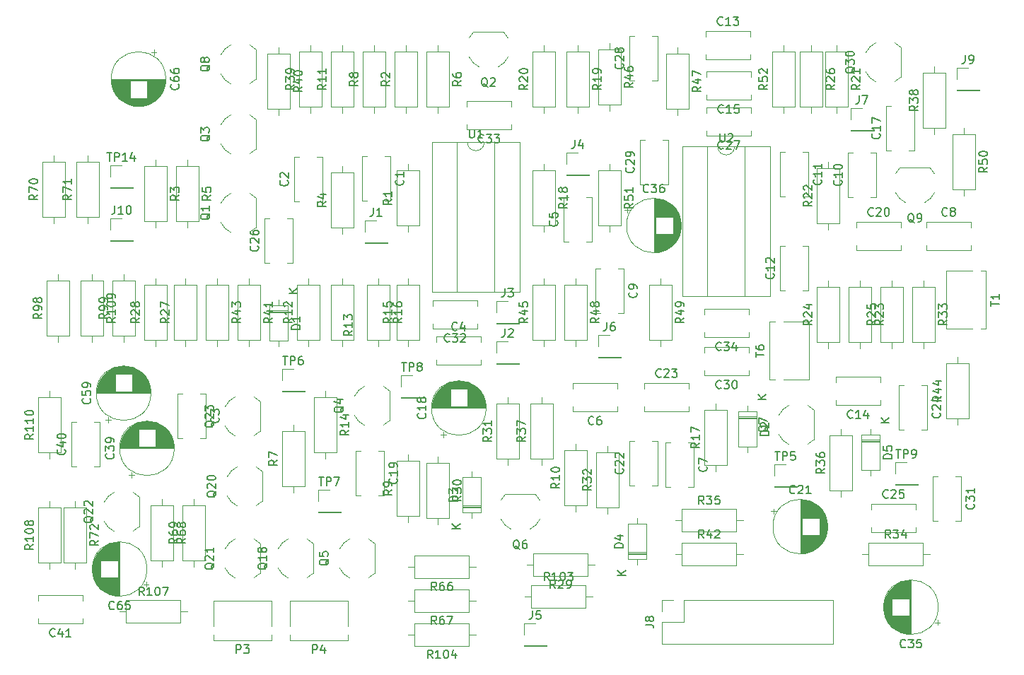
<source format=gbr>
G04 #@! TF.GenerationSoftware,KiCad,Pcbnew,(5.0.2)-1*
G04 #@! TF.CreationDate,2020-06-02T11:16:26+02:00*
G04 #@! TF.ProjectId,DR-110-HH,44522d31-3130-42d4-9848-2e6b69636164,rev?*
G04 #@! TF.SameCoordinates,Original*
G04 #@! TF.FileFunction,Legend,Top*
G04 #@! TF.FilePolarity,Positive*
%FSLAX46Y46*%
G04 Gerber Fmt 4.6, Leading zero omitted, Abs format (unit mm)*
G04 Created by KiCad (PCBNEW (5.0.2)-1) date 02.06.2020 11:16:26*
%MOMM*%
%LPD*%
G01*
G04 APERTURE LIST*
%ADD10C,0.120000*%
%ADD11C,0.150000*%
G04 APERTURE END LIST*
D10*
G04 #@! TO.C,J5*
X151832000Y-145348000D02*
X154492000Y-145348000D01*
X151832000Y-145288000D02*
X151832000Y-145348000D01*
X154492000Y-145288000D02*
X154492000Y-145348000D01*
X151832000Y-145288000D02*
X154492000Y-145288000D01*
X151832000Y-144018000D02*
X151832000Y-142688000D01*
X151832000Y-142688000D02*
X153162000Y-142688000D01*
G04 #@! TO.C,R52*
X181510000Y-80740000D02*
X184250000Y-80740000D01*
X184250000Y-80740000D02*
X184250000Y-74200000D01*
X184250000Y-74200000D02*
X181510000Y-74200000D01*
X181510000Y-74200000D02*
X181510000Y-80740000D01*
X182880000Y-81510000D02*
X182880000Y-80740000D01*
X182880000Y-73430000D02*
X182880000Y-74200000D01*
G04 #@! TO.C,U1*
X151300000Y-84970000D02*
X140800000Y-84970000D01*
X151300000Y-102990000D02*
X151300000Y-84970000D01*
X140800000Y-102990000D02*
X151300000Y-102990000D01*
X140800000Y-84970000D02*
X140800000Y-102990000D01*
X148300000Y-85030000D02*
X147050000Y-85030000D01*
X148300000Y-102930000D02*
X148300000Y-85030000D01*
X143800000Y-102930000D02*
X148300000Y-102930000D01*
X143800000Y-85030000D02*
X143800000Y-102930000D01*
X145050000Y-85030000D02*
X143800000Y-85030000D01*
X147050000Y-85030000D02*
G75*
G02X145050000Y-85030000I-1000000J0D01*
G01*
G04 #@! TO.C,U2*
X177022000Y-85538000D02*
G75*
G02X175022000Y-85538000I-1000000J0D01*
G01*
X175022000Y-85538000D02*
X173772000Y-85538000D01*
X173772000Y-85538000D02*
X173772000Y-103438000D01*
X173772000Y-103438000D02*
X178272000Y-103438000D01*
X178272000Y-103438000D02*
X178272000Y-85538000D01*
X178272000Y-85538000D02*
X177022000Y-85538000D01*
X170772000Y-85478000D02*
X170772000Y-103498000D01*
X170772000Y-103498000D02*
X181272000Y-103498000D01*
X181272000Y-103498000D02*
X181272000Y-85478000D01*
X181272000Y-85478000D02*
X170772000Y-85478000D01*
G04 #@! TO.C,C1*
X135833000Y-86698000D02*
X135833000Y-92038000D01*
X132391000Y-86698000D02*
X132391000Y-92038000D01*
X135833000Y-86698000D02*
X135167000Y-86698000D01*
X133057000Y-86698000D02*
X132391000Y-86698000D01*
X135833000Y-92038000D02*
X135167000Y-92038000D01*
X133057000Y-92038000D02*
X132391000Y-92038000D01*
G04 #@! TO.C,C2*
X127039000Y-86778000D02*
X127705000Y-86778000D01*
X124263000Y-86778000D02*
X124929000Y-86778000D01*
X127039000Y-92118000D02*
X127705000Y-92118000D01*
X124263000Y-92118000D02*
X124929000Y-92118000D01*
X127705000Y-92118000D02*
X127705000Y-86778000D01*
X124263000Y-92118000D02*
X124263000Y-86778000D01*
G04 #@! TO.C,C3*
X113735000Y-115146000D02*
X113735000Y-120486000D01*
X110293000Y-115146000D02*
X110293000Y-120486000D01*
X113735000Y-115146000D02*
X113069000Y-115146000D01*
X110959000Y-115146000D02*
X110293000Y-115146000D01*
X113735000Y-120486000D02*
X113069000Y-120486000D01*
X110959000Y-120486000D02*
X110293000Y-120486000D01*
G04 #@! TO.C,C4*
X141308000Y-108261000D02*
X146648000Y-108261000D01*
X141308000Y-111703000D02*
X146648000Y-111703000D01*
X141308000Y-108261000D02*
X141308000Y-108927000D01*
X141308000Y-111037000D02*
X141308000Y-111703000D01*
X146648000Y-108261000D02*
X146648000Y-108927000D01*
X146648000Y-111037000D02*
X146648000Y-111703000D01*
G04 #@! TO.C,C5*
X159297000Y-91604000D02*
X159963000Y-91604000D01*
X156521000Y-91604000D02*
X157187000Y-91604000D01*
X159297000Y-96944000D02*
X159963000Y-96944000D01*
X156521000Y-96944000D02*
X157187000Y-96944000D01*
X159963000Y-96944000D02*
X159963000Y-91604000D01*
X156521000Y-96944000D02*
X156521000Y-91604000D01*
G04 #@! TO.C,C6*
X157644000Y-114515000D02*
X157644000Y-113849000D01*
X157644000Y-117291000D02*
X157644000Y-116625000D01*
X162984000Y-114515000D02*
X162984000Y-113849000D01*
X162984000Y-117291000D02*
X162984000Y-116625000D01*
X162984000Y-113849000D02*
X157644000Y-113849000D01*
X162984000Y-117291000D02*
X157644000Y-117291000D01*
G04 #@! TO.C,C7*
X169379000Y-126328000D02*
X168713000Y-126328000D01*
X172155000Y-126328000D02*
X171489000Y-126328000D01*
X169379000Y-120988000D02*
X168713000Y-120988000D01*
X172155000Y-120988000D02*
X171489000Y-120988000D01*
X168713000Y-120988000D02*
X168713000Y-126328000D01*
X172155000Y-120988000D02*
X172155000Y-126328000D01*
G04 #@! TO.C,C8*
X199982000Y-94545000D02*
X205322000Y-94545000D01*
X199982000Y-97987000D02*
X205322000Y-97987000D01*
X199982000Y-94545000D02*
X199982000Y-95211000D01*
X199982000Y-97321000D02*
X199982000Y-97987000D01*
X205322000Y-94545000D02*
X205322000Y-95211000D01*
X205322000Y-97321000D02*
X205322000Y-97987000D01*
G04 #@! TO.C,C9*
X160997000Y-105500000D02*
X160331000Y-105500000D01*
X163773000Y-105500000D02*
X163107000Y-105500000D01*
X160997000Y-100160000D02*
X160331000Y-100160000D01*
X163773000Y-100160000D02*
X163107000Y-100160000D01*
X160331000Y-100160000D02*
X160331000Y-105500000D01*
X163773000Y-100160000D02*
X163773000Y-105500000D01*
G04 #@! TO.C,C10*
X193333000Y-86270000D02*
X193999000Y-86270000D01*
X190557000Y-86270000D02*
X191223000Y-86270000D01*
X193333000Y-91610000D02*
X193999000Y-91610000D01*
X190557000Y-91610000D02*
X191223000Y-91610000D01*
X193999000Y-91610000D02*
X193999000Y-86270000D01*
X190557000Y-91610000D02*
X190557000Y-86270000D01*
G04 #@! TO.C,C11*
X185871000Y-86190000D02*
X185871000Y-91530000D01*
X182429000Y-86190000D02*
X182429000Y-91530000D01*
X185871000Y-86190000D02*
X185205000Y-86190000D01*
X183095000Y-86190000D02*
X182429000Y-86190000D01*
X185871000Y-91530000D02*
X185205000Y-91530000D01*
X183095000Y-91530000D02*
X182429000Y-91530000D01*
G04 #@! TO.C,C12*
X182429000Y-102786000D02*
X182429000Y-97446000D01*
X185871000Y-102786000D02*
X185871000Y-97446000D01*
X182429000Y-102786000D02*
X183095000Y-102786000D01*
X185205000Y-102786000D02*
X185871000Y-102786000D01*
X182429000Y-97446000D02*
X183095000Y-97446000D01*
X185205000Y-97446000D02*
X185871000Y-97446000D01*
G04 #@! TO.C,C13*
X178906000Y-74461000D02*
X178906000Y-75127000D01*
X178906000Y-71685000D02*
X178906000Y-72351000D01*
X173566000Y-74461000D02*
X173566000Y-75127000D01*
X173566000Y-71685000D02*
X173566000Y-72351000D01*
X173566000Y-75127000D02*
X178906000Y-75127000D01*
X173566000Y-71685000D02*
X178906000Y-71685000D01*
G04 #@! TO.C,C14*
X189140000Y-113753000D02*
X189140000Y-113087000D01*
X189140000Y-116529000D02*
X189140000Y-115863000D01*
X194480000Y-113753000D02*
X194480000Y-113087000D01*
X194480000Y-116529000D02*
X194480000Y-115863000D01*
X194480000Y-113087000D02*
X189140000Y-113087000D01*
X194480000Y-116529000D02*
X189140000Y-116529000D01*
G04 #@! TO.C,C15*
X178986000Y-79953000D02*
X173646000Y-79953000D01*
X178986000Y-76511000D02*
X173646000Y-76511000D01*
X178986000Y-79953000D02*
X178986000Y-79287000D01*
X178986000Y-77177000D02*
X178986000Y-76511000D01*
X173646000Y-79953000D02*
X173646000Y-79287000D01*
X173646000Y-77177000D02*
X173646000Y-76511000D01*
G04 #@! TO.C,C17*
X197905000Y-80682000D02*
X198571000Y-80682000D01*
X195129000Y-80682000D02*
X195795000Y-80682000D01*
X197905000Y-86022000D02*
X198571000Y-86022000D01*
X195129000Y-86022000D02*
X195795000Y-86022000D01*
X198571000Y-86022000D02*
X198571000Y-80682000D01*
X195129000Y-86022000D02*
X195129000Y-80682000D01*
G04 #@! TO.C,C18*
X141864000Y-120045241D02*
X142494000Y-120045241D01*
X142179000Y-120360241D02*
X142179000Y-119730241D01*
X143616000Y-113619000D02*
X144420000Y-113619000D01*
X143385000Y-113659000D02*
X144651000Y-113659000D01*
X143216000Y-113699000D02*
X144820000Y-113699000D01*
X143078000Y-113739000D02*
X144958000Y-113739000D01*
X142959000Y-113779000D02*
X145077000Y-113779000D01*
X142853000Y-113819000D02*
X145183000Y-113819000D01*
X142756000Y-113859000D02*
X145280000Y-113859000D01*
X142668000Y-113899000D02*
X145368000Y-113899000D01*
X142586000Y-113939000D02*
X145450000Y-113939000D01*
X142509000Y-113979000D02*
X145527000Y-113979000D01*
X142437000Y-114019000D02*
X145599000Y-114019000D01*
X142368000Y-114059000D02*
X145668000Y-114059000D01*
X142304000Y-114099000D02*
X145732000Y-114099000D01*
X142242000Y-114139000D02*
X145794000Y-114139000D01*
X142184000Y-114179000D02*
X145852000Y-114179000D01*
X142128000Y-114219000D02*
X145908000Y-114219000D01*
X142074000Y-114259000D02*
X145962000Y-114259000D01*
X142023000Y-114299000D02*
X146013000Y-114299000D01*
X141974000Y-114339000D02*
X146062000Y-114339000D01*
X141926000Y-114379000D02*
X146110000Y-114379000D01*
X141881000Y-114419000D02*
X146155000Y-114419000D01*
X141836000Y-114459000D02*
X146200000Y-114459000D01*
X141794000Y-114499000D02*
X146242000Y-114499000D01*
X141753000Y-114539000D02*
X146283000Y-114539000D01*
X145058000Y-114579000D02*
X146323000Y-114579000D01*
X141713000Y-114579000D02*
X142978000Y-114579000D01*
X145058000Y-114619000D02*
X146361000Y-114619000D01*
X141675000Y-114619000D02*
X142978000Y-114619000D01*
X145058000Y-114659000D02*
X146398000Y-114659000D01*
X141638000Y-114659000D02*
X142978000Y-114659000D01*
X145058000Y-114699000D02*
X146434000Y-114699000D01*
X141602000Y-114699000D02*
X142978000Y-114699000D01*
X145058000Y-114739000D02*
X146468000Y-114739000D01*
X141568000Y-114739000D02*
X142978000Y-114739000D01*
X145058000Y-114779000D02*
X146502000Y-114779000D01*
X141534000Y-114779000D02*
X142978000Y-114779000D01*
X145058000Y-114819000D02*
X146534000Y-114819000D01*
X141502000Y-114819000D02*
X142978000Y-114819000D01*
X145058000Y-114859000D02*
X146566000Y-114859000D01*
X141470000Y-114859000D02*
X142978000Y-114859000D01*
X145058000Y-114899000D02*
X146596000Y-114899000D01*
X141440000Y-114899000D02*
X142978000Y-114899000D01*
X145058000Y-114939000D02*
X146625000Y-114939000D01*
X141411000Y-114939000D02*
X142978000Y-114939000D01*
X145058000Y-114979000D02*
X146654000Y-114979000D01*
X141382000Y-114979000D02*
X142978000Y-114979000D01*
X145058000Y-115019000D02*
X146682000Y-115019000D01*
X141354000Y-115019000D02*
X142978000Y-115019000D01*
X145058000Y-115059000D02*
X146708000Y-115059000D01*
X141328000Y-115059000D02*
X142978000Y-115059000D01*
X145058000Y-115099000D02*
X146734000Y-115099000D01*
X141302000Y-115099000D02*
X142978000Y-115099000D01*
X145058000Y-115139000D02*
X146760000Y-115139000D01*
X141276000Y-115139000D02*
X142978000Y-115139000D01*
X145058000Y-115179000D02*
X146784000Y-115179000D01*
X141252000Y-115179000D02*
X142978000Y-115179000D01*
X145058000Y-115219000D02*
X146808000Y-115219000D01*
X141228000Y-115219000D02*
X142978000Y-115219000D01*
X145058000Y-115259000D02*
X146830000Y-115259000D01*
X141206000Y-115259000D02*
X142978000Y-115259000D01*
X145058000Y-115299000D02*
X146852000Y-115299000D01*
X141184000Y-115299000D02*
X142978000Y-115299000D01*
X145058000Y-115339000D02*
X146874000Y-115339000D01*
X141162000Y-115339000D02*
X142978000Y-115339000D01*
X145058000Y-115379000D02*
X146894000Y-115379000D01*
X141142000Y-115379000D02*
X142978000Y-115379000D01*
X145058000Y-115419000D02*
X146914000Y-115419000D01*
X141122000Y-115419000D02*
X142978000Y-115419000D01*
X145058000Y-115459000D02*
X146934000Y-115459000D01*
X141102000Y-115459000D02*
X142978000Y-115459000D01*
X145058000Y-115499000D02*
X146952000Y-115499000D01*
X141084000Y-115499000D02*
X142978000Y-115499000D01*
X145058000Y-115539000D02*
X146970000Y-115539000D01*
X141066000Y-115539000D02*
X142978000Y-115539000D01*
X145058000Y-115579000D02*
X146988000Y-115579000D01*
X141048000Y-115579000D02*
X142978000Y-115579000D01*
X145058000Y-115619000D02*
X147004000Y-115619000D01*
X141032000Y-115619000D02*
X142978000Y-115619000D01*
X145058000Y-115659000D02*
X147020000Y-115659000D01*
X141016000Y-115659000D02*
X142978000Y-115659000D01*
X145058000Y-115699000D02*
X147036000Y-115699000D01*
X141000000Y-115699000D02*
X142978000Y-115699000D01*
X145058000Y-115739000D02*
X147051000Y-115739000D01*
X140985000Y-115739000D02*
X142978000Y-115739000D01*
X145058000Y-115779000D02*
X147065000Y-115779000D01*
X140971000Y-115779000D02*
X142978000Y-115779000D01*
X145058000Y-115819000D02*
X147079000Y-115819000D01*
X140957000Y-115819000D02*
X142978000Y-115819000D01*
X145058000Y-115859000D02*
X147092000Y-115859000D01*
X140944000Y-115859000D02*
X142978000Y-115859000D01*
X145058000Y-115899000D02*
X147104000Y-115899000D01*
X140932000Y-115899000D02*
X142978000Y-115899000D01*
X145058000Y-115939000D02*
X147116000Y-115939000D01*
X140920000Y-115939000D02*
X142978000Y-115939000D01*
X145058000Y-115979000D02*
X147128000Y-115979000D01*
X140908000Y-115979000D02*
X142978000Y-115979000D01*
X145058000Y-116019000D02*
X147139000Y-116019000D01*
X140897000Y-116019000D02*
X142978000Y-116019000D01*
X145058000Y-116059000D02*
X147149000Y-116059000D01*
X140887000Y-116059000D02*
X142978000Y-116059000D01*
X145058000Y-116099000D02*
X147159000Y-116099000D01*
X140877000Y-116099000D02*
X142978000Y-116099000D01*
X145058000Y-116139000D02*
X147168000Y-116139000D01*
X140868000Y-116139000D02*
X142978000Y-116139000D01*
X145058000Y-116180000D02*
X147177000Y-116180000D01*
X140859000Y-116180000D02*
X142978000Y-116180000D01*
X145058000Y-116220000D02*
X147185000Y-116220000D01*
X140851000Y-116220000D02*
X142978000Y-116220000D01*
X145058000Y-116260000D02*
X147193000Y-116260000D01*
X140843000Y-116260000D02*
X142978000Y-116260000D01*
X145058000Y-116300000D02*
X147200000Y-116300000D01*
X140836000Y-116300000D02*
X142978000Y-116300000D01*
X145058000Y-116340000D02*
X147207000Y-116340000D01*
X140829000Y-116340000D02*
X142978000Y-116340000D01*
X145058000Y-116380000D02*
X147213000Y-116380000D01*
X140823000Y-116380000D02*
X142978000Y-116380000D01*
X145058000Y-116420000D02*
X147219000Y-116420000D01*
X140817000Y-116420000D02*
X142978000Y-116420000D01*
X145058000Y-116460000D02*
X147224000Y-116460000D01*
X140812000Y-116460000D02*
X142978000Y-116460000D01*
X145058000Y-116500000D02*
X147229000Y-116500000D01*
X140807000Y-116500000D02*
X142978000Y-116500000D01*
X145058000Y-116540000D02*
X147233000Y-116540000D01*
X140803000Y-116540000D02*
X142978000Y-116540000D01*
X145058000Y-116580000D02*
X147236000Y-116580000D01*
X140800000Y-116580000D02*
X142978000Y-116580000D01*
X145058000Y-116620000D02*
X147240000Y-116620000D01*
X140796000Y-116620000D02*
X142978000Y-116620000D01*
X140794000Y-116660000D02*
X147242000Y-116660000D01*
X140791000Y-116700000D02*
X147245000Y-116700000D01*
X140790000Y-116740000D02*
X147246000Y-116740000D01*
X140788000Y-116780000D02*
X147248000Y-116780000D01*
X140788000Y-116820000D02*
X147248000Y-116820000D01*
X140788000Y-116860000D02*
X147248000Y-116860000D01*
X147288000Y-116860000D02*
G75*
G03X147288000Y-116860000I-3270000J0D01*
G01*
G04 #@! TO.C,C19*
X135071000Y-122004000D02*
X135071000Y-127344000D01*
X131629000Y-122004000D02*
X131629000Y-127344000D01*
X135071000Y-122004000D02*
X134405000Y-122004000D01*
X132295000Y-122004000D02*
X131629000Y-122004000D01*
X135071000Y-127344000D02*
X134405000Y-127344000D01*
X132295000Y-127344000D02*
X131629000Y-127344000D01*
G04 #@! TO.C,C20*
X196940000Y-97321000D02*
X196940000Y-97987000D01*
X196940000Y-94545000D02*
X196940000Y-95211000D01*
X191600000Y-97321000D02*
X191600000Y-97987000D01*
X191600000Y-94545000D02*
X191600000Y-95211000D01*
X191600000Y-97987000D02*
X196940000Y-97987000D01*
X191600000Y-94545000D02*
X196940000Y-94545000D01*
G04 #@! TO.C,C21*
X188162000Y-131064000D02*
G75*
G03X188162000Y-131064000I-3270000J0D01*
G01*
X184892000Y-127834000D02*
X184892000Y-134294000D01*
X184932000Y-127834000D02*
X184932000Y-134294000D01*
X184972000Y-127834000D02*
X184972000Y-134294000D01*
X185012000Y-127836000D02*
X185012000Y-134292000D01*
X185052000Y-127837000D02*
X185052000Y-134291000D01*
X185092000Y-127840000D02*
X185092000Y-134288000D01*
X185132000Y-127842000D02*
X185132000Y-130024000D01*
X185132000Y-132104000D02*
X185132000Y-134286000D01*
X185172000Y-127846000D02*
X185172000Y-130024000D01*
X185172000Y-132104000D02*
X185172000Y-134282000D01*
X185212000Y-127849000D02*
X185212000Y-130024000D01*
X185212000Y-132104000D02*
X185212000Y-134279000D01*
X185252000Y-127853000D02*
X185252000Y-130024000D01*
X185252000Y-132104000D02*
X185252000Y-134275000D01*
X185292000Y-127858000D02*
X185292000Y-130024000D01*
X185292000Y-132104000D02*
X185292000Y-134270000D01*
X185332000Y-127863000D02*
X185332000Y-130024000D01*
X185332000Y-132104000D02*
X185332000Y-134265000D01*
X185372000Y-127869000D02*
X185372000Y-130024000D01*
X185372000Y-132104000D02*
X185372000Y-134259000D01*
X185412000Y-127875000D02*
X185412000Y-130024000D01*
X185412000Y-132104000D02*
X185412000Y-134253000D01*
X185452000Y-127882000D02*
X185452000Y-130024000D01*
X185452000Y-132104000D02*
X185452000Y-134246000D01*
X185492000Y-127889000D02*
X185492000Y-130024000D01*
X185492000Y-132104000D02*
X185492000Y-134239000D01*
X185532000Y-127897000D02*
X185532000Y-130024000D01*
X185532000Y-132104000D02*
X185532000Y-134231000D01*
X185572000Y-127905000D02*
X185572000Y-130024000D01*
X185572000Y-132104000D02*
X185572000Y-134223000D01*
X185613000Y-127914000D02*
X185613000Y-130024000D01*
X185613000Y-132104000D02*
X185613000Y-134214000D01*
X185653000Y-127923000D02*
X185653000Y-130024000D01*
X185653000Y-132104000D02*
X185653000Y-134205000D01*
X185693000Y-127933000D02*
X185693000Y-130024000D01*
X185693000Y-132104000D02*
X185693000Y-134195000D01*
X185733000Y-127943000D02*
X185733000Y-130024000D01*
X185733000Y-132104000D02*
X185733000Y-134185000D01*
X185773000Y-127954000D02*
X185773000Y-130024000D01*
X185773000Y-132104000D02*
X185773000Y-134174000D01*
X185813000Y-127966000D02*
X185813000Y-130024000D01*
X185813000Y-132104000D02*
X185813000Y-134162000D01*
X185853000Y-127978000D02*
X185853000Y-130024000D01*
X185853000Y-132104000D02*
X185853000Y-134150000D01*
X185893000Y-127990000D02*
X185893000Y-130024000D01*
X185893000Y-132104000D02*
X185893000Y-134138000D01*
X185933000Y-128003000D02*
X185933000Y-130024000D01*
X185933000Y-132104000D02*
X185933000Y-134125000D01*
X185973000Y-128017000D02*
X185973000Y-130024000D01*
X185973000Y-132104000D02*
X185973000Y-134111000D01*
X186013000Y-128031000D02*
X186013000Y-130024000D01*
X186013000Y-132104000D02*
X186013000Y-134097000D01*
X186053000Y-128046000D02*
X186053000Y-130024000D01*
X186053000Y-132104000D02*
X186053000Y-134082000D01*
X186093000Y-128062000D02*
X186093000Y-130024000D01*
X186093000Y-132104000D02*
X186093000Y-134066000D01*
X186133000Y-128078000D02*
X186133000Y-130024000D01*
X186133000Y-132104000D02*
X186133000Y-134050000D01*
X186173000Y-128094000D02*
X186173000Y-130024000D01*
X186173000Y-132104000D02*
X186173000Y-134034000D01*
X186213000Y-128112000D02*
X186213000Y-130024000D01*
X186213000Y-132104000D02*
X186213000Y-134016000D01*
X186253000Y-128130000D02*
X186253000Y-130024000D01*
X186253000Y-132104000D02*
X186253000Y-133998000D01*
X186293000Y-128148000D02*
X186293000Y-130024000D01*
X186293000Y-132104000D02*
X186293000Y-133980000D01*
X186333000Y-128168000D02*
X186333000Y-130024000D01*
X186333000Y-132104000D02*
X186333000Y-133960000D01*
X186373000Y-128188000D02*
X186373000Y-130024000D01*
X186373000Y-132104000D02*
X186373000Y-133940000D01*
X186413000Y-128208000D02*
X186413000Y-130024000D01*
X186413000Y-132104000D02*
X186413000Y-133920000D01*
X186453000Y-128230000D02*
X186453000Y-130024000D01*
X186453000Y-132104000D02*
X186453000Y-133898000D01*
X186493000Y-128252000D02*
X186493000Y-130024000D01*
X186493000Y-132104000D02*
X186493000Y-133876000D01*
X186533000Y-128274000D02*
X186533000Y-130024000D01*
X186533000Y-132104000D02*
X186533000Y-133854000D01*
X186573000Y-128298000D02*
X186573000Y-130024000D01*
X186573000Y-132104000D02*
X186573000Y-133830000D01*
X186613000Y-128322000D02*
X186613000Y-130024000D01*
X186613000Y-132104000D02*
X186613000Y-133806000D01*
X186653000Y-128348000D02*
X186653000Y-130024000D01*
X186653000Y-132104000D02*
X186653000Y-133780000D01*
X186693000Y-128374000D02*
X186693000Y-130024000D01*
X186693000Y-132104000D02*
X186693000Y-133754000D01*
X186733000Y-128400000D02*
X186733000Y-130024000D01*
X186733000Y-132104000D02*
X186733000Y-133728000D01*
X186773000Y-128428000D02*
X186773000Y-130024000D01*
X186773000Y-132104000D02*
X186773000Y-133700000D01*
X186813000Y-128457000D02*
X186813000Y-130024000D01*
X186813000Y-132104000D02*
X186813000Y-133671000D01*
X186853000Y-128486000D02*
X186853000Y-130024000D01*
X186853000Y-132104000D02*
X186853000Y-133642000D01*
X186893000Y-128516000D02*
X186893000Y-130024000D01*
X186893000Y-132104000D02*
X186893000Y-133612000D01*
X186933000Y-128548000D02*
X186933000Y-130024000D01*
X186933000Y-132104000D02*
X186933000Y-133580000D01*
X186973000Y-128580000D02*
X186973000Y-130024000D01*
X186973000Y-132104000D02*
X186973000Y-133548000D01*
X187013000Y-128614000D02*
X187013000Y-130024000D01*
X187013000Y-132104000D02*
X187013000Y-133514000D01*
X187053000Y-128648000D02*
X187053000Y-130024000D01*
X187053000Y-132104000D02*
X187053000Y-133480000D01*
X187093000Y-128684000D02*
X187093000Y-130024000D01*
X187093000Y-132104000D02*
X187093000Y-133444000D01*
X187133000Y-128721000D02*
X187133000Y-130024000D01*
X187133000Y-132104000D02*
X187133000Y-133407000D01*
X187173000Y-128759000D02*
X187173000Y-130024000D01*
X187173000Y-132104000D02*
X187173000Y-133369000D01*
X187213000Y-128799000D02*
X187213000Y-133329000D01*
X187253000Y-128840000D02*
X187253000Y-133288000D01*
X187293000Y-128882000D02*
X187293000Y-133246000D01*
X187333000Y-128927000D02*
X187333000Y-133201000D01*
X187373000Y-128972000D02*
X187373000Y-133156000D01*
X187413000Y-129020000D02*
X187413000Y-133108000D01*
X187453000Y-129069000D02*
X187453000Y-133059000D01*
X187493000Y-129120000D02*
X187493000Y-133008000D01*
X187533000Y-129174000D02*
X187533000Y-132954000D01*
X187573000Y-129230000D02*
X187573000Y-132898000D01*
X187613000Y-129288000D02*
X187613000Y-132840000D01*
X187653000Y-129350000D02*
X187653000Y-132778000D01*
X187693000Y-129414000D02*
X187693000Y-132714000D01*
X187733000Y-129483000D02*
X187733000Y-132645000D01*
X187773000Y-129555000D02*
X187773000Y-132573000D01*
X187813000Y-129632000D02*
X187813000Y-132496000D01*
X187853000Y-129714000D02*
X187853000Y-132414000D01*
X187893000Y-129802000D02*
X187893000Y-132326000D01*
X187933000Y-129899000D02*
X187933000Y-132229000D01*
X187973000Y-130005000D02*
X187973000Y-132123000D01*
X188013000Y-130124000D02*
X188013000Y-132004000D01*
X188053000Y-130262000D02*
X188053000Y-131866000D01*
X188093000Y-130431000D02*
X188093000Y-131697000D01*
X188133000Y-130662000D02*
X188133000Y-131466000D01*
X181391759Y-129225000D02*
X182021759Y-129225000D01*
X181706759Y-128910000D02*
X181706759Y-129540000D01*
G04 #@! TO.C,C22*
X164395000Y-126154000D02*
X164395000Y-120814000D01*
X167837000Y-126154000D02*
X167837000Y-120814000D01*
X164395000Y-126154000D02*
X165061000Y-126154000D01*
X167171000Y-126154000D02*
X167837000Y-126154000D01*
X164395000Y-120814000D02*
X165061000Y-120814000D01*
X167171000Y-120814000D02*
X167837000Y-120814000D01*
G04 #@! TO.C,C23*
X171540000Y-116625000D02*
X171540000Y-117291000D01*
X171540000Y-113849000D02*
X171540000Y-114515000D01*
X166200000Y-116625000D02*
X166200000Y-117291000D01*
X166200000Y-113849000D02*
X166200000Y-114515000D01*
X166200000Y-117291000D02*
X171540000Y-117291000D01*
X166200000Y-113849000D02*
X171540000Y-113849000D01*
G04 #@! TO.C,C24*
X200095000Y-114130000D02*
X200095000Y-119470000D01*
X196653000Y-114130000D02*
X196653000Y-119470000D01*
X200095000Y-114130000D02*
X199429000Y-114130000D01*
X197319000Y-114130000D02*
X196653000Y-114130000D01*
X200095000Y-119470000D02*
X199429000Y-119470000D01*
X197319000Y-119470000D02*
X196653000Y-119470000D01*
G04 #@! TO.C,C25*
X198718000Y-131103000D02*
X198718000Y-131769000D01*
X198718000Y-128327000D02*
X198718000Y-128993000D01*
X193378000Y-131103000D02*
X193378000Y-131769000D01*
X193378000Y-128327000D02*
X193378000Y-128993000D01*
X193378000Y-131769000D02*
X198718000Y-131769000D01*
X193378000Y-128327000D02*
X198718000Y-128327000D01*
G04 #@! TO.C,C26*
X120707000Y-99484000D02*
X120707000Y-94144000D01*
X124149000Y-99484000D02*
X124149000Y-94144000D01*
X120707000Y-99484000D02*
X121373000Y-99484000D01*
X123483000Y-99484000D02*
X124149000Y-99484000D01*
X120707000Y-94144000D02*
X121373000Y-94144000D01*
X123483000Y-94144000D02*
X124149000Y-94144000D01*
G04 #@! TO.C,C27*
X173646000Y-81495000D02*
X173646000Y-80829000D01*
X173646000Y-84271000D02*
X173646000Y-83605000D01*
X178986000Y-81495000D02*
X178986000Y-80829000D01*
X178986000Y-84271000D02*
X178986000Y-83605000D01*
X178986000Y-80829000D02*
X173646000Y-80829000D01*
X178986000Y-84271000D02*
X173646000Y-84271000D01*
G04 #@! TO.C,C28*
X164395000Y-77640000D02*
X164395000Y-72300000D01*
X167837000Y-77640000D02*
X167837000Y-72300000D01*
X164395000Y-77640000D02*
X165061000Y-77640000D01*
X167171000Y-77640000D02*
X167837000Y-77640000D01*
X164395000Y-72300000D02*
X165061000Y-72300000D01*
X167171000Y-72300000D02*
X167837000Y-72300000D01*
G04 #@! TO.C,C29*
X165665000Y-90086000D02*
X165665000Y-84746000D01*
X169107000Y-90086000D02*
X169107000Y-84746000D01*
X165665000Y-90086000D02*
X166331000Y-90086000D01*
X168441000Y-90086000D02*
X169107000Y-90086000D01*
X165665000Y-84746000D02*
X166331000Y-84746000D01*
X168441000Y-84746000D02*
X169107000Y-84746000D01*
G04 #@! TO.C,C30*
X173392000Y-110197000D02*
X173392000Y-109531000D01*
X173392000Y-112973000D02*
X173392000Y-112307000D01*
X178732000Y-110197000D02*
X178732000Y-109531000D01*
X178732000Y-112973000D02*
X178732000Y-112307000D01*
X178732000Y-109531000D02*
X173392000Y-109531000D01*
X178732000Y-112973000D02*
X173392000Y-112973000D01*
G04 #@! TO.C,C31*
X201383000Y-130392000D02*
X200717000Y-130392000D01*
X204159000Y-130392000D02*
X203493000Y-130392000D01*
X201383000Y-125052000D02*
X200717000Y-125052000D01*
X204159000Y-125052000D02*
X203493000Y-125052000D01*
X200717000Y-125052000D02*
X200717000Y-130392000D01*
X204159000Y-125052000D02*
X204159000Y-130392000D01*
G04 #@! TO.C,C32*
X146220000Y-107385000D02*
X140880000Y-107385000D01*
X146220000Y-103943000D02*
X140880000Y-103943000D01*
X146220000Y-107385000D02*
X146220000Y-106719000D01*
X146220000Y-104609000D02*
X146220000Y-103943000D01*
X140880000Y-107385000D02*
X140880000Y-106719000D01*
X140880000Y-104609000D02*
X140880000Y-103943000D01*
G04 #@! TO.C,C33*
X144944000Y-80733000D02*
X144944000Y-80067000D01*
X144944000Y-83509000D02*
X144944000Y-82843000D01*
X150284000Y-80733000D02*
X150284000Y-80067000D01*
X150284000Y-83509000D02*
X150284000Y-82843000D01*
X150284000Y-80067000D02*
X144944000Y-80067000D01*
X150284000Y-83509000D02*
X144944000Y-83509000D01*
G04 #@! TO.C,C34*
X178732000Y-108401000D02*
X173392000Y-108401000D01*
X178732000Y-104959000D02*
X173392000Y-104959000D01*
X178732000Y-108401000D02*
X178732000Y-107735000D01*
X178732000Y-105625000D02*
X178732000Y-104959000D01*
X173392000Y-108401000D02*
X173392000Y-107735000D01*
X173392000Y-105625000D02*
X173392000Y-104959000D01*
G04 #@! TO.C,C35*
X201410000Y-140716000D02*
G75*
G03X201410000Y-140716000I-3270000J0D01*
G01*
X198140000Y-143946000D02*
X198140000Y-137486000D01*
X198100000Y-143946000D02*
X198100000Y-137486000D01*
X198060000Y-143946000D02*
X198060000Y-137486000D01*
X198020000Y-143944000D02*
X198020000Y-137488000D01*
X197980000Y-143943000D02*
X197980000Y-137489000D01*
X197940000Y-143940000D02*
X197940000Y-137492000D01*
X197900000Y-143938000D02*
X197900000Y-141756000D01*
X197900000Y-139676000D02*
X197900000Y-137494000D01*
X197860000Y-143934000D02*
X197860000Y-141756000D01*
X197860000Y-139676000D02*
X197860000Y-137498000D01*
X197820000Y-143931000D02*
X197820000Y-141756000D01*
X197820000Y-139676000D02*
X197820000Y-137501000D01*
X197780000Y-143927000D02*
X197780000Y-141756000D01*
X197780000Y-139676000D02*
X197780000Y-137505000D01*
X197740000Y-143922000D02*
X197740000Y-141756000D01*
X197740000Y-139676000D02*
X197740000Y-137510000D01*
X197700000Y-143917000D02*
X197700000Y-141756000D01*
X197700000Y-139676000D02*
X197700000Y-137515000D01*
X197660000Y-143911000D02*
X197660000Y-141756000D01*
X197660000Y-139676000D02*
X197660000Y-137521000D01*
X197620000Y-143905000D02*
X197620000Y-141756000D01*
X197620000Y-139676000D02*
X197620000Y-137527000D01*
X197580000Y-143898000D02*
X197580000Y-141756000D01*
X197580000Y-139676000D02*
X197580000Y-137534000D01*
X197540000Y-143891000D02*
X197540000Y-141756000D01*
X197540000Y-139676000D02*
X197540000Y-137541000D01*
X197500000Y-143883000D02*
X197500000Y-141756000D01*
X197500000Y-139676000D02*
X197500000Y-137549000D01*
X197460000Y-143875000D02*
X197460000Y-141756000D01*
X197460000Y-139676000D02*
X197460000Y-137557000D01*
X197419000Y-143866000D02*
X197419000Y-141756000D01*
X197419000Y-139676000D02*
X197419000Y-137566000D01*
X197379000Y-143857000D02*
X197379000Y-141756000D01*
X197379000Y-139676000D02*
X197379000Y-137575000D01*
X197339000Y-143847000D02*
X197339000Y-141756000D01*
X197339000Y-139676000D02*
X197339000Y-137585000D01*
X197299000Y-143837000D02*
X197299000Y-141756000D01*
X197299000Y-139676000D02*
X197299000Y-137595000D01*
X197259000Y-143826000D02*
X197259000Y-141756000D01*
X197259000Y-139676000D02*
X197259000Y-137606000D01*
X197219000Y-143814000D02*
X197219000Y-141756000D01*
X197219000Y-139676000D02*
X197219000Y-137618000D01*
X197179000Y-143802000D02*
X197179000Y-141756000D01*
X197179000Y-139676000D02*
X197179000Y-137630000D01*
X197139000Y-143790000D02*
X197139000Y-141756000D01*
X197139000Y-139676000D02*
X197139000Y-137642000D01*
X197099000Y-143777000D02*
X197099000Y-141756000D01*
X197099000Y-139676000D02*
X197099000Y-137655000D01*
X197059000Y-143763000D02*
X197059000Y-141756000D01*
X197059000Y-139676000D02*
X197059000Y-137669000D01*
X197019000Y-143749000D02*
X197019000Y-141756000D01*
X197019000Y-139676000D02*
X197019000Y-137683000D01*
X196979000Y-143734000D02*
X196979000Y-141756000D01*
X196979000Y-139676000D02*
X196979000Y-137698000D01*
X196939000Y-143718000D02*
X196939000Y-141756000D01*
X196939000Y-139676000D02*
X196939000Y-137714000D01*
X196899000Y-143702000D02*
X196899000Y-141756000D01*
X196899000Y-139676000D02*
X196899000Y-137730000D01*
X196859000Y-143686000D02*
X196859000Y-141756000D01*
X196859000Y-139676000D02*
X196859000Y-137746000D01*
X196819000Y-143668000D02*
X196819000Y-141756000D01*
X196819000Y-139676000D02*
X196819000Y-137764000D01*
X196779000Y-143650000D02*
X196779000Y-141756000D01*
X196779000Y-139676000D02*
X196779000Y-137782000D01*
X196739000Y-143632000D02*
X196739000Y-141756000D01*
X196739000Y-139676000D02*
X196739000Y-137800000D01*
X196699000Y-143612000D02*
X196699000Y-141756000D01*
X196699000Y-139676000D02*
X196699000Y-137820000D01*
X196659000Y-143592000D02*
X196659000Y-141756000D01*
X196659000Y-139676000D02*
X196659000Y-137840000D01*
X196619000Y-143572000D02*
X196619000Y-141756000D01*
X196619000Y-139676000D02*
X196619000Y-137860000D01*
X196579000Y-143550000D02*
X196579000Y-141756000D01*
X196579000Y-139676000D02*
X196579000Y-137882000D01*
X196539000Y-143528000D02*
X196539000Y-141756000D01*
X196539000Y-139676000D02*
X196539000Y-137904000D01*
X196499000Y-143506000D02*
X196499000Y-141756000D01*
X196499000Y-139676000D02*
X196499000Y-137926000D01*
X196459000Y-143482000D02*
X196459000Y-141756000D01*
X196459000Y-139676000D02*
X196459000Y-137950000D01*
X196419000Y-143458000D02*
X196419000Y-141756000D01*
X196419000Y-139676000D02*
X196419000Y-137974000D01*
X196379000Y-143432000D02*
X196379000Y-141756000D01*
X196379000Y-139676000D02*
X196379000Y-138000000D01*
X196339000Y-143406000D02*
X196339000Y-141756000D01*
X196339000Y-139676000D02*
X196339000Y-138026000D01*
X196299000Y-143380000D02*
X196299000Y-141756000D01*
X196299000Y-139676000D02*
X196299000Y-138052000D01*
X196259000Y-143352000D02*
X196259000Y-141756000D01*
X196259000Y-139676000D02*
X196259000Y-138080000D01*
X196219000Y-143323000D02*
X196219000Y-141756000D01*
X196219000Y-139676000D02*
X196219000Y-138109000D01*
X196179000Y-143294000D02*
X196179000Y-141756000D01*
X196179000Y-139676000D02*
X196179000Y-138138000D01*
X196139000Y-143264000D02*
X196139000Y-141756000D01*
X196139000Y-139676000D02*
X196139000Y-138168000D01*
X196099000Y-143232000D02*
X196099000Y-141756000D01*
X196099000Y-139676000D02*
X196099000Y-138200000D01*
X196059000Y-143200000D02*
X196059000Y-141756000D01*
X196059000Y-139676000D02*
X196059000Y-138232000D01*
X196019000Y-143166000D02*
X196019000Y-141756000D01*
X196019000Y-139676000D02*
X196019000Y-138266000D01*
X195979000Y-143132000D02*
X195979000Y-141756000D01*
X195979000Y-139676000D02*
X195979000Y-138300000D01*
X195939000Y-143096000D02*
X195939000Y-141756000D01*
X195939000Y-139676000D02*
X195939000Y-138336000D01*
X195899000Y-143059000D02*
X195899000Y-141756000D01*
X195899000Y-139676000D02*
X195899000Y-138373000D01*
X195859000Y-143021000D02*
X195859000Y-141756000D01*
X195859000Y-139676000D02*
X195859000Y-138411000D01*
X195819000Y-142981000D02*
X195819000Y-138451000D01*
X195779000Y-142940000D02*
X195779000Y-138492000D01*
X195739000Y-142898000D02*
X195739000Y-138534000D01*
X195699000Y-142853000D02*
X195699000Y-138579000D01*
X195659000Y-142808000D02*
X195659000Y-138624000D01*
X195619000Y-142760000D02*
X195619000Y-138672000D01*
X195579000Y-142711000D02*
X195579000Y-138721000D01*
X195539000Y-142660000D02*
X195539000Y-138772000D01*
X195499000Y-142606000D02*
X195499000Y-138826000D01*
X195459000Y-142550000D02*
X195459000Y-138882000D01*
X195419000Y-142492000D02*
X195419000Y-138940000D01*
X195379000Y-142430000D02*
X195379000Y-139002000D01*
X195339000Y-142366000D02*
X195339000Y-139066000D01*
X195299000Y-142297000D02*
X195299000Y-139135000D01*
X195259000Y-142225000D02*
X195259000Y-139207000D01*
X195219000Y-142148000D02*
X195219000Y-139284000D01*
X195179000Y-142066000D02*
X195179000Y-139366000D01*
X195139000Y-141978000D02*
X195139000Y-139454000D01*
X195099000Y-141881000D02*
X195099000Y-139551000D01*
X195059000Y-141775000D02*
X195059000Y-139657000D01*
X195019000Y-141656000D02*
X195019000Y-139776000D01*
X194979000Y-141518000D02*
X194979000Y-139914000D01*
X194939000Y-141349000D02*
X194939000Y-140083000D01*
X194899000Y-141118000D02*
X194899000Y-140314000D01*
X201640241Y-142555000D02*
X201010241Y-142555000D01*
X201325241Y-142870000D02*
X201325241Y-142240000D01*
G04 #@! TO.C,C36*
X170636000Y-94996000D02*
G75*
G03X170636000Y-94996000I-3270000J0D01*
G01*
X167366000Y-91766000D02*
X167366000Y-98226000D01*
X167406000Y-91766000D02*
X167406000Y-98226000D01*
X167446000Y-91766000D02*
X167446000Y-98226000D01*
X167486000Y-91768000D02*
X167486000Y-98224000D01*
X167526000Y-91769000D02*
X167526000Y-98223000D01*
X167566000Y-91772000D02*
X167566000Y-98220000D01*
X167606000Y-91774000D02*
X167606000Y-93956000D01*
X167606000Y-96036000D02*
X167606000Y-98218000D01*
X167646000Y-91778000D02*
X167646000Y-93956000D01*
X167646000Y-96036000D02*
X167646000Y-98214000D01*
X167686000Y-91781000D02*
X167686000Y-93956000D01*
X167686000Y-96036000D02*
X167686000Y-98211000D01*
X167726000Y-91785000D02*
X167726000Y-93956000D01*
X167726000Y-96036000D02*
X167726000Y-98207000D01*
X167766000Y-91790000D02*
X167766000Y-93956000D01*
X167766000Y-96036000D02*
X167766000Y-98202000D01*
X167806000Y-91795000D02*
X167806000Y-93956000D01*
X167806000Y-96036000D02*
X167806000Y-98197000D01*
X167846000Y-91801000D02*
X167846000Y-93956000D01*
X167846000Y-96036000D02*
X167846000Y-98191000D01*
X167886000Y-91807000D02*
X167886000Y-93956000D01*
X167886000Y-96036000D02*
X167886000Y-98185000D01*
X167926000Y-91814000D02*
X167926000Y-93956000D01*
X167926000Y-96036000D02*
X167926000Y-98178000D01*
X167966000Y-91821000D02*
X167966000Y-93956000D01*
X167966000Y-96036000D02*
X167966000Y-98171000D01*
X168006000Y-91829000D02*
X168006000Y-93956000D01*
X168006000Y-96036000D02*
X168006000Y-98163000D01*
X168046000Y-91837000D02*
X168046000Y-93956000D01*
X168046000Y-96036000D02*
X168046000Y-98155000D01*
X168087000Y-91846000D02*
X168087000Y-93956000D01*
X168087000Y-96036000D02*
X168087000Y-98146000D01*
X168127000Y-91855000D02*
X168127000Y-93956000D01*
X168127000Y-96036000D02*
X168127000Y-98137000D01*
X168167000Y-91865000D02*
X168167000Y-93956000D01*
X168167000Y-96036000D02*
X168167000Y-98127000D01*
X168207000Y-91875000D02*
X168207000Y-93956000D01*
X168207000Y-96036000D02*
X168207000Y-98117000D01*
X168247000Y-91886000D02*
X168247000Y-93956000D01*
X168247000Y-96036000D02*
X168247000Y-98106000D01*
X168287000Y-91898000D02*
X168287000Y-93956000D01*
X168287000Y-96036000D02*
X168287000Y-98094000D01*
X168327000Y-91910000D02*
X168327000Y-93956000D01*
X168327000Y-96036000D02*
X168327000Y-98082000D01*
X168367000Y-91922000D02*
X168367000Y-93956000D01*
X168367000Y-96036000D02*
X168367000Y-98070000D01*
X168407000Y-91935000D02*
X168407000Y-93956000D01*
X168407000Y-96036000D02*
X168407000Y-98057000D01*
X168447000Y-91949000D02*
X168447000Y-93956000D01*
X168447000Y-96036000D02*
X168447000Y-98043000D01*
X168487000Y-91963000D02*
X168487000Y-93956000D01*
X168487000Y-96036000D02*
X168487000Y-98029000D01*
X168527000Y-91978000D02*
X168527000Y-93956000D01*
X168527000Y-96036000D02*
X168527000Y-98014000D01*
X168567000Y-91994000D02*
X168567000Y-93956000D01*
X168567000Y-96036000D02*
X168567000Y-97998000D01*
X168607000Y-92010000D02*
X168607000Y-93956000D01*
X168607000Y-96036000D02*
X168607000Y-97982000D01*
X168647000Y-92026000D02*
X168647000Y-93956000D01*
X168647000Y-96036000D02*
X168647000Y-97966000D01*
X168687000Y-92044000D02*
X168687000Y-93956000D01*
X168687000Y-96036000D02*
X168687000Y-97948000D01*
X168727000Y-92062000D02*
X168727000Y-93956000D01*
X168727000Y-96036000D02*
X168727000Y-97930000D01*
X168767000Y-92080000D02*
X168767000Y-93956000D01*
X168767000Y-96036000D02*
X168767000Y-97912000D01*
X168807000Y-92100000D02*
X168807000Y-93956000D01*
X168807000Y-96036000D02*
X168807000Y-97892000D01*
X168847000Y-92120000D02*
X168847000Y-93956000D01*
X168847000Y-96036000D02*
X168847000Y-97872000D01*
X168887000Y-92140000D02*
X168887000Y-93956000D01*
X168887000Y-96036000D02*
X168887000Y-97852000D01*
X168927000Y-92162000D02*
X168927000Y-93956000D01*
X168927000Y-96036000D02*
X168927000Y-97830000D01*
X168967000Y-92184000D02*
X168967000Y-93956000D01*
X168967000Y-96036000D02*
X168967000Y-97808000D01*
X169007000Y-92206000D02*
X169007000Y-93956000D01*
X169007000Y-96036000D02*
X169007000Y-97786000D01*
X169047000Y-92230000D02*
X169047000Y-93956000D01*
X169047000Y-96036000D02*
X169047000Y-97762000D01*
X169087000Y-92254000D02*
X169087000Y-93956000D01*
X169087000Y-96036000D02*
X169087000Y-97738000D01*
X169127000Y-92280000D02*
X169127000Y-93956000D01*
X169127000Y-96036000D02*
X169127000Y-97712000D01*
X169167000Y-92306000D02*
X169167000Y-93956000D01*
X169167000Y-96036000D02*
X169167000Y-97686000D01*
X169207000Y-92332000D02*
X169207000Y-93956000D01*
X169207000Y-96036000D02*
X169207000Y-97660000D01*
X169247000Y-92360000D02*
X169247000Y-93956000D01*
X169247000Y-96036000D02*
X169247000Y-97632000D01*
X169287000Y-92389000D02*
X169287000Y-93956000D01*
X169287000Y-96036000D02*
X169287000Y-97603000D01*
X169327000Y-92418000D02*
X169327000Y-93956000D01*
X169327000Y-96036000D02*
X169327000Y-97574000D01*
X169367000Y-92448000D02*
X169367000Y-93956000D01*
X169367000Y-96036000D02*
X169367000Y-97544000D01*
X169407000Y-92480000D02*
X169407000Y-93956000D01*
X169407000Y-96036000D02*
X169407000Y-97512000D01*
X169447000Y-92512000D02*
X169447000Y-93956000D01*
X169447000Y-96036000D02*
X169447000Y-97480000D01*
X169487000Y-92546000D02*
X169487000Y-93956000D01*
X169487000Y-96036000D02*
X169487000Y-97446000D01*
X169527000Y-92580000D02*
X169527000Y-93956000D01*
X169527000Y-96036000D02*
X169527000Y-97412000D01*
X169567000Y-92616000D02*
X169567000Y-93956000D01*
X169567000Y-96036000D02*
X169567000Y-97376000D01*
X169607000Y-92653000D02*
X169607000Y-93956000D01*
X169607000Y-96036000D02*
X169607000Y-97339000D01*
X169647000Y-92691000D02*
X169647000Y-93956000D01*
X169647000Y-96036000D02*
X169647000Y-97301000D01*
X169687000Y-92731000D02*
X169687000Y-97261000D01*
X169727000Y-92772000D02*
X169727000Y-97220000D01*
X169767000Y-92814000D02*
X169767000Y-97178000D01*
X169807000Y-92859000D02*
X169807000Y-97133000D01*
X169847000Y-92904000D02*
X169847000Y-97088000D01*
X169887000Y-92952000D02*
X169887000Y-97040000D01*
X169927000Y-93001000D02*
X169927000Y-96991000D01*
X169967000Y-93052000D02*
X169967000Y-96940000D01*
X170007000Y-93106000D02*
X170007000Y-96886000D01*
X170047000Y-93162000D02*
X170047000Y-96830000D01*
X170087000Y-93220000D02*
X170087000Y-96772000D01*
X170127000Y-93282000D02*
X170127000Y-96710000D01*
X170167000Y-93346000D02*
X170167000Y-96646000D01*
X170207000Y-93415000D02*
X170207000Y-96577000D01*
X170247000Y-93487000D02*
X170247000Y-96505000D01*
X170287000Y-93564000D02*
X170287000Y-96428000D01*
X170327000Y-93646000D02*
X170327000Y-96346000D01*
X170367000Y-93734000D02*
X170367000Y-96258000D01*
X170407000Y-93831000D02*
X170407000Y-96161000D01*
X170447000Y-93937000D02*
X170447000Y-96055000D01*
X170487000Y-94056000D02*
X170487000Y-95936000D01*
X170527000Y-94194000D02*
X170527000Y-95798000D01*
X170567000Y-94363000D02*
X170567000Y-95629000D01*
X170607000Y-94594000D02*
X170607000Y-95398000D01*
X163865759Y-93157000D02*
X164495759Y-93157000D01*
X164180759Y-92842000D02*
X164180759Y-93472000D01*
G04 #@! TO.C,C39*
X104526000Y-124871241D02*
X105156000Y-124871241D01*
X104841000Y-125186241D02*
X104841000Y-124556241D01*
X106278000Y-118445000D02*
X107082000Y-118445000D01*
X106047000Y-118485000D02*
X107313000Y-118485000D01*
X105878000Y-118525000D02*
X107482000Y-118525000D01*
X105740000Y-118565000D02*
X107620000Y-118565000D01*
X105621000Y-118605000D02*
X107739000Y-118605000D01*
X105515000Y-118645000D02*
X107845000Y-118645000D01*
X105418000Y-118685000D02*
X107942000Y-118685000D01*
X105330000Y-118725000D02*
X108030000Y-118725000D01*
X105248000Y-118765000D02*
X108112000Y-118765000D01*
X105171000Y-118805000D02*
X108189000Y-118805000D01*
X105099000Y-118845000D02*
X108261000Y-118845000D01*
X105030000Y-118885000D02*
X108330000Y-118885000D01*
X104966000Y-118925000D02*
X108394000Y-118925000D01*
X104904000Y-118965000D02*
X108456000Y-118965000D01*
X104846000Y-119005000D02*
X108514000Y-119005000D01*
X104790000Y-119045000D02*
X108570000Y-119045000D01*
X104736000Y-119085000D02*
X108624000Y-119085000D01*
X104685000Y-119125000D02*
X108675000Y-119125000D01*
X104636000Y-119165000D02*
X108724000Y-119165000D01*
X104588000Y-119205000D02*
X108772000Y-119205000D01*
X104543000Y-119245000D02*
X108817000Y-119245000D01*
X104498000Y-119285000D02*
X108862000Y-119285000D01*
X104456000Y-119325000D02*
X108904000Y-119325000D01*
X104415000Y-119365000D02*
X108945000Y-119365000D01*
X107720000Y-119405000D02*
X108985000Y-119405000D01*
X104375000Y-119405000D02*
X105640000Y-119405000D01*
X107720000Y-119445000D02*
X109023000Y-119445000D01*
X104337000Y-119445000D02*
X105640000Y-119445000D01*
X107720000Y-119485000D02*
X109060000Y-119485000D01*
X104300000Y-119485000D02*
X105640000Y-119485000D01*
X107720000Y-119525000D02*
X109096000Y-119525000D01*
X104264000Y-119525000D02*
X105640000Y-119525000D01*
X107720000Y-119565000D02*
X109130000Y-119565000D01*
X104230000Y-119565000D02*
X105640000Y-119565000D01*
X107720000Y-119605000D02*
X109164000Y-119605000D01*
X104196000Y-119605000D02*
X105640000Y-119605000D01*
X107720000Y-119645000D02*
X109196000Y-119645000D01*
X104164000Y-119645000D02*
X105640000Y-119645000D01*
X107720000Y-119685000D02*
X109228000Y-119685000D01*
X104132000Y-119685000D02*
X105640000Y-119685000D01*
X107720000Y-119725000D02*
X109258000Y-119725000D01*
X104102000Y-119725000D02*
X105640000Y-119725000D01*
X107720000Y-119765000D02*
X109287000Y-119765000D01*
X104073000Y-119765000D02*
X105640000Y-119765000D01*
X107720000Y-119805000D02*
X109316000Y-119805000D01*
X104044000Y-119805000D02*
X105640000Y-119805000D01*
X107720000Y-119845000D02*
X109344000Y-119845000D01*
X104016000Y-119845000D02*
X105640000Y-119845000D01*
X107720000Y-119885000D02*
X109370000Y-119885000D01*
X103990000Y-119885000D02*
X105640000Y-119885000D01*
X107720000Y-119925000D02*
X109396000Y-119925000D01*
X103964000Y-119925000D02*
X105640000Y-119925000D01*
X107720000Y-119965000D02*
X109422000Y-119965000D01*
X103938000Y-119965000D02*
X105640000Y-119965000D01*
X107720000Y-120005000D02*
X109446000Y-120005000D01*
X103914000Y-120005000D02*
X105640000Y-120005000D01*
X107720000Y-120045000D02*
X109470000Y-120045000D01*
X103890000Y-120045000D02*
X105640000Y-120045000D01*
X107720000Y-120085000D02*
X109492000Y-120085000D01*
X103868000Y-120085000D02*
X105640000Y-120085000D01*
X107720000Y-120125000D02*
X109514000Y-120125000D01*
X103846000Y-120125000D02*
X105640000Y-120125000D01*
X107720000Y-120165000D02*
X109536000Y-120165000D01*
X103824000Y-120165000D02*
X105640000Y-120165000D01*
X107720000Y-120205000D02*
X109556000Y-120205000D01*
X103804000Y-120205000D02*
X105640000Y-120205000D01*
X107720000Y-120245000D02*
X109576000Y-120245000D01*
X103784000Y-120245000D02*
X105640000Y-120245000D01*
X107720000Y-120285000D02*
X109596000Y-120285000D01*
X103764000Y-120285000D02*
X105640000Y-120285000D01*
X107720000Y-120325000D02*
X109614000Y-120325000D01*
X103746000Y-120325000D02*
X105640000Y-120325000D01*
X107720000Y-120365000D02*
X109632000Y-120365000D01*
X103728000Y-120365000D02*
X105640000Y-120365000D01*
X107720000Y-120405000D02*
X109650000Y-120405000D01*
X103710000Y-120405000D02*
X105640000Y-120405000D01*
X107720000Y-120445000D02*
X109666000Y-120445000D01*
X103694000Y-120445000D02*
X105640000Y-120445000D01*
X107720000Y-120485000D02*
X109682000Y-120485000D01*
X103678000Y-120485000D02*
X105640000Y-120485000D01*
X107720000Y-120525000D02*
X109698000Y-120525000D01*
X103662000Y-120525000D02*
X105640000Y-120525000D01*
X107720000Y-120565000D02*
X109713000Y-120565000D01*
X103647000Y-120565000D02*
X105640000Y-120565000D01*
X107720000Y-120605000D02*
X109727000Y-120605000D01*
X103633000Y-120605000D02*
X105640000Y-120605000D01*
X107720000Y-120645000D02*
X109741000Y-120645000D01*
X103619000Y-120645000D02*
X105640000Y-120645000D01*
X107720000Y-120685000D02*
X109754000Y-120685000D01*
X103606000Y-120685000D02*
X105640000Y-120685000D01*
X107720000Y-120725000D02*
X109766000Y-120725000D01*
X103594000Y-120725000D02*
X105640000Y-120725000D01*
X107720000Y-120765000D02*
X109778000Y-120765000D01*
X103582000Y-120765000D02*
X105640000Y-120765000D01*
X107720000Y-120805000D02*
X109790000Y-120805000D01*
X103570000Y-120805000D02*
X105640000Y-120805000D01*
X107720000Y-120845000D02*
X109801000Y-120845000D01*
X103559000Y-120845000D02*
X105640000Y-120845000D01*
X107720000Y-120885000D02*
X109811000Y-120885000D01*
X103549000Y-120885000D02*
X105640000Y-120885000D01*
X107720000Y-120925000D02*
X109821000Y-120925000D01*
X103539000Y-120925000D02*
X105640000Y-120925000D01*
X107720000Y-120965000D02*
X109830000Y-120965000D01*
X103530000Y-120965000D02*
X105640000Y-120965000D01*
X107720000Y-121006000D02*
X109839000Y-121006000D01*
X103521000Y-121006000D02*
X105640000Y-121006000D01*
X107720000Y-121046000D02*
X109847000Y-121046000D01*
X103513000Y-121046000D02*
X105640000Y-121046000D01*
X107720000Y-121086000D02*
X109855000Y-121086000D01*
X103505000Y-121086000D02*
X105640000Y-121086000D01*
X107720000Y-121126000D02*
X109862000Y-121126000D01*
X103498000Y-121126000D02*
X105640000Y-121126000D01*
X107720000Y-121166000D02*
X109869000Y-121166000D01*
X103491000Y-121166000D02*
X105640000Y-121166000D01*
X107720000Y-121206000D02*
X109875000Y-121206000D01*
X103485000Y-121206000D02*
X105640000Y-121206000D01*
X107720000Y-121246000D02*
X109881000Y-121246000D01*
X103479000Y-121246000D02*
X105640000Y-121246000D01*
X107720000Y-121286000D02*
X109886000Y-121286000D01*
X103474000Y-121286000D02*
X105640000Y-121286000D01*
X107720000Y-121326000D02*
X109891000Y-121326000D01*
X103469000Y-121326000D02*
X105640000Y-121326000D01*
X107720000Y-121366000D02*
X109895000Y-121366000D01*
X103465000Y-121366000D02*
X105640000Y-121366000D01*
X107720000Y-121406000D02*
X109898000Y-121406000D01*
X103462000Y-121406000D02*
X105640000Y-121406000D01*
X107720000Y-121446000D02*
X109902000Y-121446000D01*
X103458000Y-121446000D02*
X105640000Y-121446000D01*
X103456000Y-121486000D02*
X109904000Y-121486000D01*
X103453000Y-121526000D02*
X109907000Y-121526000D01*
X103452000Y-121566000D02*
X109908000Y-121566000D01*
X103450000Y-121606000D02*
X109910000Y-121606000D01*
X103450000Y-121646000D02*
X109910000Y-121646000D01*
X103450000Y-121686000D02*
X109910000Y-121686000D01*
X109950000Y-121686000D02*
G75*
G03X109950000Y-121686000I-3270000J0D01*
G01*
G04 #@! TO.C,C40*
X97593000Y-123868000D02*
X97593000Y-118528000D01*
X101035000Y-123868000D02*
X101035000Y-118528000D01*
X97593000Y-123868000D02*
X98259000Y-123868000D01*
X100369000Y-123868000D02*
X101035000Y-123868000D01*
X97593000Y-118528000D02*
X98259000Y-118528000D01*
X100369000Y-118528000D02*
X101035000Y-118528000D01*
G04 #@! TO.C,C41*
X98976000Y-142691000D02*
X93636000Y-142691000D01*
X98976000Y-139249000D02*
X93636000Y-139249000D01*
X98976000Y-142691000D02*
X98976000Y-142025000D01*
X98976000Y-139915000D02*
X98976000Y-139249000D01*
X93636000Y-142691000D02*
X93636000Y-142025000D01*
X93636000Y-139915000D02*
X93636000Y-139249000D01*
G04 #@! TO.C,C59*
X107156000Y-115082000D02*
G75*
G03X107156000Y-115082000I-3270000J0D01*
G01*
X100656000Y-115082000D02*
X107116000Y-115082000D01*
X100656000Y-115042000D02*
X107116000Y-115042000D01*
X100656000Y-115002000D02*
X107116000Y-115002000D01*
X100658000Y-114962000D02*
X107114000Y-114962000D01*
X100659000Y-114922000D02*
X107113000Y-114922000D01*
X100662000Y-114882000D02*
X107110000Y-114882000D01*
X100664000Y-114842000D02*
X102846000Y-114842000D01*
X104926000Y-114842000D02*
X107108000Y-114842000D01*
X100668000Y-114802000D02*
X102846000Y-114802000D01*
X104926000Y-114802000D02*
X107104000Y-114802000D01*
X100671000Y-114762000D02*
X102846000Y-114762000D01*
X104926000Y-114762000D02*
X107101000Y-114762000D01*
X100675000Y-114722000D02*
X102846000Y-114722000D01*
X104926000Y-114722000D02*
X107097000Y-114722000D01*
X100680000Y-114682000D02*
X102846000Y-114682000D01*
X104926000Y-114682000D02*
X107092000Y-114682000D01*
X100685000Y-114642000D02*
X102846000Y-114642000D01*
X104926000Y-114642000D02*
X107087000Y-114642000D01*
X100691000Y-114602000D02*
X102846000Y-114602000D01*
X104926000Y-114602000D02*
X107081000Y-114602000D01*
X100697000Y-114562000D02*
X102846000Y-114562000D01*
X104926000Y-114562000D02*
X107075000Y-114562000D01*
X100704000Y-114522000D02*
X102846000Y-114522000D01*
X104926000Y-114522000D02*
X107068000Y-114522000D01*
X100711000Y-114482000D02*
X102846000Y-114482000D01*
X104926000Y-114482000D02*
X107061000Y-114482000D01*
X100719000Y-114442000D02*
X102846000Y-114442000D01*
X104926000Y-114442000D02*
X107053000Y-114442000D01*
X100727000Y-114402000D02*
X102846000Y-114402000D01*
X104926000Y-114402000D02*
X107045000Y-114402000D01*
X100736000Y-114361000D02*
X102846000Y-114361000D01*
X104926000Y-114361000D02*
X107036000Y-114361000D01*
X100745000Y-114321000D02*
X102846000Y-114321000D01*
X104926000Y-114321000D02*
X107027000Y-114321000D01*
X100755000Y-114281000D02*
X102846000Y-114281000D01*
X104926000Y-114281000D02*
X107017000Y-114281000D01*
X100765000Y-114241000D02*
X102846000Y-114241000D01*
X104926000Y-114241000D02*
X107007000Y-114241000D01*
X100776000Y-114201000D02*
X102846000Y-114201000D01*
X104926000Y-114201000D02*
X106996000Y-114201000D01*
X100788000Y-114161000D02*
X102846000Y-114161000D01*
X104926000Y-114161000D02*
X106984000Y-114161000D01*
X100800000Y-114121000D02*
X102846000Y-114121000D01*
X104926000Y-114121000D02*
X106972000Y-114121000D01*
X100812000Y-114081000D02*
X102846000Y-114081000D01*
X104926000Y-114081000D02*
X106960000Y-114081000D01*
X100825000Y-114041000D02*
X102846000Y-114041000D01*
X104926000Y-114041000D02*
X106947000Y-114041000D01*
X100839000Y-114001000D02*
X102846000Y-114001000D01*
X104926000Y-114001000D02*
X106933000Y-114001000D01*
X100853000Y-113961000D02*
X102846000Y-113961000D01*
X104926000Y-113961000D02*
X106919000Y-113961000D01*
X100868000Y-113921000D02*
X102846000Y-113921000D01*
X104926000Y-113921000D02*
X106904000Y-113921000D01*
X100884000Y-113881000D02*
X102846000Y-113881000D01*
X104926000Y-113881000D02*
X106888000Y-113881000D01*
X100900000Y-113841000D02*
X102846000Y-113841000D01*
X104926000Y-113841000D02*
X106872000Y-113841000D01*
X100916000Y-113801000D02*
X102846000Y-113801000D01*
X104926000Y-113801000D02*
X106856000Y-113801000D01*
X100934000Y-113761000D02*
X102846000Y-113761000D01*
X104926000Y-113761000D02*
X106838000Y-113761000D01*
X100952000Y-113721000D02*
X102846000Y-113721000D01*
X104926000Y-113721000D02*
X106820000Y-113721000D01*
X100970000Y-113681000D02*
X102846000Y-113681000D01*
X104926000Y-113681000D02*
X106802000Y-113681000D01*
X100990000Y-113641000D02*
X102846000Y-113641000D01*
X104926000Y-113641000D02*
X106782000Y-113641000D01*
X101010000Y-113601000D02*
X102846000Y-113601000D01*
X104926000Y-113601000D02*
X106762000Y-113601000D01*
X101030000Y-113561000D02*
X102846000Y-113561000D01*
X104926000Y-113561000D02*
X106742000Y-113561000D01*
X101052000Y-113521000D02*
X102846000Y-113521000D01*
X104926000Y-113521000D02*
X106720000Y-113521000D01*
X101074000Y-113481000D02*
X102846000Y-113481000D01*
X104926000Y-113481000D02*
X106698000Y-113481000D01*
X101096000Y-113441000D02*
X102846000Y-113441000D01*
X104926000Y-113441000D02*
X106676000Y-113441000D01*
X101120000Y-113401000D02*
X102846000Y-113401000D01*
X104926000Y-113401000D02*
X106652000Y-113401000D01*
X101144000Y-113361000D02*
X102846000Y-113361000D01*
X104926000Y-113361000D02*
X106628000Y-113361000D01*
X101170000Y-113321000D02*
X102846000Y-113321000D01*
X104926000Y-113321000D02*
X106602000Y-113321000D01*
X101196000Y-113281000D02*
X102846000Y-113281000D01*
X104926000Y-113281000D02*
X106576000Y-113281000D01*
X101222000Y-113241000D02*
X102846000Y-113241000D01*
X104926000Y-113241000D02*
X106550000Y-113241000D01*
X101250000Y-113201000D02*
X102846000Y-113201000D01*
X104926000Y-113201000D02*
X106522000Y-113201000D01*
X101279000Y-113161000D02*
X102846000Y-113161000D01*
X104926000Y-113161000D02*
X106493000Y-113161000D01*
X101308000Y-113121000D02*
X102846000Y-113121000D01*
X104926000Y-113121000D02*
X106464000Y-113121000D01*
X101338000Y-113081000D02*
X102846000Y-113081000D01*
X104926000Y-113081000D02*
X106434000Y-113081000D01*
X101370000Y-113041000D02*
X102846000Y-113041000D01*
X104926000Y-113041000D02*
X106402000Y-113041000D01*
X101402000Y-113001000D02*
X102846000Y-113001000D01*
X104926000Y-113001000D02*
X106370000Y-113001000D01*
X101436000Y-112961000D02*
X102846000Y-112961000D01*
X104926000Y-112961000D02*
X106336000Y-112961000D01*
X101470000Y-112921000D02*
X102846000Y-112921000D01*
X104926000Y-112921000D02*
X106302000Y-112921000D01*
X101506000Y-112881000D02*
X102846000Y-112881000D01*
X104926000Y-112881000D02*
X106266000Y-112881000D01*
X101543000Y-112841000D02*
X102846000Y-112841000D01*
X104926000Y-112841000D02*
X106229000Y-112841000D01*
X101581000Y-112801000D02*
X102846000Y-112801000D01*
X104926000Y-112801000D02*
X106191000Y-112801000D01*
X101621000Y-112761000D02*
X106151000Y-112761000D01*
X101662000Y-112721000D02*
X106110000Y-112721000D01*
X101704000Y-112681000D02*
X106068000Y-112681000D01*
X101749000Y-112641000D02*
X106023000Y-112641000D01*
X101794000Y-112601000D02*
X105978000Y-112601000D01*
X101842000Y-112561000D02*
X105930000Y-112561000D01*
X101891000Y-112521000D02*
X105881000Y-112521000D01*
X101942000Y-112481000D02*
X105830000Y-112481000D01*
X101996000Y-112441000D02*
X105776000Y-112441000D01*
X102052000Y-112401000D02*
X105720000Y-112401000D01*
X102110000Y-112361000D02*
X105662000Y-112361000D01*
X102172000Y-112321000D02*
X105600000Y-112321000D01*
X102236000Y-112281000D02*
X105536000Y-112281000D01*
X102305000Y-112241000D02*
X105467000Y-112241000D01*
X102377000Y-112201000D02*
X105395000Y-112201000D01*
X102454000Y-112161000D02*
X105318000Y-112161000D01*
X102536000Y-112121000D02*
X105236000Y-112121000D01*
X102624000Y-112081000D02*
X105148000Y-112081000D01*
X102721000Y-112041000D02*
X105051000Y-112041000D01*
X102827000Y-112001000D02*
X104945000Y-112001000D01*
X102946000Y-111961000D02*
X104826000Y-111961000D01*
X103084000Y-111921000D02*
X104688000Y-111921000D01*
X103253000Y-111881000D02*
X104519000Y-111881000D01*
X103484000Y-111841000D02*
X104288000Y-111841000D01*
X102047000Y-118582241D02*
X102047000Y-117952241D01*
X101732000Y-118267241D02*
X102362000Y-118267241D01*
G04 #@! TO.C,C65*
X106583241Y-138298000D02*
X106583241Y-137668000D01*
X106898241Y-137983000D02*
X106268241Y-137983000D01*
X100157000Y-136546000D02*
X100157000Y-135742000D01*
X100197000Y-136777000D02*
X100197000Y-135511000D01*
X100237000Y-136946000D02*
X100237000Y-135342000D01*
X100277000Y-137084000D02*
X100277000Y-135204000D01*
X100317000Y-137203000D02*
X100317000Y-135085000D01*
X100357000Y-137309000D02*
X100357000Y-134979000D01*
X100397000Y-137406000D02*
X100397000Y-134882000D01*
X100437000Y-137494000D02*
X100437000Y-134794000D01*
X100477000Y-137576000D02*
X100477000Y-134712000D01*
X100517000Y-137653000D02*
X100517000Y-134635000D01*
X100557000Y-137725000D02*
X100557000Y-134563000D01*
X100597000Y-137794000D02*
X100597000Y-134494000D01*
X100637000Y-137858000D02*
X100637000Y-134430000D01*
X100677000Y-137920000D02*
X100677000Y-134368000D01*
X100717000Y-137978000D02*
X100717000Y-134310000D01*
X100757000Y-138034000D02*
X100757000Y-134254000D01*
X100797000Y-138088000D02*
X100797000Y-134200000D01*
X100837000Y-138139000D02*
X100837000Y-134149000D01*
X100877000Y-138188000D02*
X100877000Y-134100000D01*
X100917000Y-138236000D02*
X100917000Y-134052000D01*
X100957000Y-138281000D02*
X100957000Y-134007000D01*
X100997000Y-138326000D02*
X100997000Y-133962000D01*
X101037000Y-138368000D02*
X101037000Y-133920000D01*
X101077000Y-138409000D02*
X101077000Y-133879000D01*
X101117000Y-135104000D02*
X101117000Y-133839000D01*
X101117000Y-138449000D02*
X101117000Y-137184000D01*
X101157000Y-135104000D02*
X101157000Y-133801000D01*
X101157000Y-138487000D02*
X101157000Y-137184000D01*
X101197000Y-135104000D02*
X101197000Y-133764000D01*
X101197000Y-138524000D02*
X101197000Y-137184000D01*
X101237000Y-135104000D02*
X101237000Y-133728000D01*
X101237000Y-138560000D02*
X101237000Y-137184000D01*
X101277000Y-135104000D02*
X101277000Y-133694000D01*
X101277000Y-138594000D02*
X101277000Y-137184000D01*
X101317000Y-135104000D02*
X101317000Y-133660000D01*
X101317000Y-138628000D02*
X101317000Y-137184000D01*
X101357000Y-135104000D02*
X101357000Y-133628000D01*
X101357000Y-138660000D02*
X101357000Y-137184000D01*
X101397000Y-135104000D02*
X101397000Y-133596000D01*
X101397000Y-138692000D02*
X101397000Y-137184000D01*
X101437000Y-135104000D02*
X101437000Y-133566000D01*
X101437000Y-138722000D02*
X101437000Y-137184000D01*
X101477000Y-135104000D02*
X101477000Y-133537000D01*
X101477000Y-138751000D02*
X101477000Y-137184000D01*
X101517000Y-135104000D02*
X101517000Y-133508000D01*
X101517000Y-138780000D02*
X101517000Y-137184000D01*
X101557000Y-135104000D02*
X101557000Y-133480000D01*
X101557000Y-138808000D02*
X101557000Y-137184000D01*
X101597000Y-135104000D02*
X101597000Y-133454000D01*
X101597000Y-138834000D02*
X101597000Y-137184000D01*
X101637000Y-135104000D02*
X101637000Y-133428000D01*
X101637000Y-138860000D02*
X101637000Y-137184000D01*
X101677000Y-135104000D02*
X101677000Y-133402000D01*
X101677000Y-138886000D02*
X101677000Y-137184000D01*
X101717000Y-135104000D02*
X101717000Y-133378000D01*
X101717000Y-138910000D02*
X101717000Y-137184000D01*
X101757000Y-135104000D02*
X101757000Y-133354000D01*
X101757000Y-138934000D02*
X101757000Y-137184000D01*
X101797000Y-135104000D02*
X101797000Y-133332000D01*
X101797000Y-138956000D02*
X101797000Y-137184000D01*
X101837000Y-135104000D02*
X101837000Y-133310000D01*
X101837000Y-138978000D02*
X101837000Y-137184000D01*
X101877000Y-135104000D02*
X101877000Y-133288000D01*
X101877000Y-139000000D02*
X101877000Y-137184000D01*
X101917000Y-135104000D02*
X101917000Y-133268000D01*
X101917000Y-139020000D02*
X101917000Y-137184000D01*
X101957000Y-135104000D02*
X101957000Y-133248000D01*
X101957000Y-139040000D02*
X101957000Y-137184000D01*
X101997000Y-135104000D02*
X101997000Y-133228000D01*
X101997000Y-139060000D02*
X101997000Y-137184000D01*
X102037000Y-135104000D02*
X102037000Y-133210000D01*
X102037000Y-139078000D02*
X102037000Y-137184000D01*
X102077000Y-135104000D02*
X102077000Y-133192000D01*
X102077000Y-139096000D02*
X102077000Y-137184000D01*
X102117000Y-135104000D02*
X102117000Y-133174000D01*
X102117000Y-139114000D02*
X102117000Y-137184000D01*
X102157000Y-135104000D02*
X102157000Y-133158000D01*
X102157000Y-139130000D02*
X102157000Y-137184000D01*
X102197000Y-135104000D02*
X102197000Y-133142000D01*
X102197000Y-139146000D02*
X102197000Y-137184000D01*
X102237000Y-135104000D02*
X102237000Y-133126000D01*
X102237000Y-139162000D02*
X102237000Y-137184000D01*
X102277000Y-135104000D02*
X102277000Y-133111000D01*
X102277000Y-139177000D02*
X102277000Y-137184000D01*
X102317000Y-135104000D02*
X102317000Y-133097000D01*
X102317000Y-139191000D02*
X102317000Y-137184000D01*
X102357000Y-135104000D02*
X102357000Y-133083000D01*
X102357000Y-139205000D02*
X102357000Y-137184000D01*
X102397000Y-135104000D02*
X102397000Y-133070000D01*
X102397000Y-139218000D02*
X102397000Y-137184000D01*
X102437000Y-135104000D02*
X102437000Y-133058000D01*
X102437000Y-139230000D02*
X102437000Y-137184000D01*
X102477000Y-135104000D02*
X102477000Y-133046000D01*
X102477000Y-139242000D02*
X102477000Y-137184000D01*
X102517000Y-135104000D02*
X102517000Y-133034000D01*
X102517000Y-139254000D02*
X102517000Y-137184000D01*
X102557000Y-135104000D02*
X102557000Y-133023000D01*
X102557000Y-139265000D02*
X102557000Y-137184000D01*
X102597000Y-135104000D02*
X102597000Y-133013000D01*
X102597000Y-139275000D02*
X102597000Y-137184000D01*
X102637000Y-135104000D02*
X102637000Y-133003000D01*
X102637000Y-139285000D02*
X102637000Y-137184000D01*
X102677000Y-135104000D02*
X102677000Y-132994000D01*
X102677000Y-139294000D02*
X102677000Y-137184000D01*
X102718000Y-135104000D02*
X102718000Y-132985000D01*
X102718000Y-139303000D02*
X102718000Y-137184000D01*
X102758000Y-135104000D02*
X102758000Y-132977000D01*
X102758000Y-139311000D02*
X102758000Y-137184000D01*
X102798000Y-135104000D02*
X102798000Y-132969000D01*
X102798000Y-139319000D02*
X102798000Y-137184000D01*
X102838000Y-135104000D02*
X102838000Y-132962000D01*
X102838000Y-139326000D02*
X102838000Y-137184000D01*
X102878000Y-135104000D02*
X102878000Y-132955000D01*
X102878000Y-139333000D02*
X102878000Y-137184000D01*
X102918000Y-135104000D02*
X102918000Y-132949000D01*
X102918000Y-139339000D02*
X102918000Y-137184000D01*
X102958000Y-135104000D02*
X102958000Y-132943000D01*
X102958000Y-139345000D02*
X102958000Y-137184000D01*
X102998000Y-135104000D02*
X102998000Y-132938000D01*
X102998000Y-139350000D02*
X102998000Y-137184000D01*
X103038000Y-135104000D02*
X103038000Y-132933000D01*
X103038000Y-139355000D02*
X103038000Y-137184000D01*
X103078000Y-135104000D02*
X103078000Y-132929000D01*
X103078000Y-139359000D02*
X103078000Y-137184000D01*
X103118000Y-135104000D02*
X103118000Y-132926000D01*
X103118000Y-139362000D02*
X103118000Y-137184000D01*
X103158000Y-135104000D02*
X103158000Y-132922000D01*
X103158000Y-139366000D02*
X103158000Y-137184000D01*
X103198000Y-139368000D02*
X103198000Y-132920000D01*
X103238000Y-139371000D02*
X103238000Y-132917000D01*
X103278000Y-139372000D02*
X103278000Y-132916000D01*
X103318000Y-139374000D02*
X103318000Y-132914000D01*
X103358000Y-139374000D02*
X103358000Y-132914000D01*
X103398000Y-139374000D02*
X103398000Y-132914000D01*
X106668000Y-136144000D02*
G75*
G03X106668000Y-136144000I-3270000J0D01*
G01*
G04 #@! TO.C,C66*
X107818000Y-74264759D02*
X107188000Y-74264759D01*
X107503000Y-73949759D02*
X107503000Y-74579759D01*
X106066000Y-80691000D02*
X105262000Y-80691000D01*
X106297000Y-80651000D02*
X105031000Y-80651000D01*
X106466000Y-80611000D02*
X104862000Y-80611000D01*
X106604000Y-80571000D02*
X104724000Y-80571000D01*
X106723000Y-80531000D02*
X104605000Y-80531000D01*
X106829000Y-80491000D02*
X104499000Y-80491000D01*
X106926000Y-80451000D02*
X104402000Y-80451000D01*
X107014000Y-80411000D02*
X104314000Y-80411000D01*
X107096000Y-80371000D02*
X104232000Y-80371000D01*
X107173000Y-80331000D02*
X104155000Y-80331000D01*
X107245000Y-80291000D02*
X104083000Y-80291000D01*
X107314000Y-80251000D02*
X104014000Y-80251000D01*
X107378000Y-80211000D02*
X103950000Y-80211000D01*
X107440000Y-80171000D02*
X103888000Y-80171000D01*
X107498000Y-80131000D02*
X103830000Y-80131000D01*
X107554000Y-80091000D02*
X103774000Y-80091000D01*
X107608000Y-80051000D02*
X103720000Y-80051000D01*
X107659000Y-80011000D02*
X103669000Y-80011000D01*
X107708000Y-79971000D02*
X103620000Y-79971000D01*
X107756000Y-79931000D02*
X103572000Y-79931000D01*
X107801000Y-79891000D02*
X103527000Y-79891000D01*
X107846000Y-79851000D02*
X103482000Y-79851000D01*
X107888000Y-79811000D02*
X103440000Y-79811000D01*
X107929000Y-79771000D02*
X103399000Y-79771000D01*
X104624000Y-79731000D02*
X103359000Y-79731000D01*
X107969000Y-79731000D02*
X106704000Y-79731000D01*
X104624000Y-79691000D02*
X103321000Y-79691000D01*
X108007000Y-79691000D02*
X106704000Y-79691000D01*
X104624000Y-79651000D02*
X103284000Y-79651000D01*
X108044000Y-79651000D02*
X106704000Y-79651000D01*
X104624000Y-79611000D02*
X103248000Y-79611000D01*
X108080000Y-79611000D02*
X106704000Y-79611000D01*
X104624000Y-79571000D02*
X103214000Y-79571000D01*
X108114000Y-79571000D02*
X106704000Y-79571000D01*
X104624000Y-79531000D02*
X103180000Y-79531000D01*
X108148000Y-79531000D02*
X106704000Y-79531000D01*
X104624000Y-79491000D02*
X103148000Y-79491000D01*
X108180000Y-79491000D02*
X106704000Y-79491000D01*
X104624000Y-79451000D02*
X103116000Y-79451000D01*
X108212000Y-79451000D02*
X106704000Y-79451000D01*
X104624000Y-79411000D02*
X103086000Y-79411000D01*
X108242000Y-79411000D02*
X106704000Y-79411000D01*
X104624000Y-79371000D02*
X103057000Y-79371000D01*
X108271000Y-79371000D02*
X106704000Y-79371000D01*
X104624000Y-79331000D02*
X103028000Y-79331000D01*
X108300000Y-79331000D02*
X106704000Y-79331000D01*
X104624000Y-79291000D02*
X103000000Y-79291000D01*
X108328000Y-79291000D02*
X106704000Y-79291000D01*
X104624000Y-79251000D02*
X102974000Y-79251000D01*
X108354000Y-79251000D02*
X106704000Y-79251000D01*
X104624000Y-79211000D02*
X102948000Y-79211000D01*
X108380000Y-79211000D02*
X106704000Y-79211000D01*
X104624000Y-79171000D02*
X102922000Y-79171000D01*
X108406000Y-79171000D02*
X106704000Y-79171000D01*
X104624000Y-79131000D02*
X102898000Y-79131000D01*
X108430000Y-79131000D02*
X106704000Y-79131000D01*
X104624000Y-79091000D02*
X102874000Y-79091000D01*
X108454000Y-79091000D02*
X106704000Y-79091000D01*
X104624000Y-79051000D02*
X102852000Y-79051000D01*
X108476000Y-79051000D02*
X106704000Y-79051000D01*
X104624000Y-79011000D02*
X102830000Y-79011000D01*
X108498000Y-79011000D02*
X106704000Y-79011000D01*
X104624000Y-78971000D02*
X102808000Y-78971000D01*
X108520000Y-78971000D02*
X106704000Y-78971000D01*
X104624000Y-78931000D02*
X102788000Y-78931000D01*
X108540000Y-78931000D02*
X106704000Y-78931000D01*
X104624000Y-78891000D02*
X102768000Y-78891000D01*
X108560000Y-78891000D02*
X106704000Y-78891000D01*
X104624000Y-78851000D02*
X102748000Y-78851000D01*
X108580000Y-78851000D02*
X106704000Y-78851000D01*
X104624000Y-78811000D02*
X102730000Y-78811000D01*
X108598000Y-78811000D02*
X106704000Y-78811000D01*
X104624000Y-78771000D02*
X102712000Y-78771000D01*
X108616000Y-78771000D02*
X106704000Y-78771000D01*
X104624000Y-78731000D02*
X102694000Y-78731000D01*
X108634000Y-78731000D02*
X106704000Y-78731000D01*
X104624000Y-78691000D02*
X102678000Y-78691000D01*
X108650000Y-78691000D02*
X106704000Y-78691000D01*
X104624000Y-78651000D02*
X102662000Y-78651000D01*
X108666000Y-78651000D02*
X106704000Y-78651000D01*
X104624000Y-78611000D02*
X102646000Y-78611000D01*
X108682000Y-78611000D02*
X106704000Y-78611000D01*
X104624000Y-78571000D02*
X102631000Y-78571000D01*
X108697000Y-78571000D02*
X106704000Y-78571000D01*
X104624000Y-78531000D02*
X102617000Y-78531000D01*
X108711000Y-78531000D02*
X106704000Y-78531000D01*
X104624000Y-78491000D02*
X102603000Y-78491000D01*
X108725000Y-78491000D02*
X106704000Y-78491000D01*
X104624000Y-78451000D02*
X102590000Y-78451000D01*
X108738000Y-78451000D02*
X106704000Y-78451000D01*
X104624000Y-78411000D02*
X102578000Y-78411000D01*
X108750000Y-78411000D02*
X106704000Y-78411000D01*
X104624000Y-78371000D02*
X102566000Y-78371000D01*
X108762000Y-78371000D02*
X106704000Y-78371000D01*
X104624000Y-78331000D02*
X102554000Y-78331000D01*
X108774000Y-78331000D02*
X106704000Y-78331000D01*
X104624000Y-78291000D02*
X102543000Y-78291000D01*
X108785000Y-78291000D02*
X106704000Y-78291000D01*
X104624000Y-78251000D02*
X102533000Y-78251000D01*
X108795000Y-78251000D02*
X106704000Y-78251000D01*
X104624000Y-78211000D02*
X102523000Y-78211000D01*
X108805000Y-78211000D02*
X106704000Y-78211000D01*
X104624000Y-78171000D02*
X102514000Y-78171000D01*
X108814000Y-78171000D02*
X106704000Y-78171000D01*
X104624000Y-78130000D02*
X102505000Y-78130000D01*
X108823000Y-78130000D02*
X106704000Y-78130000D01*
X104624000Y-78090000D02*
X102497000Y-78090000D01*
X108831000Y-78090000D02*
X106704000Y-78090000D01*
X104624000Y-78050000D02*
X102489000Y-78050000D01*
X108839000Y-78050000D02*
X106704000Y-78050000D01*
X104624000Y-78010000D02*
X102482000Y-78010000D01*
X108846000Y-78010000D02*
X106704000Y-78010000D01*
X104624000Y-77970000D02*
X102475000Y-77970000D01*
X108853000Y-77970000D02*
X106704000Y-77970000D01*
X104624000Y-77930000D02*
X102469000Y-77930000D01*
X108859000Y-77930000D02*
X106704000Y-77930000D01*
X104624000Y-77890000D02*
X102463000Y-77890000D01*
X108865000Y-77890000D02*
X106704000Y-77890000D01*
X104624000Y-77850000D02*
X102458000Y-77850000D01*
X108870000Y-77850000D02*
X106704000Y-77850000D01*
X104624000Y-77810000D02*
X102453000Y-77810000D01*
X108875000Y-77810000D02*
X106704000Y-77810000D01*
X104624000Y-77770000D02*
X102449000Y-77770000D01*
X108879000Y-77770000D02*
X106704000Y-77770000D01*
X104624000Y-77730000D02*
X102446000Y-77730000D01*
X108882000Y-77730000D02*
X106704000Y-77730000D01*
X104624000Y-77690000D02*
X102442000Y-77690000D01*
X108886000Y-77690000D02*
X106704000Y-77690000D01*
X108888000Y-77650000D02*
X102440000Y-77650000D01*
X108891000Y-77610000D02*
X102437000Y-77610000D01*
X108892000Y-77570000D02*
X102436000Y-77570000D01*
X108894000Y-77530000D02*
X102434000Y-77530000D01*
X108894000Y-77490000D02*
X102434000Y-77490000D01*
X108894000Y-77450000D02*
X102434000Y-77450000D01*
X108934000Y-77450000D02*
G75*
G03X108934000Y-77450000I-3270000J0D01*
G01*
G04 #@! TO.C,D1*
X123548000Y-105160000D02*
X121308000Y-105160000D01*
X123548000Y-105400000D02*
X121308000Y-105400000D01*
X123548000Y-105280000D02*
X121308000Y-105280000D01*
X122428000Y-109450000D02*
X122428000Y-108800000D01*
X122428000Y-103910000D02*
X122428000Y-104560000D01*
X123548000Y-108800000D02*
X123548000Y-104560000D01*
X121308000Y-108800000D02*
X123548000Y-108800000D01*
X121308000Y-104560000D02*
X121308000Y-108800000D01*
X123548000Y-104560000D02*
X121308000Y-104560000D01*
G04 #@! TO.C,D2*
X179682000Y-117260000D02*
X177442000Y-117260000D01*
X177442000Y-117260000D02*
X177442000Y-121500000D01*
X177442000Y-121500000D02*
X179682000Y-121500000D01*
X179682000Y-121500000D02*
X179682000Y-117260000D01*
X178562000Y-116610000D02*
X178562000Y-117260000D01*
X178562000Y-122150000D02*
X178562000Y-121500000D01*
X179682000Y-117980000D02*
X177442000Y-117980000D01*
X179682000Y-118100000D02*
X177442000Y-118100000D01*
X179682000Y-117860000D02*
X177442000Y-117860000D01*
G04 #@! TO.C,D3*
X144422000Y-129374000D02*
X146662000Y-129374000D01*
X146662000Y-129374000D02*
X146662000Y-125134000D01*
X146662000Y-125134000D02*
X144422000Y-125134000D01*
X144422000Y-125134000D02*
X144422000Y-129374000D01*
X145542000Y-130024000D02*
X145542000Y-129374000D01*
X145542000Y-124484000D02*
X145542000Y-125134000D01*
X144422000Y-128654000D02*
X146662000Y-128654000D01*
X144422000Y-128534000D02*
X146662000Y-128534000D01*
X144422000Y-128774000D02*
X146662000Y-128774000D01*
G04 #@! TO.C,D4*
X164234000Y-134962000D02*
X166474000Y-134962000D01*
X166474000Y-134962000D02*
X166474000Y-130722000D01*
X166474000Y-130722000D02*
X164234000Y-130722000D01*
X164234000Y-130722000D02*
X164234000Y-134962000D01*
X165354000Y-135612000D02*
X165354000Y-134962000D01*
X165354000Y-130072000D02*
X165354000Y-130722000D01*
X164234000Y-134242000D02*
X166474000Y-134242000D01*
X164234000Y-134122000D02*
X166474000Y-134122000D01*
X164234000Y-134362000D02*
X166474000Y-134362000D01*
G04 #@! TO.C,D5*
X194414000Y-120654000D02*
X192174000Y-120654000D01*
X194414000Y-120894000D02*
X192174000Y-120894000D01*
X194414000Y-120774000D02*
X192174000Y-120774000D01*
X193294000Y-124944000D02*
X193294000Y-124294000D01*
X193294000Y-119404000D02*
X193294000Y-120054000D01*
X194414000Y-124294000D02*
X194414000Y-120054000D01*
X192174000Y-124294000D02*
X194414000Y-124294000D01*
X192174000Y-120054000D02*
X192174000Y-124294000D01*
X194414000Y-120054000D02*
X192174000Y-120054000D01*
G04 #@! TO.C,J1*
X132782000Y-94428000D02*
X134112000Y-94428000D01*
X132782000Y-95758000D02*
X132782000Y-94428000D01*
X132782000Y-97028000D02*
X135442000Y-97028000D01*
X135442000Y-97028000D02*
X135442000Y-97088000D01*
X132782000Y-97028000D02*
X132782000Y-97088000D01*
X132782000Y-97088000D02*
X135442000Y-97088000D01*
G04 #@! TO.C,J2*
X148530000Y-111566000D02*
X151190000Y-111566000D01*
X148530000Y-111506000D02*
X148530000Y-111566000D01*
X151190000Y-111506000D02*
X151190000Y-111566000D01*
X148530000Y-111506000D02*
X151190000Y-111506000D01*
X148530000Y-110236000D02*
X148530000Y-108906000D01*
X148530000Y-108906000D02*
X149860000Y-108906000D01*
G04 #@! TO.C,J3*
X148530000Y-104080000D02*
X149860000Y-104080000D01*
X148530000Y-105410000D02*
X148530000Y-104080000D01*
X148530000Y-106680000D02*
X151190000Y-106680000D01*
X151190000Y-106680000D02*
X151190000Y-106740000D01*
X148530000Y-106680000D02*
X148530000Y-106740000D01*
X148530000Y-106740000D02*
X151190000Y-106740000D01*
G04 #@! TO.C,J4*
X156912000Y-88960000D02*
X159572000Y-88960000D01*
X156912000Y-88900000D02*
X156912000Y-88960000D01*
X159572000Y-88900000D02*
X159572000Y-88960000D01*
X156912000Y-88900000D02*
X159572000Y-88900000D01*
X156912000Y-87630000D02*
X156912000Y-86300000D01*
X156912000Y-86300000D02*
X158242000Y-86300000D01*
G04 #@! TO.C,J6*
X160722000Y-108144000D02*
X162052000Y-108144000D01*
X160722000Y-109474000D02*
X160722000Y-108144000D01*
X160722000Y-110744000D02*
X163382000Y-110744000D01*
X163382000Y-110744000D02*
X163382000Y-110804000D01*
X160722000Y-110744000D02*
X160722000Y-110804000D01*
X160722000Y-110804000D02*
X163382000Y-110804000D01*
G04 #@! TO.C,J7*
X190948000Y-83626000D02*
X193608000Y-83626000D01*
X190948000Y-83566000D02*
X190948000Y-83626000D01*
X193608000Y-83566000D02*
X193608000Y-83626000D01*
X190948000Y-83566000D02*
X193608000Y-83566000D01*
X190948000Y-82296000D02*
X190948000Y-80966000D01*
X190948000Y-80966000D02*
X192278000Y-80966000D01*
G04 #@! TO.C,J8*
X168342000Y-145094000D02*
X168342000Y-142494000D01*
X168342000Y-145094000D02*
X188782000Y-145094000D01*
X188782000Y-145094000D02*
X188782000Y-139894000D01*
X170942000Y-139894000D02*
X188782000Y-139894000D01*
X170942000Y-142494000D02*
X170942000Y-139894000D01*
X168342000Y-142494000D02*
X170942000Y-142494000D01*
X168342000Y-139894000D02*
X169672000Y-139894000D01*
X168342000Y-141224000D02*
X168342000Y-139894000D01*
G04 #@! TO.C,J9*
X203648000Y-76140000D02*
X204978000Y-76140000D01*
X203648000Y-77470000D02*
X203648000Y-76140000D01*
X203648000Y-78740000D02*
X206308000Y-78740000D01*
X206308000Y-78740000D02*
X206308000Y-78800000D01*
X203648000Y-78740000D02*
X203648000Y-78800000D01*
X203648000Y-78800000D02*
X206308000Y-78800000D01*
G04 #@! TO.C,J10*
X102302000Y-96834000D02*
X104962000Y-96834000D01*
X102302000Y-96774000D02*
X102302000Y-96834000D01*
X104962000Y-96774000D02*
X104962000Y-96834000D01*
X102302000Y-96774000D02*
X104962000Y-96774000D01*
X102302000Y-95504000D02*
X102302000Y-94174000D01*
X102302000Y-94174000D02*
X103632000Y-94174000D01*
G04 #@! TO.C,P3*
X121585000Y-144650000D02*
X114635000Y-144650000D01*
X121585000Y-139910000D02*
X114635000Y-139910000D01*
X121585000Y-144650000D02*
X121585000Y-144005000D01*
X121585000Y-143015000D02*
X121585000Y-139910000D01*
X114635000Y-144650000D02*
X114635000Y-144005000D01*
X114635000Y-143015000D02*
X114635000Y-139910000D01*
G04 #@! TO.C,P4*
X123779000Y-143015000D02*
X123779000Y-139910000D01*
X123779000Y-144650000D02*
X123779000Y-144005000D01*
X130729000Y-143015000D02*
X130729000Y-139910000D01*
X130729000Y-144650000D02*
X130729000Y-144005000D01*
X130729000Y-139910000D02*
X123779000Y-139910000D01*
X130729000Y-144650000D02*
X123779000Y-144650000D01*
G04 #@! TO.C,Q1*
X119706000Y-95272000D02*
X119706000Y-91672000D01*
X118978795Y-95796184D02*
G75*
G03X119706000Y-95272000I-1122795J2324184D01*
G01*
X116752158Y-95839199D02*
G75*
G02X115506000Y-94612000I1103842J2367199D01*
G01*
X116757629Y-91116543D02*
G75*
G03X115506000Y-92362000I1098371J-2355457D01*
G01*
X118978795Y-91147816D02*
G75*
G02X119706000Y-91672000I-1122795J-2324184D01*
G01*
G04 #@! TO.C,Q2*
X149374000Y-71810000D02*
X145774000Y-71810000D01*
X149898184Y-72537205D02*
G75*
G03X149374000Y-71810000I-2324184J-1122795D01*
G01*
X149941199Y-74763842D02*
G75*
G02X148714000Y-76010000I-2367199J1103842D01*
G01*
X145218543Y-74758371D02*
G75*
G03X146464000Y-76010000I2355457J1098371D01*
G01*
X145249816Y-72537205D02*
G75*
G02X145774000Y-71810000I2324184J-1122795D01*
G01*
G04 #@! TO.C,Q3*
X119706000Y-85874000D02*
X119706000Y-82274000D01*
X118978795Y-86398184D02*
G75*
G03X119706000Y-85874000I-1122795J2324184D01*
G01*
X116752158Y-86441199D02*
G75*
G02X115506000Y-85214000I1103842J2367199D01*
G01*
X116757629Y-81718543D02*
G75*
G03X115506000Y-82964000I1098371J-2355457D01*
G01*
X118978795Y-81749816D02*
G75*
G02X119706000Y-82274000I-1122795J-2324184D01*
G01*
G04 #@! TO.C,Q4*
X134980795Y-114261816D02*
G75*
G02X135708000Y-114786000I-1122795J-2324184D01*
G01*
X132759629Y-114230543D02*
G75*
G03X131508000Y-115476000I1098371J-2355457D01*
G01*
X132754158Y-118953199D02*
G75*
G02X131508000Y-117726000I1103842J2367199D01*
G01*
X134980795Y-118910184D02*
G75*
G03X135708000Y-118386000I-1122795J2324184D01*
G01*
X135708000Y-118386000D02*
X135708000Y-114786000D01*
G04 #@! TO.C,Q5*
X133202795Y-132549816D02*
G75*
G02X133930000Y-133074000I-1122795J-2324184D01*
G01*
X130981629Y-132518543D02*
G75*
G03X129730000Y-133764000I1098371J-2355457D01*
G01*
X130976158Y-137241199D02*
G75*
G02X129730000Y-136014000I1103842J2367199D01*
G01*
X133202795Y-137198184D02*
G75*
G03X133930000Y-136674000I-1122795J2324184D01*
G01*
X133930000Y-136674000D02*
X133930000Y-133074000D01*
G04 #@! TO.C,Q6*
X153184000Y-127182000D02*
X149584000Y-127182000D01*
X153708184Y-127909205D02*
G75*
G03X153184000Y-127182000I-2324184J-1122795D01*
G01*
X153751199Y-130135842D02*
G75*
G02X152524000Y-131382000I-2367199J1103842D01*
G01*
X149028543Y-130130371D02*
G75*
G03X150274000Y-131382000I2355457J1098371D01*
G01*
X149059816Y-127909205D02*
G75*
G02X149584000Y-127182000I2324184J-1122795D01*
G01*
G04 #@! TO.C,Q7*
X186508000Y-120672000D02*
X186508000Y-117072000D01*
X185780795Y-121196184D02*
G75*
G03X186508000Y-120672000I-1122795J2324184D01*
G01*
X183554158Y-121239199D02*
G75*
G02X182308000Y-120012000I1103842J2367199D01*
G01*
X183559629Y-116516543D02*
G75*
G03X182308000Y-117762000I1098371J-2355457D01*
G01*
X185780795Y-116547816D02*
G75*
G02X186508000Y-117072000I-1122795J-2324184D01*
G01*
G04 #@! TO.C,Q8*
X119706000Y-77492000D02*
X119706000Y-73892000D01*
X118978795Y-78016184D02*
G75*
G03X119706000Y-77492000I-1122795J2324184D01*
G01*
X116752158Y-78059199D02*
G75*
G02X115506000Y-76832000I1103842J2367199D01*
G01*
X116757629Y-73336543D02*
G75*
G03X115506000Y-74582000I1098371J-2355457D01*
G01*
X118978795Y-73367816D02*
G75*
G02X119706000Y-73892000I-1122795J-2324184D01*
G01*
G04 #@! TO.C,Q9*
X196303816Y-88793205D02*
G75*
G02X196828000Y-88066000I2324184J-1122795D01*
G01*
X196272543Y-91014371D02*
G75*
G03X197518000Y-92266000I2355457J1098371D01*
G01*
X200995199Y-91019842D02*
G75*
G02X199768000Y-92266000I-2367199J1103842D01*
G01*
X200952184Y-88793205D02*
G75*
G03X200428000Y-88066000I-2324184J-1122795D01*
G01*
X200428000Y-88066000D02*
X196828000Y-88066000D01*
G04 #@! TO.C,Q18*
X125836795Y-132549816D02*
G75*
G02X126564000Y-133074000I-1122795J-2324184D01*
G01*
X123615629Y-132518543D02*
G75*
G03X122364000Y-133764000I1098371J-2355457D01*
G01*
X123610158Y-137241199D02*
G75*
G02X122364000Y-136014000I1103842J2367199D01*
G01*
X125836795Y-137198184D02*
G75*
G03X126564000Y-136674000I-1122795J2324184D01*
G01*
X126564000Y-136674000D02*
X126564000Y-133074000D01*
G04 #@! TO.C,Q20*
X120468000Y-128038000D02*
X120468000Y-124438000D01*
X119740795Y-128562184D02*
G75*
G03X120468000Y-128038000I-1122795J2324184D01*
G01*
X117514158Y-128605199D02*
G75*
G02X116268000Y-127378000I1103842J2367199D01*
G01*
X117519629Y-123882543D02*
G75*
G03X116268000Y-125128000I1098371J-2355457D01*
G01*
X119740795Y-123913816D02*
G75*
G02X120468000Y-124438000I-1122795J-2324184D01*
G01*
G04 #@! TO.C,Q21*
X119486795Y-132549816D02*
G75*
G02X120214000Y-133074000I-1122795J-2324184D01*
G01*
X117265629Y-132518543D02*
G75*
G03X116014000Y-133764000I1098371J-2355457D01*
G01*
X117260158Y-137241199D02*
G75*
G02X116014000Y-136014000I1103842J2367199D01*
G01*
X119486795Y-137198184D02*
G75*
G03X120214000Y-136674000I-1122795J2324184D01*
G01*
X120214000Y-136674000D02*
X120214000Y-133074000D01*
G04 #@! TO.C,Q22*
X105008795Y-126961816D02*
G75*
G02X105736000Y-127486000I-1122795J-2324184D01*
G01*
X102787629Y-126930543D02*
G75*
G03X101536000Y-128176000I1098371J-2355457D01*
G01*
X102782158Y-131653199D02*
G75*
G02X101536000Y-130426000I1103842J2367199D01*
G01*
X105008795Y-131610184D02*
G75*
G03X105736000Y-131086000I-1122795J2324184D01*
G01*
X105736000Y-131086000D02*
X105736000Y-127486000D01*
G04 #@! TO.C,Q23*
X120214000Y-119656000D02*
X120214000Y-116056000D01*
X119486795Y-120180184D02*
G75*
G03X120214000Y-119656000I-1122795J2324184D01*
G01*
X117260158Y-120223199D02*
G75*
G02X116014000Y-118996000I1103842J2367199D01*
G01*
X117265629Y-115500543D02*
G75*
G03X116014000Y-116746000I1098371J-2355457D01*
G01*
X119486795Y-115531816D02*
G75*
G02X120214000Y-116056000I-1122795J-2324184D01*
G01*
G04 #@! TO.C,Q30*
X196194795Y-73113816D02*
G75*
G02X196922000Y-73638000I-1122795J-2324184D01*
G01*
X193973629Y-73082543D02*
G75*
G03X192722000Y-74328000I1098371J-2355457D01*
G01*
X193968158Y-77805199D02*
G75*
G02X192722000Y-76578000I1103842J2367199D01*
G01*
X196194795Y-77762184D02*
G75*
G03X196922000Y-77238000I-1122795J2324184D01*
G01*
X196922000Y-77238000D02*
X196922000Y-73638000D01*
G04 #@! TO.C,R1*
X137922000Y-87654000D02*
X137922000Y-88424000D01*
X137922000Y-95734000D02*
X137922000Y-94964000D01*
X136552000Y-88424000D02*
X136552000Y-94964000D01*
X139292000Y-88424000D02*
X136552000Y-88424000D01*
X139292000Y-94964000D02*
X139292000Y-88424000D01*
X136552000Y-94964000D02*
X139292000Y-94964000D01*
G04 #@! TO.C,R2*
X136298000Y-80740000D02*
X139038000Y-80740000D01*
X139038000Y-80740000D02*
X139038000Y-74200000D01*
X139038000Y-74200000D02*
X136298000Y-74200000D01*
X136298000Y-74200000D02*
X136298000Y-80740000D01*
X137668000Y-81510000D02*
X137668000Y-80740000D01*
X137668000Y-73430000D02*
X137668000Y-74200000D01*
G04 #@! TO.C,R3*
X107696000Y-95226000D02*
X107696000Y-94456000D01*
X107696000Y-87146000D02*
X107696000Y-87916000D01*
X109066000Y-94456000D02*
X109066000Y-87916000D01*
X106326000Y-94456000D02*
X109066000Y-94456000D01*
X106326000Y-87916000D02*
X106326000Y-94456000D01*
X109066000Y-87916000D02*
X106326000Y-87916000D01*
G04 #@! TO.C,R4*
X130048000Y-87908000D02*
X130048000Y-88678000D01*
X130048000Y-95988000D02*
X130048000Y-95218000D01*
X128678000Y-88678000D02*
X128678000Y-95218000D01*
X131418000Y-88678000D02*
X128678000Y-88678000D01*
X131418000Y-95218000D02*
X131418000Y-88678000D01*
X128678000Y-95218000D02*
X131418000Y-95218000D01*
G04 #@! TO.C,R5*
X112876000Y-87916000D02*
X110136000Y-87916000D01*
X110136000Y-87916000D02*
X110136000Y-94456000D01*
X110136000Y-94456000D02*
X112876000Y-94456000D01*
X112876000Y-94456000D02*
X112876000Y-87916000D01*
X111506000Y-87146000D02*
X111506000Y-87916000D01*
X111506000Y-95226000D02*
X111506000Y-94456000D01*
G04 #@! TO.C,R6*
X142848000Y-74200000D02*
X140108000Y-74200000D01*
X140108000Y-74200000D02*
X140108000Y-80740000D01*
X140108000Y-80740000D02*
X142848000Y-80740000D01*
X142848000Y-80740000D02*
X142848000Y-74200000D01*
X141478000Y-73430000D02*
X141478000Y-74200000D01*
X141478000Y-81510000D02*
X141478000Y-80740000D01*
G04 #@! TO.C,R7*
X124206000Y-118896000D02*
X124206000Y-119666000D01*
X124206000Y-126976000D02*
X124206000Y-126206000D01*
X122836000Y-119666000D02*
X122836000Y-126206000D01*
X125576000Y-119666000D02*
X122836000Y-119666000D01*
X125576000Y-126206000D02*
X125576000Y-119666000D01*
X122836000Y-126206000D02*
X125576000Y-126206000D01*
G04 #@! TO.C,R8*
X133858000Y-73430000D02*
X133858000Y-74200000D01*
X133858000Y-81510000D02*
X133858000Y-80740000D01*
X132488000Y-74200000D02*
X132488000Y-80740000D01*
X135228000Y-74200000D02*
X132488000Y-74200000D01*
X135228000Y-80740000D02*
X135228000Y-74200000D01*
X132488000Y-80740000D02*
X135228000Y-80740000D01*
G04 #@! TO.C,R9*
X137922000Y-122452000D02*
X137922000Y-123222000D01*
X137922000Y-130532000D02*
X137922000Y-129762000D01*
X136552000Y-123222000D02*
X136552000Y-129762000D01*
X139292000Y-123222000D02*
X136552000Y-123222000D01*
X139292000Y-129762000D02*
X139292000Y-123222000D01*
X136552000Y-129762000D02*
X139292000Y-129762000D01*
G04 #@! TO.C,R10*
X156618000Y-128492000D02*
X159358000Y-128492000D01*
X159358000Y-128492000D02*
X159358000Y-121952000D01*
X159358000Y-121952000D02*
X156618000Y-121952000D01*
X156618000Y-121952000D02*
X156618000Y-128492000D01*
X157988000Y-129262000D02*
X157988000Y-128492000D01*
X157988000Y-121182000D02*
X157988000Y-121952000D01*
G04 #@! TO.C,R11*
X128678000Y-80740000D02*
X131418000Y-80740000D01*
X131418000Y-80740000D02*
X131418000Y-74200000D01*
X131418000Y-74200000D02*
X128678000Y-74200000D01*
X128678000Y-74200000D02*
X128678000Y-80740000D01*
X130048000Y-81510000D02*
X130048000Y-80740000D01*
X130048000Y-73430000D02*
X130048000Y-74200000D01*
G04 #@! TO.C,R12*
X124614000Y-108680000D02*
X127354000Y-108680000D01*
X127354000Y-108680000D02*
X127354000Y-102140000D01*
X127354000Y-102140000D02*
X124614000Y-102140000D01*
X124614000Y-102140000D02*
X124614000Y-108680000D01*
X125984000Y-109450000D02*
X125984000Y-108680000D01*
X125984000Y-101370000D02*
X125984000Y-102140000D01*
G04 #@! TO.C,R13*
X130048000Y-109450000D02*
X130048000Y-108680000D01*
X130048000Y-101370000D02*
X130048000Y-102140000D01*
X131418000Y-108680000D02*
X131418000Y-102140000D01*
X128678000Y-108680000D02*
X131418000Y-108680000D01*
X128678000Y-102140000D02*
X128678000Y-108680000D01*
X131418000Y-102140000D02*
X128678000Y-102140000D01*
G04 #@! TO.C,R14*
X128016000Y-122912000D02*
X128016000Y-122142000D01*
X128016000Y-114832000D02*
X128016000Y-115602000D01*
X129386000Y-122142000D02*
X129386000Y-115602000D01*
X126646000Y-122142000D02*
X129386000Y-122142000D01*
X126646000Y-115602000D02*
X126646000Y-122142000D01*
X129386000Y-115602000D02*
X126646000Y-115602000D01*
G04 #@! TO.C,R15*
X136552000Y-108680000D02*
X139292000Y-108680000D01*
X139292000Y-108680000D02*
X139292000Y-102140000D01*
X139292000Y-102140000D02*
X136552000Y-102140000D01*
X136552000Y-102140000D02*
X136552000Y-108680000D01*
X137922000Y-109450000D02*
X137922000Y-108680000D01*
X137922000Y-101370000D02*
X137922000Y-102140000D01*
G04 #@! TO.C,R16*
X134366000Y-109450000D02*
X134366000Y-108680000D01*
X134366000Y-101370000D02*
X134366000Y-102140000D01*
X135736000Y-108680000D02*
X135736000Y-102140000D01*
X132996000Y-108680000D02*
X135736000Y-108680000D01*
X132996000Y-102140000D02*
X132996000Y-108680000D01*
X135736000Y-102140000D02*
X132996000Y-102140000D01*
G04 #@! TO.C,R17*
X173382000Y-123666000D02*
X176122000Y-123666000D01*
X176122000Y-123666000D02*
X176122000Y-117126000D01*
X176122000Y-117126000D02*
X173382000Y-117126000D01*
X173382000Y-117126000D02*
X173382000Y-123666000D01*
X174752000Y-124436000D02*
X174752000Y-123666000D01*
X174752000Y-116356000D02*
X174752000Y-117126000D01*
G04 #@! TO.C,R18*
X155548000Y-88424000D02*
X152808000Y-88424000D01*
X152808000Y-88424000D02*
X152808000Y-94964000D01*
X152808000Y-94964000D02*
X155548000Y-94964000D01*
X155548000Y-94964000D02*
X155548000Y-88424000D01*
X154178000Y-87654000D02*
X154178000Y-88424000D01*
X154178000Y-95734000D02*
X154178000Y-94964000D01*
G04 #@! TO.C,R19*
X159612000Y-74200000D02*
X156872000Y-74200000D01*
X156872000Y-74200000D02*
X156872000Y-80740000D01*
X156872000Y-80740000D02*
X159612000Y-80740000D01*
X159612000Y-80740000D02*
X159612000Y-74200000D01*
X158242000Y-73430000D02*
X158242000Y-74200000D01*
X158242000Y-81510000D02*
X158242000Y-80740000D01*
G04 #@! TO.C,R20*
X154178000Y-73430000D02*
X154178000Y-74200000D01*
X154178000Y-81510000D02*
X154178000Y-80740000D01*
X152808000Y-74200000D02*
X152808000Y-80740000D01*
X155548000Y-74200000D02*
X152808000Y-74200000D01*
X155548000Y-80740000D02*
X155548000Y-74200000D01*
X152808000Y-80740000D02*
X155548000Y-80740000D01*
G04 #@! TO.C,R21*
X190600000Y-74200000D02*
X187860000Y-74200000D01*
X187860000Y-74200000D02*
X187860000Y-80740000D01*
X187860000Y-80740000D02*
X190600000Y-80740000D01*
X190600000Y-80740000D02*
X190600000Y-74200000D01*
X189230000Y-73430000D02*
X189230000Y-74200000D01*
X189230000Y-81510000D02*
X189230000Y-80740000D01*
G04 #@! TO.C,R22*
X186844000Y-94710000D02*
X189584000Y-94710000D01*
X189584000Y-94710000D02*
X189584000Y-88170000D01*
X189584000Y-88170000D02*
X186844000Y-88170000D01*
X186844000Y-88170000D02*
X186844000Y-94710000D01*
X188214000Y-95480000D02*
X188214000Y-94710000D01*
X188214000Y-87400000D02*
X188214000Y-88170000D01*
G04 #@! TO.C,R23*
X192024000Y-109704000D02*
X192024000Y-108934000D01*
X192024000Y-101624000D02*
X192024000Y-102394000D01*
X193394000Y-108934000D02*
X193394000Y-102394000D01*
X190654000Y-108934000D02*
X193394000Y-108934000D01*
X190654000Y-102394000D02*
X190654000Y-108934000D01*
X193394000Y-102394000D02*
X190654000Y-102394000D01*
G04 #@! TO.C,R24*
X186844000Y-108934000D02*
X189584000Y-108934000D01*
X189584000Y-108934000D02*
X189584000Y-102394000D01*
X189584000Y-102394000D02*
X186844000Y-102394000D01*
X186844000Y-102394000D02*
X186844000Y-108934000D01*
X188214000Y-109704000D02*
X188214000Y-108934000D01*
X188214000Y-101624000D02*
X188214000Y-102394000D01*
G04 #@! TO.C,R25*
X194464000Y-108934000D02*
X197204000Y-108934000D01*
X197204000Y-108934000D02*
X197204000Y-102394000D01*
X197204000Y-102394000D02*
X194464000Y-102394000D01*
X194464000Y-102394000D02*
X194464000Y-108934000D01*
X195834000Y-109704000D02*
X195834000Y-108934000D01*
X195834000Y-101624000D02*
X195834000Y-102394000D01*
G04 #@! TO.C,R26*
X187552000Y-74200000D02*
X184812000Y-74200000D01*
X184812000Y-74200000D02*
X184812000Y-80740000D01*
X184812000Y-80740000D02*
X187552000Y-80740000D01*
X187552000Y-80740000D02*
X187552000Y-74200000D01*
X186182000Y-73430000D02*
X186182000Y-74200000D01*
X186182000Y-81510000D02*
X186182000Y-80740000D01*
G04 #@! TO.C,R27*
X111252000Y-101370000D02*
X111252000Y-102140000D01*
X111252000Y-109450000D02*
X111252000Y-108680000D01*
X109882000Y-102140000D02*
X109882000Y-108680000D01*
X112622000Y-102140000D02*
X109882000Y-102140000D01*
X112622000Y-108680000D02*
X112622000Y-102140000D01*
X109882000Y-108680000D02*
X112622000Y-108680000D01*
G04 #@! TO.C,R28*
X106326000Y-108680000D02*
X109066000Y-108680000D01*
X109066000Y-108680000D02*
X109066000Y-102140000D01*
X109066000Y-102140000D02*
X106326000Y-102140000D01*
X106326000Y-102140000D02*
X106326000Y-108680000D01*
X107696000Y-109450000D02*
X107696000Y-108680000D01*
X107696000Y-101370000D02*
X107696000Y-102140000D01*
G04 #@! TO.C,R29*
X159480000Y-137006000D02*
X159480000Y-134266000D01*
X159480000Y-134266000D02*
X152940000Y-134266000D01*
X152940000Y-134266000D02*
X152940000Y-137006000D01*
X152940000Y-137006000D02*
X159480000Y-137006000D01*
X160250000Y-135636000D02*
X159480000Y-135636000D01*
X152170000Y-135636000D02*
X152940000Y-135636000D01*
G04 #@! TO.C,R30*
X141478000Y-130786000D02*
X141478000Y-130016000D01*
X141478000Y-122706000D02*
X141478000Y-123476000D01*
X142848000Y-130016000D02*
X142848000Y-123476000D01*
X140108000Y-130016000D02*
X142848000Y-130016000D01*
X140108000Y-123476000D02*
X140108000Y-130016000D01*
X142848000Y-123476000D02*
X140108000Y-123476000D01*
G04 #@! TO.C,R31*
X149860000Y-115594000D02*
X149860000Y-116364000D01*
X149860000Y-123674000D02*
X149860000Y-122904000D01*
X148490000Y-116364000D02*
X148490000Y-122904000D01*
X151230000Y-116364000D02*
X148490000Y-116364000D01*
X151230000Y-122904000D02*
X151230000Y-116364000D01*
X148490000Y-122904000D02*
X151230000Y-122904000D01*
G04 #@! TO.C,R32*
X161798000Y-121436000D02*
X161798000Y-122206000D01*
X161798000Y-129516000D02*
X161798000Y-128746000D01*
X160428000Y-122206000D02*
X160428000Y-128746000D01*
X163168000Y-122206000D02*
X160428000Y-122206000D01*
X163168000Y-128746000D02*
X163168000Y-122206000D01*
X160428000Y-128746000D02*
X163168000Y-128746000D01*
G04 #@! TO.C,R33*
X199644000Y-109704000D02*
X199644000Y-108934000D01*
X199644000Y-101624000D02*
X199644000Y-102394000D01*
X201014000Y-108934000D02*
X201014000Y-102394000D01*
X198274000Y-108934000D02*
X201014000Y-108934000D01*
X198274000Y-102394000D02*
X198274000Y-108934000D01*
X201014000Y-102394000D02*
X198274000Y-102394000D01*
G04 #@! TO.C,R34*
X193072000Y-132996000D02*
X193072000Y-135736000D01*
X193072000Y-135736000D02*
X199612000Y-135736000D01*
X199612000Y-135736000D02*
X199612000Y-132996000D01*
X199612000Y-132996000D02*
X193072000Y-132996000D01*
X192302000Y-134366000D02*
X193072000Y-134366000D01*
X200382000Y-134366000D02*
X199612000Y-134366000D01*
G04 #@! TO.C,R35*
X170720000Y-128932000D02*
X170720000Y-131672000D01*
X170720000Y-131672000D02*
X177260000Y-131672000D01*
X177260000Y-131672000D02*
X177260000Y-128932000D01*
X177260000Y-128932000D02*
X170720000Y-128932000D01*
X169950000Y-130302000D02*
X170720000Y-130302000D01*
X178030000Y-130302000D02*
X177260000Y-130302000D01*
G04 #@! TO.C,R36*
X189738000Y-119404000D02*
X189738000Y-120174000D01*
X189738000Y-127484000D02*
X189738000Y-126714000D01*
X188368000Y-120174000D02*
X188368000Y-126714000D01*
X191108000Y-120174000D02*
X188368000Y-120174000D01*
X191108000Y-126714000D02*
X191108000Y-120174000D01*
X188368000Y-126714000D02*
X191108000Y-126714000D01*
G04 #@! TO.C,R37*
X153924000Y-115594000D02*
X153924000Y-116364000D01*
X153924000Y-123674000D02*
X153924000Y-122904000D01*
X152554000Y-116364000D02*
X152554000Y-122904000D01*
X155294000Y-116364000D02*
X152554000Y-116364000D01*
X155294000Y-122904000D02*
X155294000Y-116364000D01*
X152554000Y-122904000D02*
X155294000Y-122904000D01*
G04 #@! TO.C,R38*
X199544000Y-83280000D02*
X202284000Y-83280000D01*
X202284000Y-83280000D02*
X202284000Y-76740000D01*
X202284000Y-76740000D02*
X199544000Y-76740000D01*
X199544000Y-76740000D02*
X199544000Y-83280000D01*
X200914000Y-84050000D02*
X200914000Y-83280000D01*
X200914000Y-75970000D02*
X200914000Y-76740000D01*
G04 #@! TO.C,R39*
X124868000Y-80740000D02*
X127608000Y-80740000D01*
X127608000Y-80740000D02*
X127608000Y-74200000D01*
X127608000Y-74200000D02*
X124868000Y-74200000D01*
X124868000Y-74200000D02*
X124868000Y-80740000D01*
X126238000Y-81510000D02*
X126238000Y-80740000D01*
X126238000Y-73430000D02*
X126238000Y-74200000D01*
G04 #@! TO.C,R40*
X122428000Y-81764000D02*
X122428000Y-80994000D01*
X122428000Y-73684000D02*
X122428000Y-74454000D01*
X123798000Y-80994000D02*
X123798000Y-74454000D01*
X121058000Y-80994000D02*
X123798000Y-80994000D01*
X121058000Y-74454000D02*
X121058000Y-80994000D01*
X123798000Y-74454000D02*
X121058000Y-74454000D01*
G04 #@! TO.C,R41*
X120242000Y-102140000D02*
X117502000Y-102140000D01*
X117502000Y-102140000D02*
X117502000Y-108680000D01*
X117502000Y-108680000D02*
X120242000Y-108680000D01*
X120242000Y-108680000D02*
X120242000Y-102140000D01*
X118872000Y-101370000D02*
X118872000Y-102140000D01*
X118872000Y-109450000D02*
X118872000Y-108680000D01*
G04 #@! TO.C,R42*
X178030000Y-134366000D02*
X177260000Y-134366000D01*
X169950000Y-134366000D02*
X170720000Y-134366000D01*
X177260000Y-132996000D02*
X170720000Y-132996000D01*
X177260000Y-135736000D02*
X177260000Y-132996000D01*
X170720000Y-135736000D02*
X177260000Y-135736000D01*
X170720000Y-132996000D02*
X170720000Y-135736000D01*
G04 #@! TO.C,R43*
X115062000Y-109450000D02*
X115062000Y-108680000D01*
X115062000Y-101370000D02*
X115062000Y-102140000D01*
X116432000Y-108680000D02*
X116432000Y-102140000D01*
X113692000Y-108680000D02*
X116432000Y-108680000D01*
X113692000Y-102140000D02*
X113692000Y-108680000D01*
X116432000Y-102140000D02*
X113692000Y-102140000D01*
G04 #@! TO.C,R44*
X202338000Y-118078000D02*
X205078000Y-118078000D01*
X205078000Y-118078000D02*
X205078000Y-111538000D01*
X205078000Y-111538000D02*
X202338000Y-111538000D01*
X202338000Y-111538000D02*
X202338000Y-118078000D01*
X203708000Y-118848000D02*
X203708000Y-118078000D01*
X203708000Y-110768000D02*
X203708000Y-111538000D01*
G04 #@! TO.C,R45*
X154178000Y-101370000D02*
X154178000Y-102140000D01*
X154178000Y-109450000D02*
X154178000Y-108680000D01*
X152808000Y-102140000D02*
X152808000Y-108680000D01*
X155548000Y-102140000D02*
X152808000Y-102140000D01*
X155548000Y-108680000D02*
X155548000Y-102140000D01*
X152808000Y-108680000D02*
X155548000Y-108680000D01*
G04 #@! TO.C,R46*
X162052000Y-81256000D02*
X162052000Y-80486000D01*
X162052000Y-73176000D02*
X162052000Y-73946000D01*
X163422000Y-80486000D02*
X163422000Y-73946000D01*
X160682000Y-80486000D02*
X163422000Y-80486000D01*
X160682000Y-73946000D02*
X160682000Y-80486000D01*
X163422000Y-73946000D02*
X160682000Y-73946000D01*
G04 #@! TO.C,R47*
X170180000Y-81764000D02*
X170180000Y-80994000D01*
X170180000Y-73684000D02*
X170180000Y-74454000D01*
X171550000Y-80994000D02*
X171550000Y-74454000D01*
X168810000Y-80994000D02*
X171550000Y-80994000D01*
X168810000Y-74454000D02*
X168810000Y-80994000D01*
X171550000Y-74454000D02*
X168810000Y-74454000D01*
G04 #@! TO.C,R48*
X159358000Y-102140000D02*
X156618000Y-102140000D01*
X156618000Y-102140000D02*
X156618000Y-108680000D01*
X156618000Y-108680000D02*
X159358000Y-108680000D01*
X159358000Y-108680000D02*
X159358000Y-102140000D01*
X157988000Y-101370000D02*
X157988000Y-102140000D01*
X157988000Y-109450000D02*
X157988000Y-108680000D01*
G04 #@! TO.C,R49*
X169518000Y-102140000D02*
X166778000Y-102140000D01*
X166778000Y-102140000D02*
X166778000Y-108680000D01*
X166778000Y-108680000D02*
X169518000Y-108680000D01*
X169518000Y-108680000D02*
X169518000Y-102140000D01*
X168148000Y-101370000D02*
X168148000Y-102140000D01*
X168148000Y-109450000D02*
X168148000Y-108680000D01*
G04 #@! TO.C,R50*
X205840000Y-84106000D02*
X203100000Y-84106000D01*
X203100000Y-84106000D02*
X203100000Y-90646000D01*
X203100000Y-90646000D02*
X205840000Y-90646000D01*
X205840000Y-90646000D02*
X205840000Y-84106000D01*
X204470000Y-83336000D02*
X204470000Y-84106000D01*
X204470000Y-91416000D02*
X204470000Y-90646000D01*
G04 #@! TO.C,R51*
X162052000Y-95734000D02*
X162052000Y-94964000D01*
X162052000Y-87654000D02*
X162052000Y-88424000D01*
X163422000Y-94964000D02*
X163422000Y-88424000D01*
X160682000Y-94964000D02*
X163422000Y-94964000D01*
X160682000Y-88424000D02*
X160682000Y-94964000D01*
X163422000Y-88424000D02*
X160682000Y-88424000D01*
G04 #@! TO.C,R66*
X137946000Y-135890000D02*
X138716000Y-135890000D01*
X146026000Y-135890000D02*
X145256000Y-135890000D01*
X138716000Y-137260000D02*
X145256000Y-137260000D01*
X138716000Y-134520000D02*
X138716000Y-137260000D01*
X145256000Y-134520000D02*
X138716000Y-134520000D01*
X145256000Y-137260000D02*
X145256000Y-134520000D01*
G04 #@! TO.C,R67*
X145256000Y-141324000D02*
X145256000Y-138584000D01*
X145256000Y-138584000D02*
X138716000Y-138584000D01*
X138716000Y-138584000D02*
X138716000Y-141324000D01*
X138716000Y-141324000D02*
X145256000Y-141324000D01*
X146026000Y-139954000D02*
X145256000Y-139954000D01*
X137946000Y-139954000D02*
X138716000Y-139954000D01*
G04 #@! TO.C,R68*
X109828000Y-128556000D02*
X107088000Y-128556000D01*
X107088000Y-128556000D02*
X107088000Y-135096000D01*
X107088000Y-135096000D02*
X109828000Y-135096000D01*
X109828000Y-135096000D02*
X109828000Y-128556000D01*
X108458000Y-127786000D02*
X108458000Y-128556000D01*
X108458000Y-135866000D02*
X108458000Y-135096000D01*
G04 #@! TO.C,R69*
X110898000Y-135096000D02*
X113638000Y-135096000D01*
X113638000Y-135096000D02*
X113638000Y-128556000D01*
X113638000Y-128556000D02*
X110898000Y-128556000D01*
X110898000Y-128556000D02*
X110898000Y-135096000D01*
X112268000Y-135866000D02*
X112268000Y-135096000D01*
X112268000Y-127786000D02*
X112268000Y-128556000D01*
G04 #@! TO.C,R70*
X95504000Y-86638000D02*
X95504000Y-87408000D01*
X95504000Y-94718000D02*
X95504000Y-93948000D01*
X94134000Y-87408000D02*
X94134000Y-93948000D01*
X96874000Y-87408000D02*
X94134000Y-87408000D01*
X96874000Y-93948000D02*
X96874000Y-87408000D01*
X94134000Y-93948000D02*
X96874000Y-93948000D01*
G04 #@! TO.C,R71*
X98198000Y-93948000D02*
X100938000Y-93948000D01*
X100938000Y-93948000D02*
X100938000Y-87408000D01*
X100938000Y-87408000D02*
X98198000Y-87408000D01*
X98198000Y-87408000D02*
X98198000Y-93948000D01*
X99568000Y-94718000D02*
X99568000Y-93948000D01*
X99568000Y-86638000D02*
X99568000Y-87408000D01*
G04 #@! TO.C,R72*
X99414000Y-128810000D02*
X96674000Y-128810000D01*
X96674000Y-128810000D02*
X96674000Y-135350000D01*
X96674000Y-135350000D02*
X99414000Y-135350000D01*
X99414000Y-135350000D02*
X99414000Y-128810000D01*
X98044000Y-128040000D02*
X98044000Y-128810000D01*
X98044000Y-136120000D02*
X98044000Y-135350000D01*
G04 #@! TO.C,R98*
X94642000Y-108172000D02*
X97382000Y-108172000D01*
X97382000Y-108172000D02*
X97382000Y-101632000D01*
X97382000Y-101632000D02*
X94642000Y-101632000D01*
X94642000Y-101632000D02*
X94642000Y-108172000D01*
X96012000Y-108942000D02*
X96012000Y-108172000D01*
X96012000Y-100862000D02*
X96012000Y-101632000D01*
G04 #@! TO.C,R99*
X102516000Y-108172000D02*
X105256000Y-108172000D01*
X105256000Y-108172000D02*
X105256000Y-101632000D01*
X105256000Y-101632000D02*
X102516000Y-101632000D01*
X102516000Y-101632000D02*
X102516000Y-108172000D01*
X103886000Y-108942000D02*
X103886000Y-108172000D01*
X103886000Y-100862000D02*
X103886000Y-101632000D01*
G04 #@! TO.C,R103*
X159996000Y-139446000D02*
X159226000Y-139446000D01*
X151916000Y-139446000D02*
X152686000Y-139446000D01*
X159226000Y-138076000D02*
X152686000Y-138076000D01*
X159226000Y-140816000D02*
X159226000Y-138076000D01*
X152686000Y-140816000D02*
X159226000Y-140816000D01*
X152686000Y-138076000D02*
X152686000Y-140816000D01*
G04 #@! TO.C,R104*
X137946000Y-144018000D02*
X138716000Y-144018000D01*
X146026000Y-144018000D02*
X145256000Y-144018000D01*
X138716000Y-145388000D02*
X145256000Y-145388000D01*
X138716000Y-142648000D02*
X138716000Y-145388000D01*
X145256000Y-142648000D02*
X138716000Y-142648000D01*
X145256000Y-145388000D02*
X145256000Y-142648000D01*
G04 #@! TO.C,R107*
X111482000Y-141224000D02*
X110712000Y-141224000D01*
X103402000Y-141224000D02*
X104172000Y-141224000D01*
X110712000Y-139854000D02*
X104172000Y-139854000D01*
X110712000Y-142594000D02*
X110712000Y-139854000D01*
X104172000Y-142594000D02*
X110712000Y-142594000D01*
X104172000Y-139854000D02*
X104172000Y-142594000D01*
G04 #@! TO.C,R108*
X94996000Y-128040000D02*
X94996000Y-128810000D01*
X94996000Y-136120000D02*
X94996000Y-135350000D01*
X93626000Y-128810000D02*
X93626000Y-135350000D01*
X96366000Y-128810000D02*
X93626000Y-128810000D01*
X96366000Y-135350000D02*
X96366000Y-128810000D01*
X93626000Y-135350000D02*
X96366000Y-135350000D01*
G04 #@! TO.C,R109*
X100076000Y-108942000D02*
X100076000Y-108172000D01*
X100076000Y-100862000D02*
X100076000Y-101632000D01*
X101446000Y-108172000D02*
X101446000Y-101632000D01*
X98706000Y-108172000D02*
X101446000Y-108172000D01*
X98706000Y-101632000D02*
X98706000Y-108172000D01*
X101446000Y-101632000D02*
X98706000Y-101632000D01*
G04 #@! TO.C,R110*
X94996000Y-114832000D02*
X94996000Y-115602000D01*
X94996000Y-122912000D02*
X94996000Y-122142000D01*
X93626000Y-115602000D02*
X93626000Y-122142000D01*
X96366000Y-115602000D02*
X93626000Y-115602000D01*
X96366000Y-122142000D02*
X96366000Y-115602000D01*
X93626000Y-122142000D02*
X96366000Y-122142000D01*
G04 #@! TO.C,T1*
X207134000Y-100411000D02*
X207134000Y-107361000D01*
X202394000Y-100411000D02*
X202394000Y-107361000D01*
X207134000Y-100411000D02*
X206489000Y-100411000D01*
X205499000Y-100411000D02*
X202394000Y-100411000D01*
X207134000Y-107361000D02*
X206489000Y-107361000D01*
X205499000Y-107361000D02*
X202394000Y-107361000D01*
G04 #@! TO.C,T6*
X182867000Y-106507000D02*
X185972000Y-106507000D01*
X181232000Y-106507000D02*
X181877000Y-106507000D01*
X182867000Y-113457000D02*
X185972000Y-113457000D01*
X181232000Y-113457000D02*
X181877000Y-113457000D01*
X185972000Y-113457000D02*
X185972000Y-106507000D01*
X181232000Y-113457000D02*
X181232000Y-106507000D01*
G04 #@! TO.C,TP5*
X181804000Y-126298000D02*
X184464000Y-126298000D01*
X181804000Y-126238000D02*
X181804000Y-126298000D01*
X184464000Y-126238000D02*
X184464000Y-126298000D01*
X181804000Y-126238000D02*
X184464000Y-126238000D01*
X181804000Y-124968000D02*
X181804000Y-123638000D01*
X181804000Y-123638000D02*
X183134000Y-123638000D01*
G04 #@! TO.C,TP6*
X122876000Y-112208000D02*
X124206000Y-112208000D01*
X122876000Y-113538000D02*
X122876000Y-112208000D01*
X122876000Y-114808000D02*
X125536000Y-114808000D01*
X125536000Y-114808000D02*
X125536000Y-114868000D01*
X122876000Y-114808000D02*
X122876000Y-114868000D01*
X122876000Y-114868000D02*
X125536000Y-114868000D01*
G04 #@! TO.C,TP7*
X127194000Y-129346000D02*
X129854000Y-129346000D01*
X127194000Y-129286000D02*
X127194000Y-129346000D01*
X129854000Y-129286000D02*
X129854000Y-129346000D01*
X127194000Y-129286000D02*
X129854000Y-129286000D01*
X127194000Y-128016000D02*
X127194000Y-126686000D01*
X127194000Y-126686000D02*
X128524000Y-126686000D01*
G04 #@! TO.C,TP8*
X137100000Y-112970000D02*
X138430000Y-112970000D01*
X137100000Y-114300000D02*
X137100000Y-112970000D01*
X137100000Y-115570000D02*
X139760000Y-115570000D01*
X139760000Y-115570000D02*
X139760000Y-115630000D01*
X137100000Y-115570000D02*
X137100000Y-115630000D01*
X137100000Y-115630000D02*
X139760000Y-115630000D01*
G04 #@! TO.C,TP9*
X196282000Y-126044000D02*
X198942000Y-126044000D01*
X196282000Y-125984000D02*
X196282000Y-126044000D01*
X198942000Y-125984000D02*
X198942000Y-126044000D01*
X196282000Y-125984000D02*
X198942000Y-125984000D01*
X196282000Y-124714000D02*
X196282000Y-123384000D01*
X196282000Y-123384000D02*
X197612000Y-123384000D01*
G04 #@! TO.C,TP14*
X102302000Y-87824000D02*
X103632000Y-87824000D01*
X102302000Y-89154000D02*
X102302000Y-87824000D01*
X102302000Y-90424000D02*
X104962000Y-90424000D01*
X104962000Y-90424000D02*
X104962000Y-90484000D01*
X102302000Y-90424000D02*
X102302000Y-90484000D01*
X102302000Y-90484000D02*
X104962000Y-90484000D01*
G04 #@! TO.C,J5*
D11*
X152828666Y-141140380D02*
X152828666Y-141854666D01*
X152781047Y-141997523D01*
X152685809Y-142092761D01*
X152542952Y-142140380D01*
X152447714Y-142140380D01*
X153781047Y-141140380D02*
X153304857Y-141140380D01*
X153257238Y-141616571D01*
X153304857Y-141568952D01*
X153400095Y-141521333D01*
X153638190Y-141521333D01*
X153733428Y-141568952D01*
X153781047Y-141616571D01*
X153828666Y-141711809D01*
X153828666Y-141949904D01*
X153781047Y-142045142D01*
X153733428Y-142092761D01*
X153638190Y-142140380D01*
X153400095Y-142140380D01*
X153304857Y-142092761D01*
X153257238Y-142045142D01*
G04 #@! TO.C,R52*
X180962380Y-78112857D02*
X180486190Y-78446190D01*
X180962380Y-78684285D02*
X179962380Y-78684285D01*
X179962380Y-78303333D01*
X180010000Y-78208095D01*
X180057619Y-78160476D01*
X180152857Y-78112857D01*
X180295714Y-78112857D01*
X180390952Y-78160476D01*
X180438571Y-78208095D01*
X180486190Y-78303333D01*
X180486190Y-78684285D01*
X179962380Y-77208095D02*
X179962380Y-77684285D01*
X180438571Y-77731904D01*
X180390952Y-77684285D01*
X180343333Y-77589047D01*
X180343333Y-77350952D01*
X180390952Y-77255714D01*
X180438571Y-77208095D01*
X180533809Y-77160476D01*
X180771904Y-77160476D01*
X180867142Y-77208095D01*
X180914761Y-77255714D01*
X180962380Y-77350952D01*
X180962380Y-77589047D01*
X180914761Y-77684285D01*
X180867142Y-77731904D01*
X180057619Y-76779523D02*
X180010000Y-76731904D01*
X179962380Y-76636666D01*
X179962380Y-76398571D01*
X180010000Y-76303333D01*
X180057619Y-76255714D01*
X180152857Y-76208095D01*
X180248095Y-76208095D01*
X180390952Y-76255714D01*
X180962380Y-76827142D01*
X180962380Y-76208095D01*
G04 #@! TO.C,U1*
X145288095Y-83482380D02*
X145288095Y-84291904D01*
X145335714Y-84387142D01*
X145383333Y-84434761D01*
X145478571Y-84482380D01*
X145669047Y-84482380D01*
X145764285Y-84434761D01*
X145811904Y-84387142D01*
X145859523Y-84291904D01*
X145859523Y-83482380D01*
X146859523Y-84482380D02*
X146288095Y-84482380D01*
X146573809Y-84482380D02*
X146573809Y-83482380D01*
X146478571Y-83625238D01*
X146383333Y-83720476D01*
X146288095Y-83768095D01*
G04 #@! TO.C,U2*
X175260095Y-83990380D02*
X175260095Y-84799904D01*
X175307714Y-84895142D01*
X175355333Y-84942761D01*
X175450571Y-84990380D01*
X175641047Y-84990380D01*
X175736285Y-84942761D01*
X175783904Y-84895142D01*
X175831523Y-84799904D01*
X175831523Y-83990380D01*
X176260095Y-84085619D02*
X176307714Y-84038000D01*
X176402952Y-83990380D01*
X176641047Y-83990380D01*
X176736285Y-84038000D01*
X176783904Y-84085619D01*
X176831523Y-84180857D01*
X176831523Y-84276095D01*
X176783904Y-84418952D01*
X176212476Y-84990380D01*
X176831523Y-84990380D01*
G04 #@! TO.C,C1*
X137319142Y-89534666D02*
X137366761Y-89582285D01*
X137414380Y-89725142D01*
X137414380Y-89820380D01*
X137366761Y-89963238D01*
X137271523Y-90058476D01*
X137176285Y-90106095D01*
X136985809Y-90153714D01*
X136842952Y-90153714D01*
X136652476Y-90106095D01*
X136557238Y-90058476D01*
X136462000Y-89963238D01*
X136414380Y-89820380D01*
X136414380Y-89725142D01*
X136462000Y-89582285D01*
X136509619Y-89534666D01*
X137414380Y-88582285D02*
X137414380Y-89153714D01*
X137414380Y-88868000D02*
X136414380Y-88868000D01*
X136557238Y-88963238D01*
X136652476Y-89058476D01*
X136700095Y-89153714D01*
G04 #@! TO.C,C2*
X123491142Y-89614666D02*
X123538761Y-89662285D01*
X123586380Y-89805142D01*
X123586380Y-89900380D01*
X123538761Y-90043238D01*
X123443523Y-90138476D01*
X123348285Y-90186095D01*
X123157809Y-90233714D01*
X123014952Y-90233714D01*
X122824476Y-90186095D01*
X122729238Y-90138476D01*
X122634000Y-90043238D01*
X122586380Y-89900380D01*
X122586380Y-89805142D01*
X122634000Y-89662285D01*
X122681619Y-89614666D01*
X122681619Y-89233714D02*
X122634000Y-89186095D01*
X122586380Y-89090857D01*
X122586380Y-88852761D01*
X122634000Y-88757523D01*
X122681619Y-88709904D01*
X122776857Y-88662285D01*
X122872095Y-88662285D01*
X123014952Y-88709904D01*
X123586380Y-89281333D01*
X123586380Y-88662285D01*
G04 #@! TO.C,C3*
X115221142Y-117982666D02*
X115268761Y-118030285D01*
X115316380Y-118173142D01*
X115316380Y-118268380D01*
X115268761Y-118411238D01*
X115173523Y-118506476D01*
X115078285Y-118554095D01*
X114887809Y-118601714D01*
X114744952Y-118601714D01*
X114554476Y-118554095D01*
X114459238Y-118506476D01*
X114364000Y-118411238D01*
X114316380Y-118268380D01*
X114316380Y-118173142D01*
X114364000Y-118030285D01*
X114411619Y-117982666D01*
X114316380Y-117649333D02*
X114316380Y-117030285D01*
X114697333Y-117363619D01*
X114697333Y-117220761D01*
X114744952Y-117125523D01*
X114792571Y-117077904D01*
X114887809Y-117030285D01*
X115125904Y-117030285D01*
X115221142Y-117077904D01*
X115268761Y-117125523D01*
X115316380Y-117220761D01*
X115316380Y-117506476D01*
X115268761Y-117601714D01*
X115221142Y-117649333D01*
G04 #@! TO.C,C4*
X143811333Y-107489142D02*
X143763714Y-107536761D01*
X143620857Y-107584380D01*
X143525619Y-107584380D01*
X143382761Y-107536761D01*
X143287523Y-107441523D01*
X143239904Y-107346285D01*
X143192285Y-107155809D01*
X143192285Y-107012952D01*
X143239904Y-106822476D01*
X143287523Y-106727238D01*
X143382761Y-106632000D01*
X143525619Y-106584380D01*
X143620857Y-106584380D01*
X143763714Y-106632000D01*
X143811333Y-106679619D01*
X144668476Y-106917714D02*
X144668476Y-107584380D01*
X144430380Y-106536761D02*
X144192285Y-107251047D01*
X144811333Y-107251047D01*
G04 #@! TO.C,C5*
X155749142Y-94440666D02*
X155796761Y-94488285D01*
X155844380Y-94631142D01*
X155844380Y-94726380D01*
X155796761Y-94869238D01*
X155701523Y-94964476D01*
X155606285Y-95012095D01*
X155415809Y-95059714D01*
X155272952Y-95059714D01*
X155082476Y-95012095D01*
X154987238Y-94964476D01*
X154892000Y-94869238D01*
X154844380Y-94726380D01*
X154844380Y-94631142D01*
X154892000Y-94488285D01*
X154939619Y-94440666D01*
X154844380Y-93535904D02*
X154844380Y-94012095D01*
X155320571Y-94059714D01*
X155272952Y-94012095D01*
X155225333Y-93916857D01*
X155225333Y-93678761D01*
X155272952Y-93583523D01*
X155320571Y-93535904D01*
X155415809Y-93488285D01*
X155653904Y-93488285D01*
X155749142Y-93535904D01*
X155796761Y-93583523D01*
X155844380Y-93678761D01*
X155844380Y-93916857D01*
X155796761Y-94012095D01*
X155749142Y-94059714D01*
G04 #@! TO.C,C6*
X160147333Y-118777142D02*
X160099714Y-118824761D01*
X159956857Y-118872380D01*
X159861619Y-118872380D01*
X159718761Y-118824761D01*
X159623523Y-118729523D01*
X159575904Y-118634285D01*
X159528285Y-118443809D01*
X159528285Y-118300952D01*
X159575904Y-118110476D01*
X159623523Y-118015238D01*
X159718761Y-117920000D01*
X159861619Y-117872380D01*
X159956857Y-117872380D01*
X160099714Y-117920000D01*
X160147333Y-117967619D01*
X161004476Y-117872380D02*
X160814000Y-117872380D01*
X160718761Y-117920000D01*
X160671142Y-117967619D01*
X160575904Y-118110476D01*
X160528285Y-118300952D01*
X160528285Y-118681904D01*
X160575904Y-118777142D01*
X160623523Y-118824761D01*
X160718761Y-118872380D01*
X160909238Y-118872380D01*
X161004476Y-118824761D01*
X161052095Y-118777142D01*
X161099714Y-118681904D01*
X161099714Y-118443809D01*
X161052095Y-118348571D01*
X161004476Y-118300952D01*
X160909238Y-118253333D01*
X160718761Y-118253333D01*
X160623523Y-118300952D01*
X160575904Y-118348571D01*
X160528285Y-118443809D01*
G04 #@! TO.C,C7*
X173641142Y-123824666D02*
X173688761Y-123872285D01*
X173736380Y-124015142D01*
X173736380Y-124110380D01*
X173688761Y-124253238D01*
X173593523Y-124348476D01*
X173498285Y-124396095D01*
X173307809Y-124443714D01*
X173164952Y-124443714D01*
X172974476Y-124396095D01*
X172879238Y-124348476D01*
X172784000Y-124253238D01*
X172736380Y-124110380D01*
X172736380Y-124015142D01*
X172784000Y-123872285D01*
X172831619Y-123824666D01*
X172736380Y-123491333D02*
X172736380Y-122824666D01*
X173736380Y-123253238D01*
G04 #@! TO.C,C8*
X202485333Y-93773142D02*
X202437714Y-93820761D01*
X202294857Y-93868380D01*
X202199619Y-93868380D01*
X202056761Y-93820761D01*
X201961523Y-93725523D01*
X201913904Y-93630285D01*
X201866285Y-93439809D01*
X201866285Y-93296952D01*
X201913904Y-93106476D01*
X201961523Y-93011238D01*
X202056761Y-92916000D01*
X202199619Y-92868380D01*
X202294857Y-92868380D01*
X202437714Y-92916000D01*
X202485333Y-92963619D01*
X203056761Y-93296952D02*
X202961523Y-93249333D01*
X202913904Y-93201714D01*
X202866285Y-93106476D01*
X202866285Y-93058857D01*
X202913904Y-92963619D01*
X202961523Y-92916000D01*
X203056761Y-92868380D01*
X203247238Y-92868380D01*
X203342476Y-92916000D01*
X203390095Y-92963619D01*
X203437714Y-93058857D01*
X203437714Y-93106476D01*
X203390095Y-93201714D01*
X203342476Y-93249333D01*
X203247238Y-93296952D01*
X203056761Y-93296952D01*
X202961523Y-93344571D01*
X202913904Y-93392190D01*
X202866285Y-93487428D01*
X202866285Y-93677904D01*
X202913904Y-93773142D01*
X202961523Y-93820761D01*
X203056761Y-93868380D01*
X203247238Y-93868380D01*
X203342476Y-93820761D01*
X203390095Y-93773142D01*
X203437714Y-93677904D01*
X203437714Y-93487428D01*
X203390095Y-93392190D01*
X203342476Y-93344571D01*
X203247238Y-93296952D01*
G04 #@! TO.C,C9*
X165259142Y-102996666D02*
X165306761Y-103044285D01*
X165354380Y-103187142D01*
X165354380Y-103282380D01*
X165306761Y-103425238D01*
X165211523Y-103520476D01*
X165116285Y-103568095D01*
X164925809Y-103615714D01*
X164782952Y-103615714D01*
X164592476Y-103568095D01*
X164497238Y-103520476D01*
X164402000Y-103425238D01*
X164354380Y-103282380D01*
X164354380Y-103187142D01*
X164402000Y-103044285D01*
X164449619Y-102996666D01*
X165354380Y-102520476D02*
X165354380Y-102330000D01*
X165306761Y-102234761D01*
X165259142Y-102187142D01*
X165116285Y-102091904D01*
X164925809Y-102044285D01*
X164544857Y-102044285D01*
X164449619Y-102091904D01*
X164402000Y-102139523D01*
X164354380Y-102234761D01*
X164354380Y-102425238D01*
X164402000Y-102520476D01*
X164449619Y-102568095D01*
X164544857Y-102615714D01*
X164782952Y-102615714D01*
X164878190Y-102568095D01*
X164925809Y-102520476D01*
X164973428Y-102425238D01*
X164973428Y-102234761D01*
X164925809Y-102139523D01*
X164878190Y-102091904D01*
X164782952Y-102044285D01*
G04 #@! TO.C,C10*
X189785142Y-89582857D02*
X189832761Y-89630476D01*
X189880380Y-89773333D01*
X189880380Y-89868571D01*
X189832761Y-90011428D01*
X189737523Y-90106666D01*
X189642285Y-90154285D01*
X189451809Y-90201904D01*
X189308952Y-90201904D01*
X189118476Y-90154285D01*
X189023238Y-90106666D01*
X188928000Y-90011428D01*
X188880380Y-89868571D01*
X188880380Y-89773333D01*
X188928000Y-89630476D01*
X188975619Y-89582857D01*
X189880380Y-88630476D02*
X189880380Y-89201904D01*
X189880380Y-88916190D02*
X188880380Y-88916190D01*
X189023238Y-89011428D01*
X189118476Y-89106666D01*
X189166095Y-89201904D01*
X188880380Y-88011428D02*
X188880380Y-87916190D01*
X188928000Y-87820952D01*
X188975619Y-87773333D01*
X189070857Y-87725714D01*
X189261333Y-87678095D01*
X189499428Y-87678095D01*
X189689904Y-87725714D01*
X189785142Y-87773333D01*
X189832761Y-87820952D01*
X189880380Y-87916190D01*
X189880380Y-88011428D01*
X189832761Y-88106666D01*
X189785142Y-88154285D01*
X189689904Y-88201904D01*
X189499428Y-88249523D01*
X189261333Y-88249523D01*
X189070857Y-88201904D01*
X188975619Y-88154285D01*
X188928000Y-88106666D01*
X188880380Y-88011428D01*
G04 #@! TO.C,C11*
X187357142Y-89502857D02*
X187404761Y-89550476D01*
X187452380Y-89693333D01*
X187452380Y-89788571D01*
X187404761Y-89931428D01*
X187309523Y-90026666D01*
X187214285Y-90074285D01*
X187023809Y-90121904D01*
X186880952Y-90121904D01*
X186690476Y-90074285D01*
X186595238Y-90026666D01*
X186500000Y-89931428D01*
X186452380Y-89788571D01*
X186452380Y-89693333D01*
X186500000Y-89550476D01*
X186547619Y-89502857D01*
X187452380Y-88550476D02*
X187452380Y-89121904D01*
X187452380Y-88836190D02*
X186452380Y-88836190D01*
X186595238Y-88931428D01*
X186690476Y-89026666D01*
X186738095Y-89121904D01*
X187452380Y-87598095D02*
X187452380Y-88169523D01*
X187452380Y-87883809D02*
X186452380Y-87883809D01*
X186595238Y-87979047D01*
X186690476Y-88074285D01*
X186738095Y-88169523D01*
G04 #@! TO.C,C12*
X181657142Y-100758857D02*
X181704761Y-100806476D01*
X181752380Y-100949333D01*
X181752380Y-101044571D01*
X181704761Y-101187428D01*
X181609523Y-101282666D01*
X181514285Y-101330285D01*
X181323809Y-101377904D01*
X181180952Y-101377904D01*
X180990476Y-101330285D01*
X180895238Y-101282666D01*
X180800000Y-101187428D01*
X180752380Y-101044571D01*
X180752380Y-100949333D01*
X180800000Y-100806476D01*
X180847619Y-100758857D01*
X181752380Y-99806476D02*
X181752380Y-100377904D01*
X181752380Y-100092190D02*
X180752380Y-100092190D01*
X180895238Y-100187428D01*
X180990476Y-100282666D01*
X181038095Y-100377904D01*
X180847619Y-99425523D02*
X180800000Y-99377904D01*
X180752380Y-99282666D01*
X180752380Y-99044571D01*
X180800000Y-98949333D01*
X180847619Y-98901714D01*
X180942857Y-98854095D01*
X181038095Y-98854095D01*
X181180952Y-98901714D01*
X181752380Y-99473142D01*
X181752380Y-98854095D01*
G04 #@! TO.C,C13*
X175593142Y-70913142D02*
X175545523Y-70960761D01*
X175402666Y-71008380D01*
X175307428Y-71008380D01*
X175164571Y-70960761D01*
X175069333Y-70865523D01*
X175021714Y-70770285D01*
X174974095Y-70579809D01*
X174974095Y-70436952D01*
X175021714Y-70246476D01*
X175069333Y-70151238D01*
X175164571Y-70056000D01*
X175307428Y-70008380D01*
X175402666Y-70008380D01*
X175545523Y-70056000D01*
X175593142Y-70103619D01*
X176545523Y-71008380D02*
X175974095Y-71008380D01*
X176259809Y-71008380D02*
X176259809Y-70008380D01*
X176164571Y-70151238D01*
X176069333Y-70246476D01*
X175974095Y-70294095D01*
X176878857Y-70008380D02*
X177497904Y-70008380D01*
X177164571Y-70389333D01*
X177307428Y-70389333D01*
X177402666Y-70436952D01*
X177450285Y-70484571D01*
X177497904Y-70579809D01*
X177497904Y-70817904D01*
X177450285Y-70913142D01*
X177402666Y-70960761D01*
X177307428Y-71008380D01*
X177021714Y-71008380D01*
X176926476Y-70960761D01*
X176878857Y-70913142D01*
G04 #@! TO.C,C14*
X191167142Y-118015142D02*
X191119523Y-118062761D01*
X190976666Y-118110380D01*
X190881428Y-118110380D01*
X190738571Y-118062761D01*
X190643333Y-117967523D01*
X190595714Y-117872285D01*
X190548095Y-117681809D01*
X190548095Y-117538952D01*
X190595714Y-117348476D01*
X190643333Y-117253238D01*
X190738571Y-117158000D01*
X190881428Y-117110380D01*
X190976666Y-117110380D01*
X191119523Y-117158000D01*
X191167142Y-117205619D01*
X192119523Y-118110380D02*
X191548095Y-118110380D01*
X191833809Y-118110380D02*
X191833809Y-117110380D01*
X191738571Y-117253238D01*
X191643333Y-117348476D01*
X191548095Y-117396095D01*
X192976666Y-117443714D02*
X192976666Y-118110380D01*
X192738571Y-117062761D02*
X192500476Y-117777047D01*
X193119523Y-117777047D01*
G04 #@! TO.C,C15*
X175673142Y-81439142D02*
X175625523Y-81486761D01*
X175482666Y-81534380D01*
X175387428Y-81534380D01*
X175244571Y-81486761D01*
X175149333Y-81391523D01*
X175101714Y-81296285D01*
X175054095Y-81105809D01*
X175054095Y-80962952D01*
X175101714Y-80772476D01*
X175149333Y-80677238D01*
X175244571Y-80582000D01*
X175387428Y-80534380D01*
X175482666Y-80534380D01*
X175625523Y-80582000D01*
X175673142Y-80629619D01*
X176625523Y-81534380D02*
X176054095Y-81534380D01*
X176339809Y-81534380D02*
X176339809Y-80534380D01*
X176244571Y-80677238D01*
X176149333Y-80772476D01*
X176054095Y-80820095D01*
X177530285Y-80534380D02*
X177054095Y-80534380D01*
X177006476Y-81010571D01*
X177054095Y-80962952D01*
X177149333Y-80915333D01*
X177387428Y-80915333D01*
X177482666Y-80962952D01*
X177530285Y-81010571D01*
X177577904Y-81105809D01*
X177577904Y-81343904D01*
X177530285Y-81439142D01*
X177482666Y-81486761D01*
X177387428Y-81534380D01*
X177149333Y-81534380D01*
X177054095Y-81486761D01*
X177006476Y-81439142D01*
G04 #@! TO.C,C17*
X194357142Y-83994857D02*
X194404761Y-84042476D01*
X194452380Y-84185333D01*
X194452380Y-84280571D01*
X194404761Y-84423428D01*
X194309523Y-84518666D01*
X194214285Y-84566285D01*
X194023809Y-84613904D01*
X193880952Y-84613904D01*
X193690476Y-84566285D01*
X193595238Y-84518666D01*
X193500000Y-84423428D01*
X193452380Y-84280571D01*
X193452380Y-84185333D01*
X193500000Y-84042476D01*
X193547619Y-83994857D01*
X194452380Y-83042476D02*
X194452380Y-83613904D01*
X194452380Y-83328190D02*
X193452380Y-83328190D01*
X193595238Y-83423428D01*
X193690476Y-83518666D01*
X193738095Y-83613904D01*
X193452380Y-82709142D02*
X193452380Y-82042476D01*
X194452380Y-82471047D01*
G04 #@! TO.C,C18*
X139975142Y-117502857D02*
X140022761Y-117550476D01*
X140070380Y-117693333D01*
X140070380Y-117788571D01*
X140022761Y-117931428D01*
X139927523Y-118026666D01*
X139832285Y-118074285D01*
X139641809Y-118121904D01*
X139498952Y-118121904D01*
X139308476Y-118074285D01*
X139213238Y-118026666D01*
X139118000Y-117931428D01*
X139070380Y-117788571D01*
X139070380Y-117693333D01*
X139118000Y-117550476D01*
X139165619Y-117502857D01*
X140070380Y-116550476D02*
X140070380Y-117121904D01*
X140070380Y-116836190D02*
X139070380Y-116836190D01*
X139213238Y-116931428D01*
X139308476Y-117026666D01*
X139356095Y-117121904D01*
X139498952Y-115979047D02*
X139451333Y-116074285D01*
X139403714Y-116121904D01*
X139308476Y-116169523D01*
X139260857Y-116169523D01*
X139165619Y-116121904D01*
X139118000Y-116074285D01*
X139070380Y-115979047D01*
X139070380Y-115788571D01*
X139118000Y-115693333D01*
X139165619Y-115645714D01*
X139260857Y-115598095D01*
X139308476Y-115598095D01*
X139403714Y-115645714D01*
X139451333Y-115693333D01*
X139498952Y-115788571D01*
X139498952Y-115979047D01*
X139546571Y-116074285D01*
X139594190Y-116121904D01*
X139689428Y-116169523D01*
X139879904Y-116169523D01*
X139975142Y-116121904D01*
X140022761Y-116074285D01*
X140070380Y-115979047D01*
X140070380Y-115788571D01*
X140022761Y-115693333D01*
X139975142Y-115645714D01*
X139879904Y-115598095D01*
X139689428Y-115598095D01*
X139594190Y-115645714D01*
X139546571Y-115693333D01*
X139498952Y-115788571D01*
G04 #@! TO.C,C19*
X136557142Y-125316857D02*
X136604761Y-125364476D01*
X136652380Y-125507333D01*
X136652380Y-125602571D01*
X136604761Y-125745428D01*
X136509523Y-125840666D01*
X136414285Y-125888285D01*
X136223809Y-125935904D01*
X136080952Y-125935904D01*
X135890476Y-125888285D01*
X135795238Y-125840666D01*
X135700000Y-125745428D01*
X135652380Y-125602571D01*
X135652380Y-125507333D01*
X135700000Y-125364476D01*
X135747619Y-125316857D01*
X136652380Y-124364476D02*
X136652380Y-124935904D01*
X136652380Y-124650190D02*
X135652380Y-124650190D01*
X135795238Y-124745428D01*
X135890476Y-124840666D01*
X135938095Y-124935904D01*
X136652380Y-123888285D02*
X136652380Y-123697809D01*
X136604761Y-123602571D01*
X136557142Y-123554952D01*
X136414285Y-123459714D01*
X136223809Y-123412095D01*
X135842857Y-123412095D01*
X135747619Y-123459714D01*
X135700000Y-123507333D01*
X135652380Y-123602571D01*
X135652380Y-123793047D01*
X135700000Y-123888285D01*
X135747619Y-123935904D01*
X135842857Y-123983523D01*
X136080952Y-123983523D01*
X136176190Y-123935904D01*
X136223809Y-123888285D01*
X136271428Y-123793047D01*
X136271428Y-123602571D01*
X136223809Y-123507333D01*
X136176190Y-123459714D01*
X136080952Y-123412095D01*
G04 #@! TO.C,C20*
X193627142Y-93773142D02*
X193579523Y-93820761D01*
X193436666Y-93868380D01*
X193341428Y-93868380D01*
X193198571Y-93820761D01*
X193103333Y-93725523D01*
X193055714Y-93630285D01*
X193008095Y-93439809D01*
X193008095Y-93296952D01*
X193055714Y-93106476D01*
X193103333Y-93011238D01*
X193198571Y-92916000D01*
X193341428Y-92868380D01*
X193436666Y-92868380D01*
X193579523Y-92916000D01*
X193627142Y-92963619D01*
X194008095Y-92963619D02*
X194055714Y-92916000D01*
X194150952Y-92868380D01*
X194389047Y-92868380D01*
X194484285Y-92916000D01*
X194531904Y-92963619D01*
X194579523Y-93058857D01*
X194579523Y-93154095D01*
X194531904Y-93296952D01*
X193960476Y-93868380D01*
X194579523Y-93868380D01*
X195198571Y-92868380D02*
X195293809Y-92868380D01*
X195389047Y-92916000D01*
X195436666Y-92963619D01*
X195484285Y-93058857D01*
X195531904Y-93249333D01*
X195531904Y-93487428D01*
X195484285Y-93677904D01*
X195436666Y-93773142D01*
X195389047Y-93820761D01*
X195293809Y-93868380D01*
X195198571Y-93868380D01*
X195103333Y-93820761D01*
X195055714Y-93773142D01*
X195008095Y-93677904D01*
X194960476Y-93487428D01*
X194960476Y-93249333D01*
X195008095Y-93058857D01*
X195055714Y-92963619D01*
X195103333Y-92916000D01*
X195198571Y-92868380D01*
G04 #@! TO.C,C21*
X184249142Y-127021142D02*
X184201523Y-127068761D01*
X184058666Y-127116380D01*
X183963428Y-127116380D01*
X183820571Y-127068761D01*
X183725333Y-126973523D01*
X183677714Y-126878285D01*
X183630095Y-126687809D01*
X183630095Y-126544952D01*
X183677714Y-126354476D01*
X183725333Y-126259238D01*
X183820571Y-126164000D01*
X183963428Y-126116380D01*
X184058666Y-126116380D01*
X184201523Y-126164000D01*
X184249142Y-126211619D01*
X184630095Y-126211619D02*
X184677714Y-126164000D01*
X184772952Y-126116380D01*
X185011047Y-126116380D01*
X185106285Y-126164000D01*
X185153904Y-126211619D01*
X185201523Y-126306857D01*
X185201523Y-126402095D01*
X185153904Y-126544952D01*
X184582476Y-127116380D01*
X185201523Y-127116380D01*
X186153904Y-127116380D02*
X185582476Y-127116380D01*
X185868190Y-127116380D02*
X185868190Y-126116380D01*
X185772952Y-126259238D01*
X185677714Y-126354476D01*
X185582476Y-126402095D01*
G04 #@! TO.C,C22*
X163623142Y-124126857D02*
X163670761Y-124174476D01*
X163718380Y-124317333D01*
X163718380Y-124412571D01*
X163670761Y-124555428D01*
X163575523Y-124650666D01*
X163480285Y-124698285D01*
X163289809Y-124745904D01*
X163146952Y-124745904D01*
X162956476Y-124698285D01*
X162861238Y-124650666D01*
X162766000Y-124555428D01*
X162718380Y-124412571D01*
X162718380Y-124317333D01*
X162766000Y-124174476D01*
X162813619Y-124126857D01*
X162813619Y-123745904D02*
X162766000Y-123698285D01*
X162718380Y-123603047D01*
X162718380Y-123364952D01*
X162766000Y-123269714D01*
X162813619Y-123222095D01*
X162908857Y-123174476D01*
X163004095Y-123174476D01*
X163146952Y-123222095D01*
X163718380Y-123793523D01*
X163718380Y-123174476D01*
X162813619Y-122793523D02*
X162766000Y-122745904D01*
X162718380Y-122650666D01*
X162718380Y-122412571D01*
X162766000Y-122317333D01*
X162813619Y-122269714D01*
X162908857Y-122222095D01*
X163004095Y-122222095D01*
X163146952Y-122269714D01*
X163718380Y-122841142D01*
X163718380Y-122222095D01*
G04 #@! TO.C,C23*
X168227142Y-113077142D02*
X168179523Y-113124761D01*
X168036666Y-113172380D01*
X167941428Y-113172380D01*
X167798571Y-113124761D01*
X167703333Y-113029523D01*
X167655714Y-112934285D01*
X167608095Y-112743809D01*
X167608095Y-112600952D01*
X167655714Y-112410476D01*
X167703333Y-112315238D01*
X167798571Y-112220000D01*
X167941428Y-112172380D01*
X168036666Y-112172380D01*
X168179523Y-112220000D01*
X168227142Y-112267619D01*
X168608095Y-112267619D02*
X168655714Y-112220000D01*
X168750952Y-112172380D01*
X168989047Y-112172380D01*
X169084285Y-112220000D01*
X169131904Y-112267619D01*
X169179523Y-112362857D01*
X169179523Y-112458095D01*
X169131904Y-112600952D01*
X168560476Y-113172380D01*
X169179523Y-113172380D01*
X169512857Y-112172380D02*
X170131904Y-112172380D01*
X169798571Y-112553333D01*
X169941428Y-112553333D01*
X170036666Y-112600952D01*
X170084285Y-112648571D01*
X170131904Y-112743809D01*
X170131904Y-112981904D01*
X170084285Y-113077142D01*
X170036666Y-113124761D01*
X169941428Y-113172380D01*
X169655714Y-113172380D01*
X169560476Y-113124761D01*
X169512857Y-113077142D01*
G04 #@! TO.C,C24*
X201581142Y-117442857D02*
X201628761Y-117490476D01*
X201676380Y-117633333D01*
X201676380Y-117728571D01*
X201628761Y-117871428D01*
X201533523Y-117966666D01*
X201438285Y-118014285D01*
X201247809Y-118061904D01*
X201104952Y-118061904D01*
X200914476Y-118014285D01*
X200819238Y-117966666D01*
X200724000Y-117871428D01*
X200676380Y-117728571D01*
X200676380Y-117633333D01*
X200724000Y-117490476D01*
X200771619Y-117442857D01*
X200771619Y-117061904D02*
X200724000Y-117014285D01*
X200676380Y-116919047D01*
X200676380Y-116680952D01*
X200724000Y-116585714D01*
X200771619Y-116538095D01*
X200866857Y-116490476D01*
X200962095Y-116490476D01*
X201104952Y-116538095D01*
X201676380Y-117109523D01*
X201676380Y-116490476D01*
X201009714Y-115633333D02*
X201676380Y-115633333D01*
X200628761Y-115871428D02*
X201343047Y-116109523D01*
X201343047Y-115490476D01*
G04 #@! TO.C,C25*
X195405142Y-127555142D02*
X195357523Y-127602761D01*
X195214666Y-127650380D01*
X195119428Y-127650380D01*
X194976571Y-127602761D01*
X194881333Y-127507523D01*
X194833714Y-127412285D01*
X194786095Y-127221809D01*
X194786095Y-127078952D01*
X194833714Y-126888476D01*
X194881333Y-126793238D01*
X194976571Y-126698000D01*
X195119428Y-126650380D01*
X195214666Y-126650380D01*
X195357523Y-126698000D01*
X195405142Y-126745619D01*
X195786095Y-126745619D02*
X195833714Y-126698000D01*
X195928952Y-126650380D01*
X196167047Y-126650380D01*
X196262285Y-126698000D01*
X196309904Y-126745619D01*
X196357523Y-126840857D01*
X196357523Y-126936095D01*
X196309904Y-127078952D01*
X195738476Y-127650380D01*
X196357523Y-127650380D01*
X197262285Y-126650380D02*
X196786095Y-126650380D01*
X196738476Y-127126571D01*
X196786095Y-127078952D01*
X196881333Y-127031333D01*
X197119428Y-127031333D01*
X197214666Y-127078952D01*
X197262285Y-127126571D01*
X197309904Y-127221809D01*
X197309904Y-127459904D01*
X197262285Y-127555142D01*
X197214666Y-127602761D01*
X197119428Y-127650380D01*
X196881333Y-127650380D01*
X196786095Y-127602761D01*
X196738476Y-127555142D01*
G04 #@! TO.C,C26*
X119935142Y-97456857D02*
X119982761Y-97504476D01*
X120030380Y-97647333D01*
X120030380Y-97742571D01*
X119982761Y-97885428D01*
X119887523Y-97980666D01*
X119792285Y-98028285D01*
X119601809Y-98075904D01*
X119458952Y-98075904D01*
X119268476Y-98028285D01*
X119173238Y-97980666D01*
X119078000Y-97885428D01*
X119030380Y-97742571D01*
X119030380Y-97647333D01*
X119078000Y-97504476D01*
X119125619Y-97456857D01*
X119125619Y-97075904D02*
X119078000Y-97028285D01*
X119030380Y-96933047D01*
X119030380Y-96694952D01*
X119078000Y-96599714D01*
X119125619Y-96552095D01*
X119220857Y-96504476D01*
X119316095Y-96504476D01*
X119458952Y-96552095D01*
X120030380Y-97123523D01*
X120030380Y-96504476D01*
X119030380Y-95647333D02*
X119030380Y-95837809D01*
X119078000Y-95933047D01*
X119125619Y-95980666D01*
X119268476Y-96075904D01*
X119458952Y-96123523D01*
X119839904Y-96123523D01*
X119935142Y-96075904D01*
X119982761Y-96028285D01*
X120030380Y-95933047D01*
X120030380Y-95742571D01*
X119982761Y-95647333D01*
X119935142Y-95599714D01*
X119839904Y-95552095D01*
X119601809Y-95552095D01*
X119506571Y-95599714D01*
X119458952Y-95647333D01*
X119411333Y-95742571D01*
X119411333Y-95933047D01*
X119458952Y-96028285D01*
X119506571Y-96075904D01*
X119601809Y-96123523D01*
G04 #@! TO.C,C27*
X175673142Y-85757142D02*
X175625523Y-85804761D01*
X175482666Y-85852380D01*
X175387428Y-85852380D01*
X175244571Y-85804761D01*
X175149333Y-85709523D01*
X175101714Y-85614285D01*
X175054095Y-85423809D01*
X175054095Y-85280952D01*
X175101714Y-85090476D01*
X175149333Y-84995238D01*
X175244571Y-84900000D01*
X175387428Y-84852380D01*
X175482666Y-84852380D01*
X175625523Y-84900000D01*
X175673142Y-84947619D01*
X176054095Y-84947619D02*
X176101714Y-84900000D01*
X176196952Y-84852380D01*
X176435047Y-84852380D01*
X176530285Y-84900000D01*
X176577904Y-84947619D01*
X176625523Y-85042857D01*
X176625523Y-85138095D01*
X176577904Y-85280952D01*
X176006476Y-85852380D01*
X176625523Y-85852380D01*
X176958857Y-84852380D02*
X177625523Y-84852380D01*
X177196952Y-85852380D01*
G04 #@! TO.C,C28*
X163623142Y-75612857D02*
X163670761Y-75660476D01*
X163718380Y-75803333D01*
X163718380Y-75898571D01*
X163670761Y-76041428D01*
X163575523Y-76136666D01*
X163480285Y-76184285D01*
X163289809Y-76231904D01*
X163146952Y-76231904D01*
X162956476Y-76184285D01*
X162861238Y-76136666D01*
X162766000Y-76041428D01*
X162718380Y-75898571D01*
X162718380Y-75803333D01*
X162766000Y-75660476D01*
X162813619Y-75612857D01*
X162813619Y-75231904D02*
X162766000Y-75184285D01*
X162718380Y-75089047D01*
X162718380Y-74850952D01*
X162766000Y-74755714D01*
X162813619Y-74708095D01*
X162908857Y-74660476D01*
X163004095Y-74660476D01*
X163146952Y-74708095D01*
X163718380Y-75279523D01*
X163718380Y-74660476D01*
X163146952Y-74089047D02*
X163099333Y-74184285D01*
X163051714Y-74231904D01*
X162956476Y-74279523D01*
X162908857Y-74279523D01*
X162813619Y-74231904D01*
X162766000Y-74184285D01*
X162718380Y-74089047D01*
X162718380Y-73898571D01*
X162766000Y-73803333D01*
X162813619Y-73755714D01*
X162908857Y-73708095D01*
X162956476Y-73708095D01*
X163051714Y-73755714D01*
X163099333Y-73803333D01*
X163146952Y-73898571D01*
X163146952Y-74089047D01*
X163194571Y-74184285D01*
X163242190Y-74231904D01*
X163337428Y-74279523D01*
X163527904Y-74279523D01*
X163623142Y-74231904D01*
X163670761Y-74184285D01*
X163718380Y-74089047D01*
X163718380Y-73898571D01*
X163670761Y-73803333D01*
X163623142Y-73755714D01*
X163527904Y-73708095D01*
X163337428Y-73708095D01*
X163242190Y-73755714D01*
X163194571Y-73803333D01*
X163146952Y-73898571D01*
G04 #@! TO.C,C29*
X164893142Y-88058857D02*
X164940761Y-88106476D01*
X164988380Y-88249333D01*
X164988380Y-88344571D01*
X164940761Y-88487428D01*
X164845523Y-88582666D01*
X164750285Y-88630285D01*
X164559809Y-88677904D01*
X164416952Y-88677904D01*
X164226476Y-88630285D01*
X164131238Y-88582666D01*
X164036000Y-88487428D01*
X163988380Y-88344571D01*
X163988380Y-88249333D01*
X164036000Y-88106476D01*
X164083619Y-88058857D01*
X164083619Y-87677904D02*
X164036000Y-87630285D01*
X163988380Y-87535047D01*
X163988380Y-87296952D01*
X164036000Y-87201714D01*
X164083619Y-87154095D01*
X164178857Y-87106476D01*
X164274095Y-87106476D01*
X164416952Y-87154095D01*
X164988380Y-87725523D01*
X164988380Y-87106476D01*
X164988380Y-86630285D02*
X164988380Y-86439809D01*
X164940761Y-86344571D01*
X164893142Y-86296952D01*
X164750285Y-86201714D01*
X164559809Y-86154095D01*
X164178857Y-86154095D01*
X164083619Y-86201714D01*
X164036000Y-86249333D01*
X163988380Y-86344571D01*
X163988380Y-86535047D01*
X164036000Y-86630285D01*
X164083619Y-86677904D01*
X164178857Y-86725523D01*
X164416952Y-86725523D01*
X164512190Y-86677904D01*
X164559809Y-86630285D01*
X164607428Y-86535047D01*
X164607428Y-86344571D01*
X164559809Y-86249333D01*
X164512190Y-86201714D01*
X164416952Y-86154095D01*
G04 #@! TO.C,C30*
X175419142Y-114459142D02*
X175371523Y-114506761D01*
X175228666Y-114554380D01*
X175133428Y-114554380D01*
X174990571Y-114506761D01*
X174895333Y-114411523D01*
X174847714Y-114316285D01*
X174800095Y-114125809D01*
X174800095Y-113982952D01*
X174847714Y-113792476D01*
X174895333Y-113697238D01*
X174990571Y-113602000D01*
X175133428Y-113554380D01*
X175228666Y-113554380D01*
X175371523Y-113602000D01*
X175419142Y-113649619D01*
X175752476Y-113554380D02*
X176371523Y-113554380D01*
X176038190Y-113935333D01*
X176181047Y-113935333D01*
X176276285Y-113982952D01*
X176323904Y-114030571D01*
X176371523Y-114125809D01*
X176371523Y-114363904D01*
X176323904Y-114459142D01*
X176276285Y-114506761D01*
X176181047Y-114554380D01*
X175895333Y-114554380D01*
X175800095Y-114506761D01*
X175752476Y-114459142D01*
X176990571Y-113554380D02*
X177085809Y-113554380D01*
X177181047Y-113602000D01*
X177228666Y-113649619D01*
X177276285Y-113744857D01*
X177323904Y-113935333D01*
X177323904Y-114173428D01*
X177276285Y-114363904D01*
X177228666Y-114459142D01*
X177181047Y-114506761D01*
X177085809Y-114554380D01*
X176990571Y-114554380D01*
X176895333Y-114506761D01*
X176847714Y-114459142D01*
X176800095Y-114363904D01*
X176752476Y-114173428D01*
X176752476Y-113935333D01*
X176800095Y-113744857D01*
X176847714Y-113649619D01*
X176895333Y-113602000D01*
X176990571Y-113554380D01*
G04 #@! TO.C,C31*
X205645142Y-128364857D02*
X205692761Y-128412476D01*
X205740380Y-128555333D01*
X205740380Y-128650571D01*
X205692761Y-128793428D01*
X205597523Y-128888666D01*
X205502285Y-128936285D01*
X205311809Y-128983904D01*
X205168952Y-128983904D01*
X204978476Y-128936285D01*
X204883238Y-128888666D01*
X204788000Y-128793428D01*
X204740380Y-128650571D01*
X204740380Y-128555333D01*
X204788000Y-128412476D01*
X204835619Y-128364857D01*
X204740380Y-128031523D02*
X204740380Y-127412476D01*
X205121333Y-127745809D01*
X205121333Y-127602952D01*
X205168952Y-127507714D01*
X205216571Y-127460095D01*
X205311809Y-127412476D01*
X205549904Y-127412476D01*
X205645142Y-127460095D01*
X205692761Y-127507714D01*
X205740380Y-127602952D01*
X205740380Y-127888666D01*
X205692761Y-127983904D01*
X205645142Y-128031523D01*
X205740380Y-126460095D02*
X205740380Y-127031523D01*
X205740380Y-126745809D02*
X204740380Y-126745809D01*
X204883238Y-126841047D01*
X204978476Y-126936285D01*
X205026095Y-127031523D01*
G04 #@! TO.C,C32*
X142907142Y-108871142D02*
X142859523Y-108918761D01*
X142716666Y-108966380D01*
X142621428Y-108966380D01*
X142478571Y-108918761D01*
X142383333Y-108823523D01*
X142335714Y-108728285D01*
X142288095Y-108537809D01*
X142288095Y-108394952D01*
X142335714Y-108204476D01*
X142383333Y-108109238D01*
X142478571Y-108014000D01*
X142621428Y-107966380D01*
X142716666Y-107966380D01*
X142859523Y-108014000D01*
X142907142Y-108061619D01*
X143240476Y-107966380D02*
X143859523Y-107966380D01*
X143526190Y-108347333D01*
X143669047Y-108347333D01*
X143764285Y-108394952D01*
X143811904Y-108442571D01*
X143859523Y-108537809D01*
X143859523Y-108775904D01*
X143811904Y-108871142D01*
X143764285Y-108918761D01*
X143669047Y-108966380D01*
X143383333Y-108966380D01*
X143288095Y-108918761D01*
X143240476Y-108871142D01*
X144240476Y-108061619D02*
X144288095Y-108014000D01*
X144383333Y-107966380D01*
X144621428Y-107966380D01*
X144716666Y-108014000D01*
X144764285Y-108061619D01*
X144811904Y-108156857D01*
X144811904Y-108252095D01*
X144764285Y-108394952D01*
X144192857Y-108966380D01*
X144811904Y-108966380D01*
G04 #@! TO.C,C33*
X146971142Y-84995142D02*
X146923523Y-85042761D01*
X146780666Y-85090380D01*
X146685428Y-85090380D01*
X146542571Y-85042761D01*
X146447333Y-84947523D01*
X146399714Y-84852285D01*
X146352095Y-84661809D01*
X146352095Y-84518952D01*
X146399714Y-84328476D01*
X146447333Y-84233238D01*
X146542571Y-84138000D01*
X146685428Y-84090380D01*
X146780666Y-84090380D01*
X146923523Y-84138000D01*
X146971142Y-84185619D01*
X147304476Y-84090380D02*
X147923523Y-84090380D01*
X147590190Y-84471333D01*
X147733047Y-84471333D01*
X147828285Y-84518952D01*
X147875904Y-84566571D01*
X147923523Y-84661809D01*
X147923523Y-84899904D01*
X147875904Y-84995142D01*
X147828285Y-85042761D01*
X147733047Y-85090380D01*
X147447333Y-85090380D01*
X147352095Y-85042761D01*
X147304476Y-84995142D01*
X148256857Y-84090380D02*
X148875904Y-84090380D01*
X148542571Y-84471333D01*
X148685428Y-84471333D01*
X148780666Y-84518952D01*
X148828285Y-84566571D01*
X148875904Y-84661809D01*
X148875904Y-84899904D01*
X148828285Y-84995142D01*
X148780666Y-85042761D01*
X148685428Y-85090380D01*
X148399714Y-85090380D01*
X148304476Y-85042761D01*
X148256857Y-84995142D01*
G04 #@! TO.C,C34*
X175419142Y-109887142D02*
X175371523Y-109934761D01*
X175228666Y-109982380D01*
X175133428Y-109982380D01*
X174990571Y-109934761D01*
X174895333Y-109839523D01*
X174847714Y-109744285D01*
X174800095Y-109553809D01*
X174800095Y-109410952D01*
X174847714Y-109220476D01*
X174895333Y-109125238D01*
X174990571Y-109030000D01*
X175133428Y-108982380D01*
X175228666Y-108982380D01*
X175371523Y-109030000D01*
X175419142Y-109077619D01*
X175752476Y-108982380D02*
X176371523Y-108982380D01*
X176038190Y-109363333D01*
X176181047Y-109363333D01*
X176276285Y-109410952D01*
X176323904Y-109458571D01*
X176371523Y-109553809D01*
X176371523Y-109791904D01*
X176323904Y-109887142D01*
X176276285Y-109934761D01*
X176181047Y-109982380D01*
X175895333Y-109982380D01*
X175800095Y-109934761D01*
X175752476Y-109887142D01*
X177228666Y-109315714D02*
X177228666Y-109982380D01*
X176990571Y-108934761D02*
X176752476Y-109649047D01*
X177371523Y-109649047D01*
G04 #@! TO.C,C35*
X197497142Y-145473142D02*
X197449523Y-145520761D01*
X197306666Y-145568380D01*
X197211428Y-145568380D01*
X197068571Y-145520761D01*
X196973333Y-145425523D01*
X196925714Y-145330285D01*
X196878095Y-145139809D01*
X196878095Y-144996952D01*
X196925714Y-144806476D01*
X196973333Y-144711238D01*
X197068571Y-144616000D01*
X197211428Y-144568380D01*
X197306666Y-144568380D01*
X197449523Y-144616000D01*
X197497142Y-144663619D01*
X197830476Y-144568380D02*
X198449523Y-144568380D01*
X198116190Y-144949333D01*
X198259047Y-144949333D01*
X198354285Y-144996952D01*
X198401904Y-145044571D01*
X198449523Y-145139809D01*
X198449523Y-145377904D01*
X198401904Y-145473142D01*
X198354285Y-145520761D01*
X198259047Y-145568380D01*
X197973333Y-145568380D01*
X197878095Y-145520761D01*
X197830476Y-145473142D01*
X199354285Y-144568380D02*
X198878095Y-144568380D01*
X198830476Y-145044571D01*
X198878095Y-144996952D01*
X198973333Y-144949333D01*
X199211428Y-144949333D01*
X199306666Y-144996952D01*
X199354285Y-145044571D01*
X199401904Y-145139809D01*
X199401904Y-145377904D01*
X199354285Y-145473142D01*
X199306666Y-145520761D01*
X199211428Y-145568380D01*
X198973333Y-145568380D01*
X198878095Y-145520761D01*
X198830476Y-145473142D01*
G04 #@! TO.C,C36*
X166723142Y-90953142D02*
X166675523Y-91000761D01*
X166532666Y-91048380D01*
X166437428Y-91048380D01*
X166294571Y-91000761D01*
X166199333Y-90905523D01*
X166151714Y-90810285D01*
X166104095Y-90619809D01*
X166104095Y-90476952D01*
X166151714Y-90286476D01*
X166199333Y-90191238D01*
X166294571Y-90096000D01*
X166437428Y-90048380D01*
X166532666Y-90048380D01*
X166675523Y-90096000D01*
X166723142Y-90143619D01*
X167056476Y-90048380D02*
X167675523Y-90048380D01*
X167342190Y-90429333D01*
X167485047Y-90429333D01*
X167580285Y-90476952D01*
X167627904Y-90524571D01*
X167675523Y-90619809D01*
X167675523Y-90857904D01*
X167627904Y-90953142D01*
X167580285Y-91000761D01*
X167485047Y-91048380D01*
X167199333Y-91048380D01*
X167104095Y-91000761D01*
X167056476Y-90953142D01*
X168532666Y-90048380D02*
X168342190Y-90048380D01*
X168246952Y-90096000D01*
X168199333Y-90143619D01*
X168104095Y-90286476D01*
X168056476Y-90476952D01*
X168056476Y-90857904D01*
X168104095Y-90953142D01*
X168151714Y-91000761D01*
X168246952Y-91048380D01*
X168437428Y-91048380D01*
X168532666Y-91000761D01*
X168580285Y-90953142D01*
X168627904Y-90857904D01*
X168627904Y-90619809D01*
X168580285Y-90524571D01*
X168532666Y-90476952D01*
X168437428Y-90429333D01*
X168246952Y-90429333D01*
X168151714Y-90476952D01*
X168104095Y-90524571D01*
X168056476Y-90619809D01*
G04 #@! TO.C,C39*
X102637142Y-122328857D02*
X102684761Y-122376476D01*
X102732380Y-122519333D01*
X102732380Y-122614571D01*
X102684761Y-122757428D01*
X102589523Y-122852666D01*
X102494285Y-122900285D01*
X102303809Y-122947904D01*
X102160952Y-122947904D01*
X101970476Y-122900285D01*
X101875238Y-122852666D01*
X101780000Y-122757428D01*
X101732380Y-122614571D01*
X101732380Y-122519333D01*
X101780000Y-122376476D01*
X101827619Y-122328857D01*
X101732380Y-121995523D02*
X101732380Y-121376476D01*
X102113333Y-121709809D01*
X102113333Y-121566952D01*
X102160952Y-121471714D01*
X102208571Y-121424095D01*
X102303809Y-121376476D01*
X102541904Y-121376476D01*
X102637142Y-121424095D01*
X102684761Y-121471714D01*
X102732380Y-121566952D01*
X102732380Y-121852666D01*
X102684761Y-121947904D01*
X102637142Y-121995523D01*
X102732380Y-120900285D02*
X102732380Y-120709809D01*
X102684761Y-120614571D01*
X102637142Y-120566952D01*
X102494285Y-120471714D01*
X102303809Y-120424095D01*
X101922857Y-120424095D01*
X101827619Y-120471714D01*
X101780000Y-120519333D01*
X101732380Y-120614571D01*
X101732380Y-120805047D01*
X101780000Y-120900285D01*
X101827619Y-120947904D01*
X101922857Y-120995523D01*
X102160952Y-120995523D01*
X102256190Y-120947904D01*
X102303809Y-120900285D01*
X102351428Y-120805047D01*
X102351428Y-120614571D01*
X102303809Y-120519333D01*
X102256190Y-120471714D01*
X102160952Y-120424095D01*
G04 #@! TO.C,C40*
X96821142Y-121840857D02*
X96868761Y-121888476D01*
X96916380Y-122031333D01*
X96916380Y-122126571D01*
X96868761Y-122269428D01*
X96773523Y-122364666D01*
X96678285Y-122412285D01*
X96487809Y-122459904D01*
X96344952Y-122459904D01*
X96154476Y-122412285D01*
X96059238Y-122364666D01*
X95964000Y-122269428D01*
X95916380Y-122126571D01*
X95916380Y-122031333D01*
X95964000Y-121888476D01*
X96011619Y-121840857D01*
X96249714Y-120983714D02*
X96916380Y-120983714D01*
X95868761Y-121221809D02*
X96583047Y-121459904D01*
X96583047Y-120840857D01*
X95916380Y-120269428D02*
X95916380Y-120174190D01*
X95964000Y-120078952D01*
X96011619Y-120031333D01*
X96106857Y-119983714D01*
X96297333Y-119936095D01*
X96535428Y-119936095D01*
X96725904Y-119983714D01*
X96821142Y-120031333D01*
X96868761Y-120078952D01*
X96916380Y-120174190D01*
X96916380Y-120269428D01*
X96868761Y-120364666D01*
X96821142Y-120412285D01*
X96725904Y-120459904D01*
X96535428Y-120507523D01*
X96297333Y-120507523D01*
X96106857Y-120459904D01*
X96011619Y-120412285D01*
X95964000Y-120364666D01*
X95916380Y-120269428D01*
G04 #@! TO.C,C41*
X95663142Y-144177142D02*
X95615523Y-144224761D01*
X95472666Y-144272380D01*
X95377428Y-144272380D01*
X95234571Y-144224761D01*
X95139333Y-144129523D01*
X95091714Y-144034285D01*
X95044095Y-143843809D01*
X95044095Y-143700952D01*
X95091714Y-143510476D01*
X95139333Y-143415238D01*
X95234571Y-143320000D01*
X95377428Y-143272380D01*
X95472666Y-143272380D01*
X95615523Y-143320000D01*
X95663142Y-143367619D01*
X96520285Y-143605714D02*
X96520285Y-144272380D01*
X96282190Y-143224761D02*
X96044095Y-143939047D01*
X96663142Y-143939047D01*
X97567904Y-144272380D02*
X96996476Y-144272380D01*
X97282190Y-144272380D02*
X97282190Y-143272380D01*
X97186952Y-143415238D01*
X97091714Y-143510476D01*
X96996476Y-143558095D01*
G04 #@! TO.C,C59*
X99843142Y-115724857D02*
X99890761Y-115772476D01*
X99938380Y-115915333D01*
X99938380Y-116010571D01*
X99890761Y-116153428D01*
X99795523Y-116248666D01*
X99700285Y-116296285D01*
X99509809Y-116343904D01*
X99366952Y-116343904D01*
X99176476Y-116296285D01*
X99081238Y-116248666D01*
X98986000Y-116153428D01*
X98938380Y-116010571D01*
X98938380Y-115915333D01*
X98986000Y-115772476D01*
X99033619Y-115724857D01*
X98938380Y-114820095D02*
X98938380Y-115296285D01*
X99414571Y-115343904D01*
X99366952Y-115296285D01*
X99319333Y-115201047D01*
X99319333Y-114962952D01*
X99366952Y-114867714D01*
X99414571Y-114820095D01*
X99509809Y-114772476D01*
X99747904Y-114772476D01*
X99843142Y-114820095D01*
X99890761Y-114867714D01*
X99938380Y-114962952D01*
X99938380Y-115201047D01*
X99890761Y-115296285D01*
X99843142Y-115343904D01*
X99938380Y-114296285D02*
X99938380Y-114105809D01*
X99890761Y-114010571D01*
X99843142Y-113962952D01*
X99700285Y-113867714D01*
X99509809Y-113820095D01*
X99128857Y-113820095D01*
X99033619Y-113867714D01*
X98986000Y-113915333D01*
X98938380Y-114010571D01*
X98938380Y-114201047D01*
X98986000Y-114296285D01*
X99033619Y-114343904D01*
X99128857Y-114391523D01*
X99366952Y-114391523D01*
X99462190Y-114343904D01*
X99509809Y-114296285D01*
X99557428Y-114201047D01*
X99557428Y-114010571D01*
X99509809Y-113915333D01*
X99462190Y-113867714D01*
X99366952Y-113820095D01*
G04 #@! TO.C,C65*
X102755142Y-140901142D02*
X102707523Y-140948761D01*
X102564666Y-140996380D01*
X102469428Y-140996380D01*
X102326571Y-140948761D01*
X102231333Y-140853523D01*
X102183714Y-140758285D01*
X102136095Y-140567809D01*
X102136095Y-140424952D01*
X102183714Y-140234476D01*
X102231333Y-140139238D01*
X102326571Y-140044000D01*
X102469428Y-139996380D01*
X102564666Y-139996380D01*
X102707523Y-140044000D01*
X102755142Y-140091619D01*
X103612285Y-139996380D02*
X103421809Y-139996380D01*
X103326571Y-140044000D01*
X103278952Y-140091619D01*
X103183714Y-140234476D01*
X103136095Y-140424952D01*
X103136095Y-140805904D01*
X103183714Y-140901142D01*
X103231333Y-140948761D01*
X103326571Y-140996380D01*
X103517047Y-140996380D01*
X103612285Y-140948761D01*
X103659904Y-140901142D01*
X103707523Y-140805904D01*
X103707523Y-140567809D01*
X103659904Y-140472571D01*
X103612285Y-140424952D01*
X103517047Y-140377333D01*
X103326571Y-140377333D01*
X103231333Y-140424952D01*
X103183714Y-140472571D01*
X103136095Y-140567809D01*
X104612285Y-139996380D02*
X104136095Y-139996380D01*
X104088476Y-140472571D01*
X104136095Y-140424952D01*
X104231333Y-140377333D01*
X104469428Y-140377333D01*
X104564666Y-140424952D01*
X104612285Y-140472571D01*
X104659904Y-140567809D01*
X104659904Y-140805904D01*
X104612285Y-140901142D01*
X104564666Y-140948761D01*
X104469428Y-140996380D01*
X104231333Y-140996380D01*
X104136095Y-140948761D01*
X104088476Y-140901142D01*
G04 #@! TO.C,C66*
X110421142Y-78092857D02*
X110468761Y-78140476D01*
X110516380Y-78283333D01*
X110516380Y-78378571D01*
X110468761Y-78521428D01*
X110373523Y-78616666D01*
X110278285Y-78664285D01*
X110087809Y-78711904D01*
X109944952Y-78711904D01*
X109754476Y-78664285D01*
X109659238Y-78616666D01*
X109564000Y-78521428D01*
X109516380Y-78378571D01*
X109516380Y-78283333D01*
X109564000Y-78140476D01*
X109611619Y-78092857D01*
X109516380Y-77235714D02*
X109516380Y-77426190D01*
X109564000Y-77521428D01*
X109611619Y-77569047D01*
X109754476Y-77664285D01*
X109944952Y-77711904D01*
X110325904Y-77711904D01*
X110421142Y-77664285D01*
X110468761Y-77616666D01*
X110516380Y-77521428D01*
X110516380Y-77330952D01*
X110468761Y-77235714D01*
X110421142Y-77188095D01*
X110325904Y-77140476D01*
X110087809Y-77140476D01*
X109992571Y-77188095D01*
X109944952Y-77235714D01*
X109897333Y-77330952D01*
X109897333Y-77521428D01*
X109944952Y-77616666D01*
X109992571Y-77664285D01*
X110087809Y-77711904D01*
X109516380Y-76283333D02*
X109516380Y-76473809D01*
X109564000Y-76569047D01*
X109611619Y-76616666D01*
X109754476Y-76711904D01*
X109944952Y-76759523D01*
X110325904Y-76759523D01*
X110421142Y-76711904D01*
X110468761Y-76664285D01*
X110516380Y-76569047D01*
X110516380Y-76378571D01*
X110468761Y-76283333D01*
X110421142Y-76235714D01*
X110325904Y-76188095D01*
X110087809Y-76188095D01*
X109992571Y-76235714D01*
X109944952Y-76283333D01*
X109897333Y-76378571D01*
X109897333Y-76569047D01*
X109944952Y-76664285D01*
X109992571Y-76711904D01*
X110087809Y-76759523D01*
G04 #@! TO.C,D1*
X125000380Y-107418095D02*
X124000380Y-107418095D01*
X124000380Y-107180000D01*
X124048000Y-107037142D01*
X124143238Y-106941904D01*
X124238476Y-106894285D01*
X124428952Y-106846666D01*
X124571809Y-106846666D01*
X124762285Y-106894285D01*
X124857523Y-106941904D01*
X124952761Y-107037142D01*
X125000380Y-107180000D01*
X125000380Y-107418095D01*
X125000380Y-105894285D02*
X125000380Y-106465714D01*
X125000380Y-106180000D02*
X124000380Y-106180000D01*
X124143238Y-106275238D01*
X124238476Y-106370476D01*
X124286095Y-106465714D01*
X124680380Y-103131904D02*
X123680380Y-103131904D01*
X124680380Y-102560476D02*
X124108952Y-102989047D01*
X123680380Y-102560476D02*
X124251809Y-103131904D01*
G04 #@! TO.C,D2*
X181134380Y-120118095D02*
X180134380Y-120118095D01*
X180134380Y-119880000D01*
X180182000Y-119737142D01*
X180277238Y-119641904D01*
X180372476Y-119594285D01*
X180562952Y-119546666D01*
X180705809Y-119546666D01*
X180896285Y-119594285D01*
X180991523Y-119641904D01*
X181086761Y-119737142D01*
X181134380Y-119880000D01*
X181134380Y-120118095D01*
X180229619Y-119165714D02*
X180182000Y-119118095D01*
X180134380Y-119022857D01*
X180134380Y-118784761D01*
X180182000Y-118689523D01*
X180229619Y-118641904D01*
X180324857Y-118594285D01*
X180420095Y-118594285D01*
X180562952Y-118641904D01*
X181134380Y-119213333D01*
X181134380Y-118594285D01*
X180814380Y-115831904D02*
X179814380Y-115831904D01*
X180814380Y-115260476D02*
X180242952Y-115689047D01*
X179814380Y-115260476D02*
X180385809Y-115831904D01*
G04 #@! TO.C,D3*
X143874380Y-127992095D02*
X142874380Y-127992095D01*
X142874380Y-127754000D01*
X142922000Y-127611142D01*
X143017238Y-127515904D01*
X143112476Y-127468285D01*
X143302952Y-127420666D01*
X143445809Y-127420666D01*
X143636285Y-127468285D01*
X143731523Y-127515904D01*
X143826761Y-127611142D01*
X143874380Y-127754000D01*
X143874380Y-127992095D01*
X142874380Y-127087333D02*
X142874380Y-126468285D01*
X143255333Y-126801619D01*
X143255333Y-126658761D01*
X143302952Y-126563523D01*
X143350571Y-126515904D01*
X143445809Y-126468285D01*
X143683904Y-126468285D01*
X143779142Y-126515904D01*
X143826761Y-126563523D01*
X143874380Y-126658761D01*
X143874380Y-126944476D01*
X143826761Y-127039714D01*
X143779142Y-127087333D01*
X144194380Y-131325904D02*
X143194380Y-131325904D01*
X144194380Y-130754476D02*
X143622952Y-131183047D01*
X143194380Y-130754476D02*
X143765809Y-131325904D01*
G04 #@! TO.C,D4*
X163686380Y-133580095D02*
X162686380Y-133580095D01*
X162686380Y-133342000D01*
X162734000Y-133199142D01*
X162829238Y-133103904D01*
X162924476Y-133056285D01*
X163114952Y-133008666D01*
X163257809Y-133008666D01*
X163448285Y-133056285D01*
X163543523Y-133103904D01*
X163638761Y-133199142D01*
X163686380Y-133342000D01*
X163686380Y-133580095D01*
X163019714Y-132151523D02*
X163686380Y-132151523D01*
X162638761Y-132389619D02*
X163353047Y-132627714D01*
X163353047Y-132008666D01*
X164006380Y-136913904D02*
X163006380Y-136913904D01*
X164006380Y-136342476D02*
X163434952Y-136771047D01*
X163006380Y-136342476D02*
X163577809Y-136913904D01*
G04 #@! TO.C,D5*
X195866380Y-122912095D02*
X194866380Y-122912095D01*
X194866380Y-122674000D01*
X194914000Y-122531142D01*
X195009238Y-122435904D01*
X195104476Y-122388285D01*
X195294952Y-122340666D01*
X195437809Y-122340666D01*
X195628285Y-122388285D01*
X195723523Y-122435904D01*
X195818761Y-122531142D01*
X195866380Y-122674000D01*
X195866380Y-122912095D01*
X194866380Y-121435904D02*
X194866380Y-121912095D01*
X195342571Y-121959714D01*
X195294952Y-121912095D01*
X195247333Y-121816857D01*
X195247333Y-121578761D01*
X195294952Y-121483523D01*
X195342571Y-121435904D01*
X195437809Y-121388285D01*
X195675904Y-121388285D01*
X195771142Y-121435904D01*
X195818761Y-121483523D01*
X195866380Y-121578761D01*
X195866380Y-121816857D01*
X195818761Y-121912095D01*
X195771142Y-121959714D01*
X195546380Y-118625904D02*
X194546380Y-118625904D01*
X195546380Y-118054476D02*
X194974952Y-118483047D01*
X194546380Y-118054476D02*
X195117809Y-118625904D01*
G04 #@! TO.C,J1*
X133778666Y-92880380D02*
X133778666Y-93594666D01*
X133731047Y-93737523D01*
X133635809Y-93832761D01*
X133492952Y-93880380D01*
X133397714Y-93880380D01*
X134778666Y-93880380D02*
X134207238Y-93880380D01*
X134492952Y-93880380D02*
X134492952Y-92880380D01*
X134397714Y-93023238D01*
X134302476Y-93118476D01*
X134207238Y-93166095D01*
G04 #@! TO.C,J2*
X149526666Y-107358380D02*
X149526666Y-108072666D01*
X149479047Y-108215523D01*
X149383809Y-108310761D01*
X149240952Y-108358380D01*
X149145714Y-108358380D01*
X149955238Y-107453619D02*
X150002857Y-107406000D01*
X150098095Y-107358380D01*
X150336190Y-107358380D01*
X150431428Y-107406000D01*
X150479047Y-107453619D01*
X150526666Y-107548857D01*
X150526666Y-107644095D01*
X150479047Y-107786952D01*
X149907619Y-108358380D01*
X150526666Y-108358380D01*
G04 #@! TO.C,J3*
X149526666Y-102532380D02*
X149526666Y-103246666D01*
X149479047Y-103389523D01*
X149383809Y-103484761D01*
X149240952Y-103532380D01*
X149145714Y-103532380D01*
X149907619Y-102532380D02*
X150526666Y-102532380D01*
X150193333Y-102913333D01*
X150336190Y-102913333D01*
X150431428Y-102960952D01*
X150479047Y-103008571D01*
X150526666Y-103103809D01*
X150526666Y-103341904D01*
X150479047Y-103437142D01*
X150431428Y-103484761D01*
X150336190Y-103532380D01*
X150050476Y-103532380D01*
X149955238Y-103484761D01*
X149907619Y-103437142D01*
G04 #@! TO.C,J4*
X157908666Y-84752380D02*
X157908666Y-85466666D01*
X157861047Y-85609523D01*
X157765809Y-85704761D01*
X157622952Y-85752380D01*
X157527714Y-85752380D01*
X158813428Y-85085714D02*
X158813428Y-85752380D01*
X158575333Y-84704761D02*
X158337238Y-85419047D01*
X158956285Y-85419047D01*
G04 #@! TO.C,J6*
X161718666Y-106596380D02*
X161718666Y-107310666D01*
X161671047Y-107453523D01*
X161575809Y-107548761D01*
X161432952Y-107596380D01*
X161337714Y-107596380D01*
X162623428Y-106596380D02*
X162432952Y-106596380D01*
X162337714Y-106644000D01*
X162290095Y-106691619D01*
X162194857Y-106834476D01*
X162147238Y-107024952D01*
X162147238Y-107405904D01*
X162194857Y-107501142D01*
X162242476Y-107548761D01*
X162337714Y-107596380D01*
X162528190Y-107596380D01*
X162623428Y-107548761D01*
X162671047Y-107501142D01*
X162718666Y-107405904D01*
X162718666Y-107167809D01*
X162671047Y-107072571D01*
X162623428Y-107024952D01*
X162528190Y-106977333D01*
X162337714Y-106977333D01*
X162242476Y-107024952D01*
X162194857Y-107072571D01*
X162147238Y-107167809D01*
G04 #@! TO.C,J7*
X191944666Y-79418380D02*
X191944666Y-80132666D01*
X191897047Y-80275523D01*
X191801809Y-80370761D01*
X191658952Y-80418380D01*
X191563714Y-80418380D01*
X192325619Y-79418380D02*
X192992285Y-79418380D01*
X192563714Y-80418380D01*
G04 #@! TO.C,J8*
X166354380Y-142827333D02*
X167068666Y-142827333D01*
X167211523Y-142874952D01*
X167306761Y-142970190D01*
X167354380Y-143113047D01*
X167354380Y-143208285D01*
X166782952Y-142208285D02*
X166735333Y-142303523D01*
X166687714Y-142351142D01*
X166592476Y-142398761D01*
X166544857Y-142398761D01*
X166449619Y-142351142D01*
X166402000Y-142303523D01*
X166354380Y-142208285D01*
X166354380Y-142017809D01*
X166402000Y-141922571D01*
X166449619Y-141874952D01*
X166544857Y-141827333D01*
X166592476Y-141827333D01*
X166687714Y-141874952D01*
X166735333Y-141922571D01*
X166782952Y-142017809D01*
X166782952Y-142208285D01*
X166830571Y-142303523D01*
X166878190Y-142351142D01*
X166973428Y-142398761D01*
X167163904Y-142398761D01*
X167259142Y-142351142D01*
X167306761Y-142303523D01*
X167354380Y-142208285D01*
X167354380Y-142017809D01*
X167306761Y-141922571D01*
X167259142Y-141874952D01*
X167163904Y-141827333D01*
X166973428Y-141827333D01*
X166878190Y-141874952D01*
X166830571Y-141922571D01*
X166782952Y-142017809D01*
G04 #@! TO.C,J9*
X204644666Y-74592380D02*
X204644666Y-75306666D01*
X204597047Y-75449523D01*
X204501809Y-75544761D01*
X204358952Y-75592380D01*
X204263714Y-75592380D01*
X205168476Y-75592380D02*
X205358952Y-75592380D01*
X205454190Y-75544761D01*
X205501809Y-75497142D01*
X205597047Y-75354285D01*
X205644666Y-75163809D01*
X205644666Y-74782857D01*
X205597047Y-74687619D01*
X205549428Y-74640000D01*
X205454190Y-74592380D01*
X205263714Y-74592380D01*
X205168476Y-74640000D01*
X205120857Y-74687619D01*
X205073238Y-74782857D01*
X205073238Y-75020952D01*
X205120857Y-75116190D01*
X205168476Y-75163809D01*
X205263714Y-75211428D01*
X205454190Y-75211428D01*
X205549428Y-75163809D01*
X205597047Y-75116190D01*
X205644666Y-75020952D01*
G04 #@! TO.C,J10*
X102822476Y-92626380D02*
X102822476Y-93340666D01*
X102774857Y-93483523D01*
X102679619Y-93578761D01*
X102536761Y-93626380D01*
X102441523Y-93626380D01*
X103822476Y-93626380D02*
X103251047Y-93626380D01*
X103536761Y-93626380D02*
X103536761Y-92626380D01*
X103441523Y-92769238D01*
X103346285Y-92864476D01*
X103251047Y-92912095D01*
X104441523Y-92626380D02*
X104536761Y-92626380D01*
X104632000Y-92674000D01*
X104679619Y-92721619D01*
X104727238Y-92816857D01*
X104774857Y-93007333D01*
X104774857Y-93245428D01*
X104727238Y-93435904D01*
X104679619Y-93531142D01*
X104632000Y-93578761D01*
X104536761Y-93626380D01*
X104441523Y-93626380D01*
X104346285Y-93578761D01*
X104298666Y-93531142D01*
X104251047Y-93435904D01*
X104203428Y-93245428D01*
X104203428Y-93007333D01*
X104251047Y-92816857D01*
X104298666Y-92721619D01*
X104346285Y-92674000D01*
X104441523Y-92626380D01*
G04 #@! TO.C,P3*
X117371904Y-146232380D02*
X117371904Y-145232380D01*
X117752857Y-145232380D01*
X117848095Y-145280000D01*
X117895714Y-145327619D01*
X117943333Y-145422857D01*
X117943333Y-145565714D01*
X117895714Y-145660952D01*
X117848095Y-145708571D01*
X117752857Y-145756190D01*
X117371904Y-145756190D01*
X118276666Y-145232380D02*
X118895714Y-145232380D01*
X118562380Y-145613333D01*
X118705238Y-145613333D01*
X118800476Y-145660952D01*
X118848095Y-145708571D01*
X118895714Y-145803809D01*
X118895714Y-146041904D01*
X118848095Y-146137142D01*
X118800476Y-146184761D01*
X118705238Y-146232380D01*
X118419523Y-146232380D01*
X118324285Y-146184761D01*
X118276666Y-146137142D01*
G04 #@! TO.C,P4*
X126515904Y-146232380D02*
X126515904Y-145232380D01*
X126896857Y-145232380D01*
X126992095Y-145280000D01*
X127039714Y-145327619D01*
X127087333Y-145422857D01*
X127087333Y-145565714D01*
X127039714Y-145660952D01*
X126992095Y-145708571D01*
X126896857Y-145756190D01*
X126515904Y-145756190D01*
X127944476Y-145565714D02*
X127944476Y-146232380D01*
X127706380Y-145184761D02*
X127468285Y-145899047D01*
X128087333Y-145899047D01*
G04 #@! TO.C,Q1*
X114213619Y-93557238D02*
X114166000Y-93652476D01*
X114070761Y-93747714D01*
X113927904Y-93890571D01*
X113880285Y-93985809D01*
X113880285Y-94081047D01*
X114118380Y-94033428D02*
X114070761Y-94128666D01*
X113975523Y-94223904D01*
X113785047Y-94271523D01*
X113451714Y-94271523D01*
X113261238Y-94223904D01*
X113166000Y-94128666D01*
X113118380Y-94033428D01*
X113118380Y-93842952D01*
X113166000Y-93747714D01*
X113261238Y-93652476D01*
X113451714Y-93604857D01*
X113785047Y-93604857D01*
X113975523Y-93652476D01*
X114070761Y-93747714D01*
X114118380Y-93842952D01*
X114118380Y-94033428D01*
X114118380Y-92652476D02*
X114118380Y-93223904D01*
X114118380Y-92938190D02*
X113118380Y-92938190D01*
X113261238Y-93033428D01*
X113356476Y-93128666D01*
X113404095Y-93223904D01*
G04 #@! TO.C,Q2*
X147468761Y-78397619D02*
X147373523Y-78350000D01*
X147278285Y-78254761D01*
X147135428Y-78111904D01*
X147040190Y-78064285D01*
X146944952Y-78064285D01*
X146992571Y-78302380D02*
X146897333Y-78254761D01*
X146802095Y-78159523D01*
X146754476Y-77969047D01*
X146754476Y-77635714D01*
X146802095Y-77445238D01*
X146897333Y-77350000D01*
X146992571Y-77302380D01*
X147183047Y-77302380D01*
X147278285Y-77350000D01*
X147373523Y-77445238D01*
X147421142Y-77635714D01*
X147421142Y-77969047D01*
X147373523Y-78159523D01*
X147278285Y-78254761D01*
X147183047Y-78302380D01*
X146992571Y-78302380D01*
X147802095Y-77397619D02*
X147849714Y-77350000D01*
X147944952Y-77302380D01*
X148183047Y-77302380D01*
X148278285Y-77350000D01*
X148325904Y-77397619D01*
X148373523Y-77492857D01*
X148373523Y-77588095D01*
X148325904Y-77730952D01*
X147754476Y-78302380D01*
X148373523Y-78302380D01*
G04 #@! TO.C,Q3*
X114213619Y-84159238D02*
X114166000Y-84254476D01*
X114070761Y-84349714D01*
X113927904Y-84492571D01*
X113880285Y-84587809D01*
X113880285Y-84683047D01*
X114118380Y-84635428D02*
X114070761Y-84730666D01*
X113975523Y-84825904D01*
X113785047Y-84873523D01*
X113451714Y-84873523D01*
X113261238Y-84825904D01*
X113166000Y-84730666D01*
X113118380Y-84635428D01*
X113118380Y-84444952D01*
X113166000Y-84349714D01*
X113261238Y-84254476D01*
X113451714Y-84206857D01*
X113785047Y-84206857D01*
X113975523Y-84254476D01*
X114070761Y-84349714D01*
X114118380Y-84444952D01*
X114118380Y-84635428D01*
X113118380Y-83873523D02*
X113118380Y-83254476D01*
X113499333Y-83587809D01*
X113499333Y-83444952D01*
X113546952Y-83349714D01*
X113594571Y-83302095D01*
X113689809Y-83254476D01*
X113927904Y-83254476D01*
X114023142Y-83302095D01*
X114070761Y-83349714D01*
X114118380Y-83444952D01*
X114118380Y-83730666D01*
X114070761Y-83825904D01*
X114023142Y-83873523D01*
G04 #@! TO.C,Q4*
X130215619Y-116671238D02*
X130168000Y-116766476D01*
X130072761Y-116861714D01*
X129929904Y-117004571D01*
X129882285Y-117099809D01*
X129882285Y-117195047D01*
X130120380Y-117147428D02*
X130072761Y-117242666D01*
X129977523Y-117337904D01*
X129787047Y-117385523D01*
X129453714Y-117385523D01*
X129263238Y-117337904D01*
X129168000Y-117242666D01*
X129120380Y-117147428D01*
X129120380Y-116956952D01*
X129168000Y-116861714D01*
X129263238Y-116766476D01*
X129453714Y-116718857D01*
X129787047Y-116718857D01*
X129977523Y-116766476D01*
X130072761Y-116861714D01*
X130120380Y-116956952D01*
X130120380Y-117147428D01*
X129453714Y-115861714D02*
X130120380Y-115861714D01*
X129072761Y-116099809D02*
X129787047Y-116337904D01*
X129787047Y-115718857D01*
G04 #@! TO.C,Q5*
X128437619Y-134959238D02*
X128390000Y-135054476D01*
X128294761Y-135149714D01*
X128151904Y-135292571D01*
X128104285Y-135387809D01*
X128104285Y-135483047D01*
X128342380Y-135435428D02*
X128294761Y-135530666D01*
X128199523Y-135625904D01*
X128009047Y-135673523D01*
X127675714Y-135673523D01*
X127485238Y-135625904D01*
X127390000Y-135530666D01*
X127342380Y-135435428D01*
X127342380Y-135244952D01*
X127390000Y-135149714D01*
X127485238Y-135054476D01*
X127675714Y-135006857D01*
X128009047Y-135006857D01*
X128199523Y-135054476D01*
X128294761Y-135149714D01*
X128342380Y-135244952D01*
X128342380Y-135435428D01*
X127342380Y-134102095D02*
X127342380Y-134578285D01*
X127818571Y-134625904D01*
X127770952Y-134578285D01*
X127723333Y-134483047D01*
X127723333Y-134244952D01*
X127770952Y-134149714D01*
X127818571Y-134102095D01*
X127913809Y-134054476D01*
X128151904Y-134054476D01*
X128247142Y-134102095D01*
X128294761Y-134149714D01*
X128342380Y-134244952D01*
X128342380Y-134483047D01*
X128294761Y-134578285D01*
X128247142Y-134625904D01*
G04 #@! TO.C,Q6*
X151278761Y-133769619D02*
X151183523Y-133722000D01*
X151088285Y-133626761D01*
X150945428Y-133483904D01*
X150850190Y-133436285D01*
X150754952Y-133436285D01*
X150802571Y-133674380D02*
X150707333Y-133626761D01*
X150612095Y-133531523D01*
X150564476Y-133341047D01*
X150564476Y-133007714D01*
X150612095Y-132817238D01*
X150707333Y-132722000D01*
X150802571Y-132674380D01*
X150993047Y-132674380D01*
X151088285Y-132722000D01*
X151183523Y-132817238D01*
X151231142Y-133007714D01*
X151231142Y-133341047D01*
X151183523Y-133531523D01*
X151088285Y-133626761D01*
X150993047Y-133674380D01*
X150802571Y-133674380D01*
X152088285Y-132674380D02*
X151897809Y-132674380D01*
X151802571Y-132722000D01*
X151754952Y-132769619D01*
X151659714Y-132912476D01*
X151612095Y-133102952D01*
X151612095Y-133483904D01*
X151659714Y-133579142D01*
X151707333Y-133626761D01*
X151802571Y-133674380D01*
X151993047Y-133674380D01*
X152088285Y-133626761D01*
X152135904Y-133579142D01*
X152183523Y-133483904D01*
X152183523Y-133245809D01*
X152135904Y-133150571D01*
X152088285Y-133102952D01*
X151993047Y-133055333D01*
X151802571Y-133055333D01*
X151707333Y-133102952D01*
X151659714Y-133150571D01*
X151612095Y-133245809D01*
G04 #@! TO.C,Q7*
X181015619Y-118957238D02*
X180968000Y-119052476D01*
X180872761Y-119147714D01*
X180729904Y-119290571D01*
X180682285Y-119385809D01*
X180682285Y-119481047D01*
X180920380Y-119433428D02*
X180872761Y-119528666D01*
X180777523Y-119623904D01*
X180587047Y-119671523D01*
X180253714Y-119671523D01*
X180063238Y-119623904D01*
X179968000Y-119528666D01*
X179920380Y-119433428D01*
X179920380Y-119242952D01*
X179968000Y-119147714D01*
X180063238Y-119052476D01*
X180253714Y-119004857D01*
X180587047Y-119004857D01*
X180777523Y-119052476D01*
X180872761Y-119147714D01*
X180920380Y-119242952D01*
X180920380Y-119433428D01*
X179920380Y-118671523D02*
X179920380Y-118004857D01*
X180920380Y-118433428D01*
G04 #@! TO.C,Q8*
X114213619Y-75777238D02*
X114166000Y-75872476D01*
X114070761Y-75967714D01*
X113927904Y-76110571D01*
X113880285Y-76205809D01*
X113880285Y-76301047D01*
X114118380Y-76253428D02*
X114070761Y-76348666D01*
X113975523Y-76443904D01*
X113785047Y-76491523D01*
X113451714Y-76491523D01*
X113261238Y-76443904D01*
X113166000Y-76348666D01*
X113118380Y-76253428D01*
X113118380Y-76062952D01*
X113166000Y-75967714D01*
X113261238Y-75872476D01*
X113451714Y-75824857D01*
X113785047Y-75824857D01*
X113975523Y-75872476D01*
X114070761Y-75967714D01*
X114118380Y-76062952D01*
X114118380Y-76253428D01*
X113546952Y-75253428D02*
X113499333Y-75348666D01*
X113451714Y-75396285D01*
X113356476Y-75443904D01*
X113308857Y-75443904D01*
X113213619Y-75396285D01*
X113166000Y-75348666D01*
X113118380Y-75253428D01*
X113118380Y-75062952D01*
X113166000Y-74967714D01*
X113213619Y-74920095D01*
X113308857Y-74872476D01*
X113356476Y-74872476D01*
X113451714Y-74920095D01*
X113499333Y-74967714D01*
X113546952Y-75062952D01*
X113546952Y-75253428D01*
X113594571Y-75348666D01*
X113642190Y-75396285D01*
X113737428Y-75443904D01*
X113927904Y-75443904D01*
X114023142Y-75396285D01*
X114070761Y-75348666D01*
X114118380Y-75253428D01*
X114118380Y-75062952D01*
X114070761Y-74967714D01*
X114023142Y-74920095D01*
X113927904Y-74872476D01*
X113737428Y-74872476D01*
X113642190Y-74920095D01*
X113594571Y-74967714D01*
X113546952Y-75062952D01*
G04 #@! TO.C,Q9*
X198522761Y-94653619D02*
X198427523Y-94606000D01*
X198332285Y-94510761D01*
X198189428Y-94367904D01*
X198094190Y-94320285D01*
X197998952Y-94320285D01*
X198046571Y-94558380D02*
X197951333Y-94510761D01*
X197856095Y-94415523D01*
X197808476Y-94225047D01*
X197808476Y-93891714D01*
X197856095Y-93701238D01*
X197951333Y-93606000D01*
X198046571Y-93558380D01*
X198237047Y-93558380D01*
X198332285Y-93606000D01*
X198427523Y-93701238D01*
X198475142Y-93891714D01*
X198475142Y-94225047D01*
X198427523Y-94415523D01*
X198332285Y-94510761D01*
X198237047Y-94558380D01*
X198046571Y-94558380D01*
X198951333Y-94558380D02*
X199141809Y-94558380D01*
X199237047Y-94510761D01*
X199284666Y-94463142D01*
X199379904Y-94320285D01*
X199427523Y-94129809D01*
X199427523Y-93748857D01*
X199379904Y-93653619D01*
X199332285Y-93606000D01*
X199237047Y-93558380D01*
X199046571Y-93558380D01*
X198951333Y-93606000D01*
X198903714Y-93653619D01*
X198856095Y-93748857D01*
X198856095Y-93986952D01*
X198903714Y-94082190D01*
X198951333Y-94129809D01*
X199046571Y-94177428D01*
X199237047Y-94177428D01*
X199332285Y-94129809D01*
X199379904Y-94082190D01*
X199427523Y-93986952D01*
G04 #@! TO.C,Q18*
X121071619Y-135435428D02*
X121024000Y-135530666D01*
X120928761Y-135625904D01*
X120785904Y-135768761D01*
X120738285Y-135864000D01*
X120738285Y-135959238D01*
X120976380Y-135911619D02*
X120928761Y-136006857D01*
X120833523Y-136102095D01*
X120643047Y-136149714D01*
X120309714Y-136149714D01*
X120119238Y-136102095D01*
X120024000Y-136006857D01*
X119976380Y-135911619D01*
X119976380Y-135721142D01*
X120024000Y-135625904D01*
X120119238Y-135530666D01*
X120309714Y-135483047D01*
X120643047Y-135483047D01*
X120833523Y-135530666D01*
X120928761Y-135625904D01*
X120976380Y-135721142D01*
X120976380Y-135911619D01*
X120976380Y-134530666D02*
X120976380Y-135102095D01*
X120976380Y-134816380D02*
X119976380Y-134816380D01*
X120119238Y-134911619D01*
X120214476Y-135006857D01*
X120262095Y-135102095D01*
X120404952Y-133959238D02*
X120357333Y-134054476D01*
X120309714Y-134102095D01*
X120214476Y-134149714D01*
X120166857Y-134149714D01*
X120071619Y-134102095D01*
X120024000Y-134054476D01*
X119976380Y-133959238D01*
X119976380Y-133768761D01*
X120024000Y-133673523D01*
X120071619Y-133625904D01*
X120166857Y-133578285D01*
X120214476Y-133578285D01*
X120309714Y-133625904D01*
X120357333Y-133673523D01*
X120404952Y-133768761D01*
X120404952Y-133959238D01*
X120452571Y-134054476D01*
X120500190Y-134102095D01*
X120595428Y-134149714D01*
X120785904Y-134149714D01*
X120881142Y-134102095D01*
X120928761Y-134054476D01*
X120976380Y-133959238D01*
X120976380Y-133768761D01*
X120928761Y-133673523D01*
X120881142Y-133625904D01*
X120785904Y-133578285D01*
X120595428Y-133578285D01*
X120500190Y-133625904D01*
X120452571Y-133673523D01*
X120404952Y-133768761D01*
G04 #@! TO.C,Q20*
X114975619Y-126799428D02*
X114928000Y-126894666D01*
X114832761Y-126989904D01*
X114689904Y-127132761D01*
X114642285Y-127228000D01*
X114642285Y-127323238D01*
X114880380Y-127275619D02*
X114832761Y-127370857D01*
X114737523Y-127466095D01*
X114547047Y-127513714D01*
X114213714Y-127513714D01*
X114023238Y-127466095D01*
X113928000Y-127370857D01*
X113880380Y-127275619D01*
X113880380Y-127085142D01*
X113928000Y-126989904D01*
X114023238Y-126894666D01*
X114213714Y-126847047D01*
X114547047Y-126847047D01*
X114737523Y-126894666D01*
X114832761Y-126989904D01*
X114880380Y-127085142D01*
X114880380Y-127275619D01*
X113975619Y-126466095D02*
X113928000Y-126418476D01*
X113880380Y-126323238D01*
X113880380Y-126085142D01*
X113928000Y-125989904D01*
X113975619Y-125942285D01*
X114070857Y-125894666D01*
X114166095Y-125894666D01*
X114308952Y-125942285D01*
X114880380Y-126513714D01*
X114880380Y-125894666D01*
X113880380Y-125275619D02*
X113880380Y-125180380D01*
X113928000Y-125085142D01*
X113975619Y-125037523D01*
X114070857Y-124989904D01*
X114261333Y-124942285D01*
X114499428Y-124942285D01*
X114689904Y-124989904D01*
X114785142Y-125037523D01*
X114832761Y-125085142D01*
X114880380Y-125180380D01*
X114880380Y-125275619D01*
X114832761Y-125370857D01*
X114785142Y-125418476D01*
X114689904Y-125466095D01*
X114499428Y-125513714D01*
X114261333Y-125513714D01*
X114070857Y-125466095D01*
X113975619Y-125418476D01*
X113928000Y-125370857D01*
X113880380Y-125275619D01*
G04 #@! TO.C,Q21*
X114721619Y-135435428D02*
X114674000Y-135530666D01*
X114578761Y-135625904D01*
X114435904Y-135768761D01*
X114388285Y-135864000D01*
X114388285Y-135959238D01*
X114626380Y-135911619D02*
X114578761Y-136006857D01*
X114483523Y-136102095D01*
X114293047Y-136149714D01*
X113959714Y-136149714D01*
X113769238Y-136102095D01*
X113674000Y-136006857D01*
X113626380Y-135911619D01*
X113626380Y-135721142D01*
X113674000Y-135625904D01*
X113769238Y-135530666D01*
X113959714Y-135483047D01*
X114293047Y-135483047D01*
X114483523Y-135530666D01*
X114578761Y-135625904D01*
X114626380Y-135721142D01*
X114626380Y-135911619D01*
X113721619Y-135102095D02*
X113674000Y-135054476D01*
X113626380Y-134959238D01*
X113626380Y-134721142D01*
X113674000Y-134625904D01*
X113721619Y-134578285D01*
X113816857Y-134530666D01*
X113912095Y-134530666D01*
X114054952Y-134578285D01*
X114626380Y-135149714D01*
X114626380Y-134530666D01*
X114626380Y-133578285D02*
X114626380Y-134149714D01*
X114626380Y-133864000D02*
X113626380Y-133864000D01*
X113769238Y-133959238D01*
X113864476Y-134054476D01*
X113912095Y-134149714D01*
G04 #@! TO.C,Q22*
X100243619Y-129847428D02*
X100196000Y-129942666D01*
X100100761Y-130037904D01*
X99957904Y-130180761D01*
X99910285Y-130276000D01*
X99910285Y-130371238D01*
X100148380Y-130323619D02*
X100100761Y-130418857D01*
X100005523Y-130514095D01*
X99815047Y-130561714D01*
X99481714Y-130561714D01*
X99291238Y-130514095D01*
X99196000Y-130418857D01*
X99148380Y-130323619D01*
X99148380Y-130133142D01*
X99196000Y-130037904D01*
X99291238Y-129942666D01*
X99481714Y-129895047D01*
X99815047Y-129895047D01*
X100005523Y-129942666D01*
X100100761Y-130037904D01*
X100148380Y-130133142D01*
X100148380Y-130323619D01*
X99243619Y-129514095D02*
X99196000Y-129466476D01*
X99148380Y-129371238D01*
X99148380Y-129133142D01*
X99196000Y-129037904D01*
X99243619Y-128990285D01*
X99338857Y-128942666D01*
X99434095Y-128942666D01*
X99576952Y-128990285D01*
X100148380Y-129561714D01*
X100148380Y-128942666D01*
X99243619Y-128561714D02*
X99196000Y-128514095D01*
X99148380Y-128418857D01*
X99148380Y-128180761D01*
X99196000Y-128085523D01*
X99243619Y-128037904D01*
X99338857Y-127990285D01*
X99434095Y-127990285D01*
X99576952Y-128037904D01*
X100148380Y-128609333D01*
X100148380Y-127990285D01*
G04 #@! TO.C,Q23*
X114721619Y-118417428D02*
X114674000Y-118512666D01*
X114578761Y-118607904D01*
X114435904Y-118750761D01*
X114388285Y-118846000D01*
X114388285Y-118941238D01*
X114626380Y-118893619D02*
X114578761Y-118988857D01*
X114483523Y-119084095D01*
X114293047Y-119131714D01*
X113959714Y-119131714D01*
X113769238Y-119084095D01*
X113674000Y-118988857D01*
X113626380Y-118893619D01*
X113626380Y-118703142D01*
X113674000Y-118607904D01*
X113769238Y-118512666D01*
X113959714Y-118465047D01*
X114293047Y-118465047D01*
X114483523Y-118512666D01*
X114578761Y-118607904D01*
X114626380Y-118703142D01*
X114626380Y-118893619D01*
X113721619Y-118084095D02*
X113674000Y-118036476D01*
X113626380Y-117941238D01*
X113626380Y-117703142D01*
X113674000Y-117607904D01*
X113721619Y-117560285D01*
X113816857Y-117512666D01*
X113912095Y-117512666D01*
X114054952Y-117560285D01*
X114626380Y-118131714D01*
X114626380Y-117512666D01*
X113626380Y-117179333D02*
X113626380Y-116560285D01*
X114007333Y-116893619D01*
X114007333Y-116750761D01*
X114054952Y-116655523D01*
X114102571Y-116607904D01*
X114197809Y-116560285D01*
X114435904Y-116560285D01*
X114531142Y-116607904D01*
X114578761Y-116655523D01*
X114626380Y-116750761D01*
X114626380Y-117036476D01*
X114578761Y-117131714D01*
X114531142Y-117179333D01*
G04 #@! TO.C,Q30*
X191429619Y-75999428D02*
X191382000Y-76094666D01*
X191286761Y-76189904D01*
X191143904Y-76332761D01*
X191096285Y-76428000D01*
X191096285Y-76523238D01*
X191334380Y-76475619D02*
X191286761Y-76570857D01*
X191191523Y-76666095D01*
X191001047Y-76713714D01*
X190667714Y-76713714D01*
X190477238Y-76666095D01*
X190382000Y-76570857D01*
X190334380Y-76475619D01*
X190334380Y-76285142D01*
X190382000Y-76189904D01*
X190477238Y-76094666D01*
X190667714Y-76047047D01*
X191001047Y-76047047D01*
X191191523Y-76094666D01*
X191286761Y-76189904D01*
X191334380Y-76285142D01*
X191334380Y-76475619D01*
X190334380Y-75713714D02*
X190334380Y-75094666D01*
X190715333Y-75428000D01*
X190715333Y-75285142D01*
X190762952Y-75189904D01*
X190810571Y-75142285D01*
X190905809Y-75094666D01*
X191143904Y-75094666D01*
X191239142Y-75142285D01*
X191286761Y-75189904D01*
X191334380Y-75285142D01*
X191334380Y-75570857D01*
X191286761Y-75666095D01*
X191239142Y-75713714D01*
X190334380Y-74475619D02*
X190334380Y-74380380D01*
X190382000Y-74285142D01*
X190429619Y-74237523D01*
X190524857Y-74189904D01*
X190715333Y-74142285D01*
X190953428Y-74142285D01*
X191143904Y-74189904D01*
X191239142Y-74237523D01*
X191286761Y-74285142D01*
X191334380Y-74380380D01*
X191334380Y-74475619D01*
X191286761Y-74570857D01*
X191239142Y-74618476D01*
X191143904Y-74666095D01*
X190953428Y-74713714D01*
X190715333Y-74713714D01*
X190524857Y-74666095D01*
X190429619Y-74618476D01*
X190382000Y-74570857D01*
X190334380Y-74475619D01*
G04 #@! TO.C,R1*
X136004380Y-91860666D02*
X135528190Y-92194000D01*
X136004380Y-92432095D02*
X135004380Y-92432095D01*
X135004380Y-92051142D01*
X135052000Y-91955904D01*
X135099619Y-91908285D01*
X135194857Y-91860666D01*
X135337714Y-91860666D01*
X135432952Y-91908285D01*
X135480571Y-91955904D01*
X135528190Y-92051142D01*
X135528190Y-92432095D01*
X136004380Y-90908285D02*
X136004380Y-91479714D01*
X136004380Y-91194000D02*
X135004380Y-91194000D01*
X135147238Y-91289238D01*
X135242476Y-91384476D01*
X135290095Y-91479714D01*
G04 #@! TO.C,R2*
X135750380Y-77636666D02*
X135274190Y-77970000D01*
X135750380Y-78208095D02*
X134750380Y-78208095D01*
X134750380Y-77827142D01*
X134798000Y-77731904D01*
X134845619Y-77684285D01*
X134940857Y-77636666D01*
X135083714Y-77636666D01*
X135178952Y-77684285D01*
X135226571Y-77731904D01*
X135274190Y-77827142D01*
X135274190Y-78208095D01*
X134845619Y-77255714D02*
X134798000Y-77208095D01*
X134750380Y-77112857D01*
X134750380Y-76874761D01*
X134798000Y-76779523D01*
X134845619Y-76731904D01*
X134940857Y-76684285D01*
X135036095Y-76684285D01*
X135178952Y-76731904D01*
X135750380Y-77303333D01*
X135750380Y-76684285D01*
G04 #@! TO.C,R3*
X110518380Y-91352666D02*
X110042190Y-91686000D01*
X110518380Y-91924095D02*
X109518380Y-91924095D01*
X109518380Y-91543142D01*
X109566000Y-91447904D01*
X109613619Y-91400285D01*
X109708857Y-91352666D01*
X109851714Y-91352666D01*
X109946952Y-91400285D01*
X109994571Y-91447904D01*
X110042190Y-91543142D01*
X110042190Y-91924095D01*
X109518380Y-91019333D02*
X109518380Y-90400285D01*
X109899333Y-90733619D01*
X109899333Y-90590761D01*
X109946952Y-90495523D01*
X109994571Y-90447904D01*
X110089809Y-90400285D01*
X110327904Y-90400285D01*
X110423142Y-90447904D01*
X110470761Y-90495523D01*
X110518380Y-90590761D01*
X110518380Y-90876476D01*
X110470761Y-90971714D01*
X110423142Y-91019333D01*
G04 #@! TO.C,R4*
X128130380Y-92114666D02*
X127654190Y-92448000D01*
X128130380Y-92686095D02*
X127130380Y-92686095D01*
X127130380Y-92305142D01*
X127178000Y-92209904D01*
X127225619Y-92162285D01*
X127320857Y-92114666D01*
X127463714Y-92114666D01*
X127558952Y-92162285D01*
X127606571Y-92209904D01*
X127654190Y-92305142D01*
X127654190Y-92686095D01*
X127463714Y-91257523D02*
X128130380Y-91257523D01*
X127082761Y-91495619D02*
X127797047Y-91733714D01*
X127797047Y-91114666D01*
G04 #@! TO.C,R5*
X114328380Y-91352666D02*
X113852190Y-91686000D01*
X114328380Y-91924095D02*
X113328380Y-91924095D01*
X113328380Y-91543142D01*
X113376000Y-91447904D01*
X113423619Y-91400285D01*
X113518857Y-91352666D01*
X113661714Y-91352666D01*
X113756952Y-91400285D01*
X113804571Y-91447904D01*
X113852190Y-91543142D01*
X113852190Y-91924095D01*
X113328380Y-90447904D02*
X113328380Y-90924095D01*
X113804571Y-90971714D01*
X113756952Y-90924095D01*
X113709333Y-90828857D01*
X113709333Y-90590761D01*
X113756952Y-90495523D01*
X113804571Y-90447904D01*
X113899809Y-90400285D01*
X114137904Y-90400285D01*
X114233142Y-90447904D01*
X114280761Y-90495523D01*
X114328380Y-90590761D01*
X114328380Y-90828857D01*
X114280761Y-90924095D01*
X114233142Y-90971714D01*
G04 #@! TO.C,R6*
X144300380Y-77636666D02*
X143824190Y-77970000D01*
X144300380Y-78208095D02*
X143300380Y-78208095D01*
X143300380Y-77827142D01*
X143348000Y-77731904D01*
X143395619Y-77684285D01*
X143490857Y-77636666D01*
X143633714Y-77636666D01*
X143728952Y-77684285D01*
X143776571Y-77731904D01*
X143824190Y-77827142D01*
X143824190Y-78208095D01*
X143300380Y-76779523D02*
X143300380Y-76970000D01*
X143348000Y-77065238D01*
X143395619Y-77112857D01*
X143538476Y-77208095D01*
X143728952Y-77255714D01*
X144109904Y-77255714D01*
X144205142Y-77208095D01*
X144252761Y-77160476D01*
X144300380Y-77065238D01*
X144300380Y-76874761D01*
X144252761Y-76779523D01*
X144205142Y-76731904D01*
X144109904Y-76684285D01*
X143871809Y-76684285D01*
X143776571Y-76731904D01*
X143728952Y-76779523D01*
X143681333Y-76874761D01*
X143681333Y-77065238D01*
X143728952Y-77160476D01*
X143776571Y-77208095D01*
X143871809Y-77255714D01*
G04 #@! TO.C,R7*
X122288380Y-123102666D02*
X121812190Y-123436000D01*
X122288380Y-123674095D02*
X121288380Y-123674095D01*
X121288380Y-123293142D01*
X121336000Y-123197904D01*
X121383619Y-123150285D01*
X121478857Y-123102666D01*
X121621714Y-123102666D01*
X121716952Y-123150285D01*
X121764571Y-123197904D01*
X121812190Y-123293142D01*
X121812190Y-123674095D01*
X121288380Y-122769333D02*
X121288380Y-122102666D01*
X122288380Y-122531238D01*
G04 #@! TO.C,R8*
X131940380Y-77636666D02*
X131464190Y-77970000D01*
X131940380Y-78208095D02*
X130940380Y-78208095D01*
X130940380Y-77827142D01*
X130988000Y-77731904D01*
X131035619Y-77684285D01*
X131130857Y-77636666D01*
X131273714Y-77636666D01*
X131368952Y-77684285D01*
X131416571Y-77731904D01*
X131464190Y-77827142D01*
X131464190Y-78208095D01*
X131368952Y-77065238D02*
X131321333Y-77160476D01*
X131273714Y-77208095D01*
X131178476Y-77255714D01*
X131130857Y-77255714D01*
X131035619Y-77208095D01*
X130988000Y-77160476D01*
X130940380Y-77065238D01*
X130940380Y-76874761D01*
X130988000Y-76779523D01*
X131035619Y-76731904D01*
X131130857Y-76684285D01*
X131178476Y-76684285D01*
X131273714Y-76731904D01*
X131321333Y-76779523D01*
X131368952Y-76874761D01*
X131368952Y-77065238D01*
X131416571Y-77160476D01*
X131464190Y-77208095D01*
X131559428Y-77255714D01*
X131749904Y-77255714D01*
X131845142Y-77208095D01*
X131892761Y-77160476D01*
X131940380Y-77065238D01*
X131940380Y-76874761D01*
X131892761Y-76779523D01*
X131845142Y-76731904D01*
X131749904Y-76684285D01*
X131559428Y-76684285D01*
X131464190Y-76731904D01*
X131416571Y-76779523D01*
X131368952Y-76874761D01*
G04 #@! TO.C,R9*
X136004380Y-126658666D02*
X135528190Y-126992000D01*
X136004380Y-127230095D02*
X135004380Y-127230095D01*
X135004380Y-126849142D01*
X135052000Y-126753904D01*
X135099619Y-126706285D01*
X135194857Y-126658666D01*
X135337714Y-126658666D01*
X135432952Y-126706285D01*
X135480571Y-126753904D01*
X135528190Y-126849142D01*
X135528190Y-127230095D01*
X136004380Y-126182476D02*
X136004380Y-125992000D01*
X135956761Y-125896761D01*
X135909142Y-125849142D01*
X135766285Y-125753904D01*
X135575809Y-125706285D01*
X135194857Y-125706285D01*
X135099619Y-125753904D01*
X135052000Y-125801523D01*
X135004380Y-125896761D01*
X135004380Y-126087238D01*
X135052000Y-126182476D01*
X135099619Y-126230095D01*
X135194857Y-126277714D01*
X135432952Y-126277714D01*
X135528190Y-126230095D01*
X135575809Y-126182476D01*
X135623428Y-126087238D01*
X135623428Y-125896761D01*
X135575809Y-125801523D01*
X135528190Y-125753904D01*
X135432952Y-125706285D01*
G04 #@! TO.C,R10*
X156070380Y-125864857D02*
X155594190Y-126198190D01*
X156070380Y-126436285D02*
X155070380Y-126436285D01*
X155070380Y-126055333D01*
X155118000Y-125960095D01*
X155165619Y-125912476D01*
X155260857Y-125864857D01*
X155403714Y-125864857D01*
X155498952Y-125912476D01*
X155546571Y-125960095D01*
X155594190Y-126055333D01*
X155594190Y-126436285D01*
X156070380Y-124912476D02*
X156070380Y-125483904D01*
X156070380Y-125198190D02*
X155070380Y-125198190D01*
X155213238Y-125293428D01*
X155308476Y-125388666D01*
X155356095Y-125483904D01*
X155070380Y-124293428D02*
X155070380Y-124198190D01*
X155118000Y-124102952D01*
X155165619Y-124055333D01*
X155260857Y-124007714D01*
X155451333Y-123960095D01*
X155689428Y-123960095D01*
X155879904Y-124007714D01*
X155975142Y-124055333D01*
X156022761Y-124102952D01*
X156070380Y-124198190D01*
X156070380Y-124293428D01*
X156022761Y-124388666D01*
X155975142Y-124436285D01*
X155879904Y-124483904D01*
X155689428Y-124531523D01*
X155451333Y-124531523D01*
X155260857Y-124483904D01*
X155165619Y-124436285D01*
X155118000Y-124388666D01*
X155070380Y-124293428D01*
G04 #@! TO.C,R11*
X128130380Y-78112857D02*
X127654190Y-78446190D01*
X128130380Y-78684285D02*
X127130380Y-78684285D01*
X127130380Y-78303333D01*
X127178000Y-78208095D01*
X127225619Y-78160476D01*
X127320857Y-78112857D01*
X127463714Y-78112857D01*
X127558952Y-78160476D01*
X127606571Y-78208095D01*
X127654190Y-78303333D01*
X127654190Y-78684285D01*
X128130380Y-77160476D02*
X128130380Y-77731904D01*
X128130380Y-77446190D02*
X127130380Y-77446190D01*
X127273238Y-77541428D01*
X127368476Y-77636666D01*
X127416095Y-77731904D01*
X128130380Y-76208095D02*
X128130380Y-76779523D01*
X128130380Y-76493809D02*
X127130380Y-76493809D01*
X127273238Y-76589047D01*
X127368476Y-76684285D01*
X127416095Y-76779523D01*
G04 #@! TO.C,R12*
X124066380Y-106052857D02*
X123590190Y-106386190D01*
X124066380Y-106624285D02*
X123066380Y-106624285D01*
X123066380Y-106243333D01*
X123114000Y-106148095D01*
X123161619Y-106100476D01*
X123256857Y-106052857D01*
X123399714Y-106052857D01*
X123494952Y-106100476D01*
X123542571Y-106148095D01*
X123590190Y-106243333D01*
X123590190Y-106624285D01*
X124066380Y-105100476D02*
X124066380Y-105671904D01*
X124066380Y-105386190D02*
X123066380Y-105386190D01*
X123209238Y-105481428D01*
X123304476Y-105576666D01*
X123352095Y-105671904D01*
X123161619Y-104719523D02*
X123114000Y-104671904D01*
X123066380Y-104576666D01*
X123066380Y-104338571D01*
X123114000Y-104243333D01*
X123161619Y-104195714D01*
X123256857Y-104148095D01*
X123352095Y-104148095D01*
X123494952Y-104195714D01*
X124066380Y-104767142D01*
X124066380Y-104148095D01*
G04 #@! TO.C,R13*
X131262380Y-107576857D02*
X130786190Y-107910190D01*
X131262380Y-108148285D02*
X130262380Y-108148285D01*
X130262380Y-107767333D01*
X130310000Y-107672095D01*
X130357619Y-107624476D01*
X130452857Y-107576857D01*
X130595714Y-107576857D01*
X130690952Y-107624476D01*
X130738571Y-107672095D01*
X130786190Y-107767333D01*
X130786190Y-108148285D01*
X131262380Y-106624476D02*
X131262380Y-107195904D01*
X131262380Y-106910190D02*
X130262380Y-106910190D01*
X130405238Y-107005428D01*
X130500476Y-107100666D01*
X130548095Y-107195904D01*
X130262380Y-106291142D02*
X130262380Y-105672095D01*
X130643333Y-106005428D01*
X130643333Y-105862571D01*
X130690952Y-105767333D01*
X130738571Y-105719714D01*
X130833809Y-105672095D01*
X131071904Y-105672095D01*
X131167142Y-105719714D01*
X131214761Y-105767333D01*
X131262380Y-105862571D01*
X131262380Y-106148285D01*
X131214761Y-106243523D01*
X131167142Y-106291142D01*
G04 #@! TO.C,R14*
X130838380Y-119514857D02*
X130362190Y-119848190D01*
X130838380Y-120086285D02*
X129838380Y-120086285D01*
X129838380Y-119705333D01*
X129886000Y-119610095D01*
X129933619Y-119562476D01*
X130028857Y-119514857D01*
X130171714Y-119514857D01*
X130266952Y-119562476D01*
X130314571Y-119610095D01*
X130362190Y-119705333D01*
X130362190Y-120086285D01*
X130838380Y-118562476D02*
X130838380Y-119133904D01*
X130838380Y-118848190D02*
X129838380Y-118848190D01*
X129981238Y-118943428D01*
X130076476Y-119038666D01*
X130124095Y-119133904D01*
X130171714Y-117705333D02*
X130838380Y-117705333D01*
X129790761Y-117943428D02*
X130505047Y-118181523D01*
X130505047Y-117562476D01*
G04 #@! TO.C,R15*
X136004380Y-106052857D02*
X135528190Y-106386190D01*
X136004380Y-106624285D02*
X135004380Y-106624285D01*
X135004380Y-106243333D01*
X135052000Y-106148095D01*
X135099619Y-106100476D01*
X135194857Y-106052857D01*
X135337714Y-106052857D01*
X135432952Y-106100476D01*
X135480571Y-106148095D01*
X135528190Y-106243333D01*
X135528190Y-106624285D01*
X136004380Y-105100476D02*
X136004380Y-105671904D01*
X136004380Y-105386190D02*
X135004380Y-105386190D01*
X135147238Y-105481428D01*
X135242476Y-105576666D01*
X135290095Y-105671904D01*
X135004380Y-104195714D02*
X135004380Y-104671904D01*
X135480571Y-104719523D01*
X135432952Y-104671904D01*
X135385333Y-104576666D01*
X135385333Y-104338571D01*
X135432952Y-104243333D01*
X135480571Y-104195714D01*
X135575809Y-104148095D01*
X135813904Y-104148095D01*
X135909142Y-104195714D01*
X135956761Y-104243333D01*
X136004380Y-104338571D01*
X136004380Y-104576666D01*
X135956761Y-104671904D01*
X135909142Y-104719523D01*
G04 #@! TO.C,R16*
X137188380Y-106052857D02*
X136712190Y-106386190D01*
X137188380Y-106624285D02*
X136188380Y-106624285D01*
X136188380Y-106243333D01*
X136236000Y-106148095D01*
X136283619Y-106100476D01*
X136378857Y-106052857D01*
X136521714Y-106052857D01*
X136616952Y-106100476D01*
X136664571Y-106148095D01*
X136712190Y-106243333D01*
X136712190Y-106624285D01*
X137188380Y-105100476D02*
X137188380Y-105671904D01*
X137188380Y-105386190D02*
X136188380Y-105386190D01*
X136331238Y-105481428D01*
X136426476Y-105576666D01*
X136474095Y-105671904D01*
X136188380Y-104243333D02*
X136188380Y-104433809D01*
X136236000Y-104529047D01*
X136283619Y-104576666D01*
X136426476Y-104671904D01*
X136616952Y-104719523D01*
X136997904Y-104719523D01*
X137093142Y-104671904D01*
X137140761Y-104624285D01*
X137188380Y-104529047D01*
X137188380Y-104338571D01*
X137140761Y-104243333D01*
X137093142Y-104195714D01*
X136997904Y-104148095D01*
X136759809Y-104148095D01*
X136664571Y-104195714D01*
X136616952Y-104243333D01*
X136569333Y-104338571D01*
X136569333Y-104529047D01*
X136616952Y-104624285D01*
X136664571Y-104671904D01*
X136759809Y-104719523D01*
G04 #@! TO.C,R17*
X172834380Y-121038857D02*
X172358190Y-121372190D01*
X172834380Y-121610285D02*
X171834380Y-121610285D01*
X171834380Y-121229333D01*
X171882000Y-121134095D01*
X171929619Y-121086476D01*
X172024857Y-121038857D01*
X172167714Y-121038857D01*
X172262952Y-121086476D01*
X172310571Y-121134095D01*
X172358190Y-121229333D01*
X172358190Y-121610285D01*
X172834380Y-120086476D02*
X172834380Y-120657904D01*
X172834380Y-120372190D02*
X171834380Y-120372190D01*
X171977238Y-120467428D01*
X172072476Y-120562666D01*
X172120095Y-120657904D01*
X171834380Y-119753142D02*
X171834380Y-119086476D01*
X172834380Y-119515047D01*
G04 #@! TO.C,R18*
X157000380Y-92336857D02*
X156524190Y-92670190D01*
X157000380Y-92908285D02*
X156000380Y-92908285D01*
X156000380Y-92527333D01*
X156048000Y-92432095D01*
X156095619Y-92384476D01*
X156190857Y-92336857D01*
X156333714Y-92336857D01*
X156428952Y-92384476D01*
X156476571Y-92432095D01*
X156524190Y-92527333D01*
X156524190Y-92908285D01*
X157000380Y-91384476D02*
X157000380Y-91955904D01*
X157000380Y-91670190D02*
X156000380Y-91670190D01*
X156143238Y-91765428D01*
X156238476Y-91860666D01*
X156286095Y-91955904D01*
X156428952Y-90813047D02*
X156381333Y-90908285D01*
X156333714Y-90955904D01*
X156238476Y-91003523D01*
X156190857Y-91003523D01*
X156095619Y-90955904D01*
X156048000Y-90908285D01*
X156000380Y-90813047D01*
X156000380Y-90622571D01*
X156048000Y-90527333D01*
X156095619Y-90479714D01*
X156190857Y-90432095D01*
X156238476Y-90432095D01*
X156333714Y-90479714D01*
X156381333Y-90527333D01*
X156428952Y-90622571D01*
X156428952Y-90813047D01*
X156476571Y-90908285D01*
X156524190Y-90955904D01*
X156619428Y-91003523D01*
X156809904Y-91003523D01*
X156905142Y-90955904D01*
X156952761Y-90908285D01*
X157000380Y-90813047D01*
X157000380Y-90622571D01*
X156952761Y-90527333D01*
X156905142Y-90479714D01*
X156809904Y-90432095D01*
X156619428Y-90432095D01*
X156524190Y-90479714D01*
X156476571Y-9052
... [61574 chars truncated]
</source>
